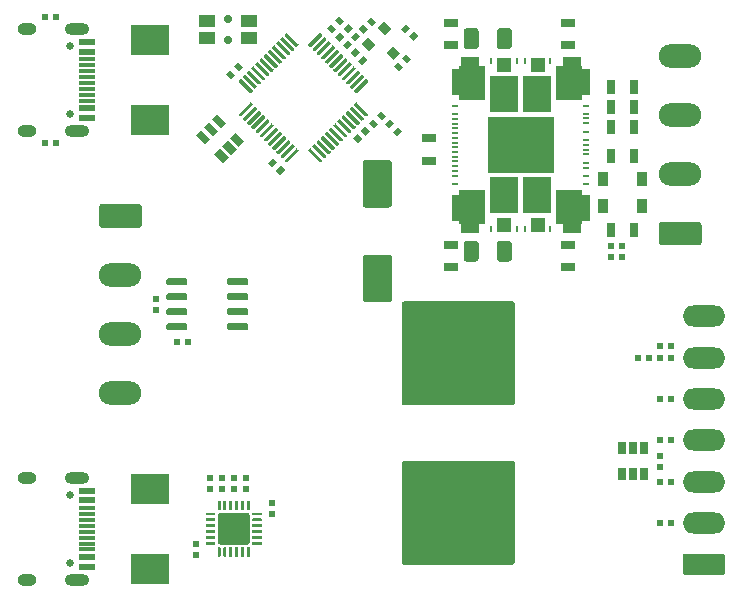
<source format=gts>
G04 #@! TF.GenerationSoftware,KiCad,Pcbnew,5.1.5+dfsg1-2build2*
G04 #@! TF.CreationDate,2021-12-28T00:54:03+01:00*
G04 #@! TF.ProjectId,OtterStep,4f747465-7253-4746-9570-2e6b69636164,rev?*
G04 #@! TF.SameCoordinates,Original*
G04 #@! TF.FileFunction,Soldermask,Top*
G04 #@! TF.FilePolarity,Negative*
%FSLAX46Y46*%
G04 Gerber Fmt 4.6, Leading zero omitted, Abs format (unit mm)*
G04 Created by KiCad (PCBNEW 5.1.5+dfsg1-2build2) date 2021-12-28 00:54:03*
%MOMM*%
%LPD*%
G04 APERTURE LIST*
%ADD10C,0.100000*%
%ADD11R,1.260000X1.300000*%
%ADD12R,2.400000X3.100000*%
%ADD13R,5.600000X4.800000*%
%ADD14R,0.200000X0.600000*%
%ADD15R,0.600000X0.200000*%
%ADD16R,1.300000X0.700000*%
%ADD17O,3.600000X2.000000*%
%ADD18R,0.650000X1.060000*%
%ADD19C,0.700000*%
%ADD20R,1.400000X1.050000*%
%ADD21R,0.500000X0.600000*%
%ADD22R,0.600000X0.500000*%
%ADD23O,3.600000X1.800000*%
%ADD24R,1.450000X0.600000*%
%ADD25O,2.100000X1.000000*%
%ADD26O,1.600000X1.000000*%
%ADD27C,0.650000*%
%ADD28R,1.450000X0.300000*%
%ADD29R,3.300000X2.500000*%
%ADD30R,0.900000X1.200000*%
%ADD31R,0.700000X1.300000*%
G04 APERTURE END LIST*
D10*
G36*
X89210000Y-57300000D02*
G01*
X88540000Y-57300000D01*
X88540000Y-55050000D01*
X89210000Y-55050000D01*
X89210000Y-54780000D01*
X89330000Y-54780000D01*
X89330000Y-54050000D01*
X90860000Y-54050000D01*
X90860000Y-54780000D01*
X91400000Y-54780000D01*
X91400000Y-57680000D01*
X89210000Y-57680000D01*
X89210000Y-57300000D01*
G37*
G36*
X99590000Y-65700000D02*
G01*
X100260000Y-65700000D01*
X100260000Y-67950000D01*
X99590000Y-67950000D01*
X99590000Y-68220000D01*
X99470000Y-68220000D01*
X99470000Y-68950000D01*
X97940000Y-68950000D01*
X97940000Y-68220000D01*
X97400000Y-68220000D01*
X97400000Y-65320000D01*
X99590000Y-65320000D01*
X99590000Y-65700000D01*
G37*
G36*
X97400000Y-54780000D02*
G01*
X97940000Y-54780000D01*
X97940000Y-54050000D01*
X99470000Y-54050000D01*
X99470000Y-54780000D01*
X99590000Y-54780000D01*
X99590000Y-55050000D01*
X100260000Y-55050000D01*
X100260000Y-57300000D01*
X99590000Y-57300000D01*
X99590000Y-57680000D01*
X97400000Y-57680000D01*
X97400000Y-54780000D01*
G37*
G36*
X91400000Y-68220000D02*
G01*
X90860000Y-68220000D01*
X90860000Y-68950000D01*
X89330000Y-68950000D01*
X89330000Y-68220000D01*
X89210000Y-68220000D01*
X89210000Y-67950000D01*
X88540000Y-67950000D01*
X88540000Y-65700000D01*
X89210000Y-65700000D01*
X89210000Y-65320000D01*
X91400000Y-65320000D01*
X91400000Y-68220000D01*
G37*
D11*
X95820000Y-68290000D03*
X92980000Y-68290000D03*
X92980000Y-54710000D03*
X95820000Y-54710000D03*
D12*
X95780000Y-65770000D03*
X93020000Y-65770000D03*
X93020000Y-57230000D03*
X95780000Y-57230000D03*
D13*
X94440000Y-61500000D03*
D14*
X94080000Y-68640000D03*
X96910000Y-68640000D03*
X91890000Y-68640000D03*
X94720000Y-68640000D03*
X96910000Y-54360000D03*
X91890000Y-54360000D03*
X94720000Y-54360000D03*
X94080000Y-54360000D03*
D15*
X99950000Y-58230000D03*
X99950000Y-58850000D03*
X99950000Y-59250000D03*
X99950000Y-59650000D03*
X99950000Y-60370000D03*
X99950000Y-64770000D03*
X99950000Y-64150000D03*
X99950000Y-63430000D03*
X99950000Y-63030000D03*
X99950000Y-62300000D03*
X99950000Y-61100000D03*
X99950000Y-61900000D03*
X99950000Y-61500000D03*
X88850000Y-58230000D03*
X88850000Y-64770000D03*
X88850000Y-64150000D03*
X88850000Y-63700000D03*
X88850000Y-63300000D03*
X88850000Y-62900000D03*
X88850000Y-62500000D03*
X88850000Y-58850000D03*
X88850000Y-59300000D03*
X88850000Y-59700000D03*
X88850000Y-62100000D03*
X88850000Y-61700000D03*
X88850000Y-61300000D03*
X88850000Y-60900000D03*
X88850000Y-60500000D03*
X88850000Y-60100000D03*
D16*
X88500000Y-71850000D03*
X88500000Y-69950000D03*
X88500000Y-51150000D03*
X88500000Y-53050000D03*
D10*
G36*
X82993934Y-53683884D02*
G01*
X83559620Y-53118198D01*
X84196016Y-53754594D01*
X83630330Y-54320280D01*
X82993934Y-53683884D01*
G37*
G36*
X80907969Y-52941422D02*
G01*
X81473655Y-52375736D01*
X82110051Y-53012132D01*
X81544365Y-53577818D01*
X80907969Y-52941422D01*
G37*
G36*
X82251472Y-51597919D02*
G01*
X82817158Y-51032233D01*
X83453554Y-51668629D01*
X82887868Y-52234315D01*
X82251472Y-51597919D01*
G37*
D17*
X60500000Y-82500000D03*
X60500000Y-77500000D03*
X60500000Y-72500000D03*
D10*
G36*
X62074504Y-66501204D02*
G01*
X62098773Y-66504804D01*
X62122571Y-66510765D01*
X62145671Y-66519030D01*
X62167849Y-66529520D01*
X62188893Y-66542133D01*
X62208598Y-66556747D01*
X62226777Y-66573223D01*
X62243253Y-66591402D01*
X62257867Y-66611107D01*
X62270480Y-66632151D01*
X62280970Y-66654329D01*
X62289235Y-66677429D01*
X62295196Y-66701227D01*
X62298796Y-66725496D01*
X62300000Y-66750000D01*
X62300000Y-68250000D01*
X62298796Y-68274504D01*
X62295196Y-68298773D01*
X62289235Y-68322571D01*
X62280970Y-68345671D01*
X62270480Y-68367849D01*
X62257867Y-68388893D01*
X62243253Y-68408598D01*
X62226777Y-68426777D01*
X62208598Y-68443253D01*
X62188893Y-68457867D01*
X62167849Y-68470480D01*
X62145671Y-68480970D01*
X62122571Y-68489235D01*
X62098773Y-68495196D01*
X62074504Y-68498796D01*
X62050000Y-68500000D01*
X58950000Y-68500000D01*
X58925496Y-68498796D01*
X58901227Y-68495196D01*
X58877429Y-68489235D01*
X58854329Y-68480970D01*
X58832151Y-68470480D01*
X58811107Y-68457867D01*
X58791402Y-68443253D01*
X58773223Y-68426777D01*
X58756747Y-68408598D01*
X58742133Y-68388893D01*
X58729520Y-68367849D01*
X58719030Y-68345671D01*
X58710765Y-68322571D01*
X58704804Y-68298773D01*
X58701204Y-68274504D01*
X58700000Y-68250000D01*
X58700000Y-66750000D01*
X58701204Y-66725496D01*
X58704804Y-66701227D01*
X58710765Y-66677429D01*
X58719030Y-66654329D01*
X58729520Y-66632151D01*
X58742133Y-66611107D01*
X58756747Y-66591402D01*
X58773223Y-66573223D01*
X58791402Y-66556747D01*
X58811107Y-66542133D01*
X58832151Y-66529520D01*
X58854329Y-66519030D01*
X58877429Y-66510765D01*
X58901227Y-66504804D01*
X58925496Y-66501204D01*
X58950000Y-66500000D01*
X62050000Y-66500000D01*
X62074504Y-66501204D01*
G37*
D18*
X103900000Y-87200000D03*
X102950000Y-87200000D03*
X104850000Y-87200000D03*
X104850000Y-89400000D03*
X103900000Y-89400000D03*
X102950000Y-89400000D03*
D10*
G36*
X66014703Y-76605722D02*
G01*
X66029264Y-76607882D01*
X66043543Y-76611459D01*
X66057403Y-76616418D01*
X66070710Y-76622712D01*
X66083336Y-76630280D01*
X66095159Y-76639048D01*
X66106066Y-76648934D01*
X66115952Y-76659841D01*
X66124720Y-76671664D01*
X66132288Y-76684290D01*
X66138582Y-76697597D01*
X66143541Y-76711457D01*
X66147118Y-76725736D01*
X66149278Y-76740297D01*
X66150000Y-76755000D01*
X66150000Y-77055000D01*
X66149278Y-77069703D01*
X66147118Y-77084264D01*
X66143541Y-77098543D01*
X66138582Y-77112403D01*
X66132288Y-77125710D01*
X66124720Y-77138336D01*
X66115952Y-77150159D01*
X66106066Y-77161066D01*
X66095159Y-77170952D01*
X66083336Y-77179720D01*
X66070710Y-77187288D01*
X66057403Y-77193582D01*
X66043543Y-77198541D01*
X66029264Y-77202118D01*
X66014703Y-77204278D01*
X66000000Y-77205000D01*
X64550000Y-77205000D01*
X64535297Y-77204278D01*
X64520736Y-77202118D01*
X64506457Y-77198541D01*
X64492597Y-77193582D01*
X64479290Y-77187288D01*
X64466664Y-77179720D01*
X64454841Y-77170952D01*
X64443934Y-77161066D01*
X64434048Y-77150159D01*
X64425280Y-77138336D01*
X64417712Y-77125710D01*
X64411418Y-77112403D01*
X64406459Y-77098543D01*
X64402882Y-77084264D01*
X64400722Y-77069703D01*
X64400000Y-77055000D01*
X64400000Y-76755000D01*
X64400722Y-76740297D01*
X64402882Y-76725736D01*
X64406459Y-76711457D01*
X64411418Y-76697597D01*
X64417712Y-76684290D01*
X64425280Y-76671664D01*
X64434048Y-76659841D01*
X64443934Y-76648934D01*
X64454841Y-76639048D01*
X64466664Y-76630280D01*
X64479290Y-76622712D01*
X64492597Y-76616418D01*
X64506457Y-76611459D01*
X64520736Y-76607882D01*
X64535297Y-76605722D01*
X64550000Y-76605000D01*
X66000000Y-76605000D01*
X66014703Y-76605722D01*
G37*
G36*
X66014703Y-75335722D02*
G01*
X66029264Y-75337882D01*
X66043543Y-75341459D01*
X66057403Y-75346418D01*
X66070710Y-75352712D01*
X66083336Y-75360280D01*
X66095159Y-75369048D01*
X66106066Y-75378934D01*
X66115952Y-75389841D01*
X66124720Y-75401664D01*
X66132288Y-75414290D01*
X66138582Y-75427597D01*
X66143541Y-75441457D01*
X66147118Y-75455736D01*
X66149278Y-75470297D01*
X66150000Y-75485000D01*
X66150000Y-75785000D01*
X66149278Y-75799703D01*
X66147118Y-75814264D01*
X66143541Y-75828543D01*
X66138582Y-75842403D01*
X66132288Y-75855710D01*
X66124720Y-75868336D01*
X66115952Y-75880159D01*
X66106066Y-75891066D01*
X66095159Y-75900952D01*
X66083336Y-75909720D01*
X66070710Y-75917288D01*
X66057403Y-75923582D01*
X66043543Y-75928541D01*
X66029264Y-75932118D01*
X66014703Y-75934278D01*
X66000000Y-75935000D01*
X64550000Y-75935000D01*
X64535297Y-75934278D01*
X64520736Y-75932118D01*
X64506457Y-75928541D01*
X64492597Y-75923582D01*
X64479290Y-75917288D01*
X64466664Y-75909720D01*
X64454841Y-75900952D01*
X64443934Y-75891066D01*
X64434048Y-75880159D01*
X64425280Y-75868336D01*
X64417712Y-75855710D01*
X64411418Y-75842403D01*
X64406459Y-75828543D01*
X64402882Y-75814264D01*
X64400722Y-75799703D01*
X64400000Y-75785000D01*
X64400000Y-75485000D01*
X64400722Y-75470297D01*
X64402882Y-75455736D01*
X64406459Y-75441457D01*
X64411418Y-75427597D01*
X64417712Y-75414290D01*
X64425280Y-75401664D01*
X64434048Y-75389841D01*
X64443934Y-75378934D01*
X64454841Y-75369048D01*
X64466664Y-75360280D01*
X64479290Y-75352712D01*
X64492597Y-75346418D01*
X64506457Y-75341459D01*
X64520736Y-75337882D01*
X64535297Y-75335722D01*
X64550000Y-75335000D01*
X66000000Y-75335000D01*
X66014703Y-75335722D01*
G37*
G36*
X66014703Y-74065722D02*
G01*
X66029264Y-74067882D01*
X66043543Y-74071459D01*
X66057403Y-74076418D01*
X66070710Y-74082712D01*
X66083336Y-74090280D01*
X66095159Y-74099048D01*
X66106066Y-74108934D01*
X66115952Y-74119841D01*
X66124720Y-74131664D01*
X66132288Y-74144290D01*
X66138582Y-74157597D01*
X66143541Y-74171457D01*
X66147118Y-74185736D01*
X66149278Y-74200297D01*
X66150000Y-74215000D01*
X66150000Y-74515000D01*
X66149278Y-74529703D01*
X66147118Y-74544264D01*
X66143541Y-74558543D01*
X66138582Y-74572403D01*
X66132288Y-74585710D01*
X66124720Y-74598336D01*
X66115952Y-74610159D01*
X66106066Y-74621066D01*
X66095159Y-74630952D01*
X66083336Y-74639720D01*
X66070710Y-74647288D01*
X66057403Y-74653582D01*
X66043543Y-74658541D01*
X66029264Y-74662118D01*
X66014703Y-74664278D01*
X66000000Y-74665000D01*
X64550000Y-74665000D01*
X64535297Y-74664278D01*
X64520736Y-74662118D01*
X64506457Y-74658541D01*
X64492597Y-74653582D01*
X64479290Y-74647288D01*
X64466664Y-74639720D01*
X64454841Y-74630952D01*
X64443934Y-74621066D01*
X64434048Y-74610159D01*
X64425280Y-74598336D01*
X64417712Y-74585710D01*
X64411418Y-74572403D01*
X64406459Y-74558543D01*
X64402882Y-74544264D01*
X64400722Y-74529703D01*
X64400000Y-74515000D01*
X64400000Y-74215000D01*
X64400722Y-74200297D01*
X64402882Y-74185736D01*
X64406459Y-74171457D01*
X64411418Y-74157597D01*
X64417712Y-74144290D01*
X64425280Y-74131664D01*
X64434048Y-74119841D01*
X64443934Y-74108934D01*
X64454841Y-74099048D01*
X64466664Y-74090280D01*
X64479290Y-74082712D01*
X64492597Y-74076418D01*
X64506457Y-74071459D01*
X64520736Y-74067882D01*
X64535297Y-74065722D01*
X64550000Y-74065000D01*
X66000000Y-74065000D01*
X66014703Y-74065722D01*
G37*
G36*
X66014703Y-72795722D02*
G01*
X66029264Y-72797882D01*
X66043543Y-72801459D01*
X66057403Y-72806418D01*
X66070710Y-72812712D01*
X66083336Y-72820280D01*
X66095159Y-72829048D01*
X66106066Y-72838934D01*
X66115952Y-72849841D01*
X66124720Y-72861664D01*
X66132288Y-72874290D01*
X66138582Y-72887597D01*
X66143541Y-72901457D01*
X66147118Y-72915736D01*
X66149278Y-72930297D01*
X66150000Y-72945000D01*
X66150000Y-73245000D01*
X66149278Y-73259703D01*
X66147118Y-73274264D01*
X66143541Y-73288543D01*
X66138582Y-73302403D01*
X66132288Y-73315710D01*
X66124720Y-73328336D01*
X66115952Y-73340159D01*
X66106066Y-73351066D01*
X66095159Y-73360952D01*
X66083336Y-73369720D01*
X66070710Y-73377288D01*
X66057403Y-73383582D01*
X66043543Y-73388541D01*
X66029264Y-73392118D01*
X66014703Y-73394278D01*
X66000000Y-73395000D01*
X64550000Y-73395000D01*
X64535297Y-73394278D01*
X64520736Y-73392118D01*
X64506457Y-73388541D01*
X64492597Y-73383582D01*
X64479290Y-73377288D01*
X64466664Y-73369720D01*
X64454841Y-73360952D01*
X64443934Y-73351066D01*
X64434048Y-73340159D01*
X64425280Y-73328336D01*
X64417712Y-73315710D01*
X64411418Y-73302403D01*
X64406459Y-73288543D01*
X64402882Y-73274264D01*
X64400722Y-73259703D01*
X64400000Y-73245000D01*
X64400000Y-72945000D01*
X64400722Y-72930297D01*
X64402882Y-72915736D01*
X64406459Y-72901457D01*
X64411418Y-72887597D01*
X64417712Y-72874290D01*
X64425280Y-72861664D01*
X64434048Y-72849841D01*
X64443934Y-72838934D01*
X64454841Y-72829048D01*
X64466664Y-72820280D01*
X64479290Y-72812712D01*
X64492597Y-72806418D01*
X64506457Y-72801459D01*
X64520736Y-72797882D01*
X64535297Y-72795722D01*
X64550000Y-72795000D01*
X66000000Y-72795000D01*
X66014703Y-72795722D01*
G37*
G36*
X71164703Y-72795722D02*
G01*
X71179264Y-72797882D01*
X71193543Y-72801459D01*
X71207403Y-72806418D01*
X71220710Y-72812712D01*
X71233336Y-72820280D01*
X71245159Y-72829048D01*
X71256066Y-72838934D01*
X71265952Y-72849841D01*
X71274720Y-72861664D01*
X71282288Y-72874290D01*
X71288582Y-72887597D01*
X71293541Y-72901457D01*
X71297118Y-72915736D01*
X71299278Y-72930297D01*
X71300000Y-72945000D01*
X71300000Y-73245000D01*
X71299278Y-73259703D01*
X71297118Y-73274264D01*
X71293541Y-73288543D01*
X71288582Y-73302403D01*
X71282288Y-73315710D01*
X71274720Y-73328336D01*
X71265952Y-73340159D01*
X71256066Y-73351066D01*
X71245159Y-73360952D01*
X71233336Y-73369720D01*
X71220710Y-73377288D01*
X71207403Y-73383582D01*
X71193543Y-73388541D01*
X71179264Y-73392118D01*
X71164703Y-73394278D01*
X71150000Y-73395000D01*
X69700000Y-73395000D01*
X69685297Y-73394278D01*
X69670736Y-73392118D01*
X69656457Y-73388541D01*
X69642597Y-73383582D01*
X69629290Y-73377288D01*
X69616664Y-73369720D01*
X69604841Y-73360952D01*
X69593934Y-73351066D01*
X69584048Y-73340159D01*
X69575280Y-73328336D01*
X69567712Y-73315710D01*
X69561418Y-73302403D01*
X69556459Y-73288543D01*
X69552882Y-73274264D01*
X69550722Y-73259703D01*
X69550000Y-73245000D01*
X69550000Y-72945000D01*
X69550722Y-72930297D01*
X69552882Y-72915736D01*
X69556459Y-72901457D01*
X69561418Y-72887597D01*
X69567712Y-72874290D01*
X69575280Y-72861664D01*
X69584048Y-72849841D01*
X69593934Y-72838934D01*
X69604841Y-72829048D01*
X69616664Y-72820280D01*
X69629290Y-72812712D01*
X69642597Y-72806418D01*
X69656457Y-72801459D01*
X69670736Y-72797882D01*
X69685297Y-72795722D01*
X69700000Y-72795000D01*
X71150000Y-72795000D01*
X71164703Y-72795722D01*
G37*
G36*
X71164703Y-74065722D02*
G01*
X71179264Y-74067882D01*
X71193543Y-74071459D01*
X71207403Y-74076418D01*
X71220710Y-74082712D01*
X71233336Y-74090280D01*
X71245159Y-74099048D01*
X71256066Y-74108934D01*
X71265952Y-74119841D01*
X71274720Y-74131664D01*
X71282288Y-74144290D01*
X71288582Y-74157597D01*
X71293541Y-74171457D01*
X71297118Y-74185736D01*
X71299278Y-74200297D01*
X71300000Y-74215000D01*
X71300000Y-74515000D01*
X71299278Y-74529703D01*
X71297118Y-74544264D01*
X71293541Y-74558543D01*
X71288582Y-74572403D01*
X71282288Y-74585710D01*
X71274720Y-74598336D01*
X71265952Y-74610159D01*
X71256066Y-74621066D01*
X71245159Y-74630952D01*
X71233336Y-74639720D01*
X71220710Y-74647288D01*
X71207403Y-74653582D01*
X71193543Y-74658541D01*
X71179264Y-74662118D01*
X71164703Y-74664278D01*
X71150000Y-74665000D01*
X69700000Y-74665000D01*
X69685297Y-74664278D01*
X69670736Y-74662118D01*
X69656457Y-74658541D01*
X69642597Y-74653582D01*
X69629290Y-74647288D01*
X69616664Y-74639720D01*
X69604841Y-74630952D01*
X69593934Y-74621066D01*
X69584048Y-74610159D01*
X69575280Y-74598336D01*
X69567712Y-74585710D01*
X69561418Y-74572403D01*
X69556459Y-74558543D01*
X69552882Y-74544264D01*
X69550722Y-74529703D01*
X69550000Y-74515000D01*
X69550000Y-74215000D01*
X69550722Y-74200297D01*
X69552882Y-74185736D01*
X69556459Y-74171457D01*
X69561418Y-74157597D01*
X69567712Y-74144290D01*
X69575280Y-74131664D01*
X69584048Y-74119841D01*
X69593934Y-74108934D01*
X69604841Y-74099048D01*
X69616664Y-74090280D01*
X69629290Y-74082712D01*
X69642597Y-74076418D01*
X69656457Y-74071459D01*
X69670736Y-74067882D01*
X69685297Y-74065722D01*
X69700000Y-74065000D01*
X71150000Y-74065000D01*
X71164703Y-74065722D01*
G37*
G36*
X71164703Y-75335722D02*
G01*
X71179264Y-75337882D01*
X71193543Y-75341459D01*
X71207403Y-75346418D01*
X71220710Y-75352712D01*
X71233336Y-75360280D01*
X71245159Y-75369048D01*
X71256066Y-75378934D01*
X71265952Y-75389841D01*
X71274720Y-75401664D01*
X71282288Y-75414290D01*
X71288582Y-75427597D01*
X71293541Y-75441457D01*
X71297118Y-75455736D01*
X71299278Y-75470297D01*
X71300000Y-75485000D01*
X71300000Y-75785000D01*
X71299278Y-75799703D01*
X71297118Y-75814264D01*
X71293541Y-75828543D01*
X71288582Y-75842403D01*
X71282288Y-75855710D01*
X71274720Y-75868336D01*
X71265952Y-75880159D01*
X71256066Y-75891066D01*
X71245159Y-75900952D01*
X71233336Y-75909720D01*
X71220710Y-75917288D01*
X71207403Y-75923582D01*
X71193543Y-75928541D01*
X71179264Y-75932118D01*
X71164703Y-75934278D01*
X71150000Y-75935000D01*
X69700000Y-75935000D01*
X69685297Y-75934278D01*
X69670736Y-75932118D01*
X69656457Y-75928541D01*
X69642597Y-75923582D01*
X69629290Y-75917288D01*
X69616664Y-75909720D01*
X69604841Y-75900952D01*
X69593934Y-75891066D01*
X69584048Y-75880159D01*
X69575280Y-75868336D01*
X69567712Y-75855710D01*
X69561418Y-75842403D01*
X69556459Y-75828543D01*
X69552882Y-75814264D01*
X69550722Y-75799703D01*
X69550000Y-75785000D01*
X69550000Y-75485000D01*
X69550722Y-75470297D01*
X69552882Y-75455736D01*
X69556459Y-75441457D01*
X69561418Y-75427597D01*
X69567712Y-75414290D01*
X69575280Y-75401664D01*
X69584048Y-75389841D01*
X69593934Y-75378934D01*
X69604841Y-75369048D01*
X69616664Y-75360280D01*
X69629290Y-75352712D01*
X69642597Y-75346418D01*
X69656457Y-75341459D01*
X69670736Y-75337882D01*
X69685297Y-75335722D01*
X69700000Y-75335000D01*
X71150000Y-75335000D01*
X71164703Y-75335722D01*
G37*
G36*
X71164703Y-76605722D02*
G01*
X71179264Y-76607882D01*
X71193543Y-76611459D01*
X71207403Y-76616418D01*
X71220710Y-76622712D01*
X71233336Y-76630280D01*
X71245159Y-76639048D01*
X71256066Y-76648934D01*
X71265952Y-76659841D01*
X71274720Y-76671664D01*
X71282288Y-76684290D01*
X71288582Y-76697597D01*
X71293541Y-76711457D01*
X71297118Y-76725736D01*
X71299278Y-76740297D01*
X71300000Y-76755000D01*
X71300000Y-77055000D01*
X71299278Y-77069703D01*
X71297118Y-77084264D01*
X71293541Y-77098543D01*
X71288582Y-77112403D01*
X71282288Y-77125710D01*
X71274720Y-77138336D01*
X71265952Y-77150159D01*
X71256066Y-77161066D01*
X71245159Y-77170952D01*
X71233336Y-77179720D01*
X71220710Y-77187288D01*
X71207403Y-77193582D01*
X71193543Y-77198541D01*
X71179264Y-77202118D01*
X71164703Y-77204278D01*
X71150000Y-77205000D01*
X69700000Y-77205000D01*
X69685297Y-77204278D01*
X69670736Y-77202118D01*
X69656457Y-77198541D01*
X69642597Y-77193582D01*
X69629290Y-77187288D01*
X69616664Y-77179720D01*
X69604841Y-77170952D01*
X69593934Y-77161066D01*
X69584048Y-77150159D01*
X69575280Y-77138336D01*
X69567712Y-77125710D01*
X69561418Y-77112403D01*
X69556459Y-77098543D01*
X69552882Y-77084264D01*
X69550722Y-77069703D01*
X69550000Y-77055000D01*
X69550000Y-76755000D01*
X69550722Y-76740297D01*
X69552882Y-76725736D01*
X69556459Y-76711457D01*
X69561418Y-76697597D01*
X69567712Y-76684290D01*
X69575280Y-76671664D01*
X69584048Y-76659841D01*
X69593934Y-76648934D01*
X69604841Y-76639048D01*
X69616664Y-76630280D01*
X69629290Y-76622712D01*
X69642597Y-76616418D01*
X69656457Y-76611459D01*
X69670736Y-76607882D01*
X69685297Y-76605722D01*
X69700000Y-76605000D01*
X71150000Y-76605000D01*
X71164703Y-76605722D01*
G37*
G36*
X80479802Y-57902658D02*
G01*
X80487083Y-57903738D01*
X80494222Y-57905526D01*
X80501152Y-57908006D01*
X80507806Y-57911153D01*
X80514119Y-57914937D01*
X80520030Y-57919321D01*
X80525484Y-57924264D01*
X81462400Y-58861180D01*
X81467343Y-58866634D01*
X81471727Y-58872545D01*
X81475511Y-58878858D01*
X81478658Y-58885512D01*
X81481138Y-58892442D01*
X81482926Y-58899581D01*
X81484006Y-58906862D01*
X81484367Y-58914213D01*
X81484006Y-58921564D01*
X81482926Y-58928845D01*
X81481138Y-58935984D01*
X81478658Y-58942914D01*
X81475511Y-58949568D01*
X81471727Y-58955881D01*
X81467343Y-58961792D01*
X81462400Y-58967246D01*
X81356334Y-59073312D01*
X81350880Y-59078255D01*
X81344969Y-59082639D01*
X81338656Y-59086423D01*
X81332002Y-59089570D01*
X81325072Y-59092050D01*
X81317933Y-59093838D01*
X81310652Y-59094918D01*
X81303301Y-59095279D01*
X81295950Y-59094918D01*
X81288669Y-59093838D01*
X81281530Y-59092050D01*
X81274600Y-59089570D01*
X81267946Y-59086423D01*
X81261633Y-59082639D01*
X81255722Y-59078255D01*
X81250268Y-59073312D01*
X80313352Y-58136396D01*
X80308409Y-58130942D01*
X80304025Y-58125031D01*
X80300241Y-58118718D01*
X80297094Y-58112064D01*
X80294614Y-58105134D01*
X80292826Y-58097995D01*
X80291746Y-58090714D01*
X80291385Y-58083363D01*
X80291746Y-58076012D01*
X80292826Y-58068731D01*
X80294614Y-58061592D01*
X80297094Y-58054662D01*
X80300241Y-58048008D01*
X80304025Y-58041695D01*
X80308409Y-58035784D01*
X80313352Y-58030330D01*
X80419418Y-57924264D01*
X80424872Y-57919321D01*
X80430783Y-57914937D01*
X80437096Y-57911153D01*
X80443750Y-57908006D01*
X80450680Y-57905526D01*
X80457819Y-57903738D01*
X80465100Y-57902658D01*
X80472451Y-57902297D01*
X80479802Y-57902658D01*
G37*
G36*
X80126248Y-58256212D02*
G01*
X80133529Y-58257292D01*
X80140668Y-58259080D01*
X80147598Y-58261560D01*
X80154252Y-58264707D01*
X80160565Y-58268491D01*
X80166476Y-58272875D01*
X80171930Y-58277818D01*
X81108846Y-59214734D01*
X81113789Y-59220188D01*
X81118173Y-59226099D01*
X81121957Y-59232412D01*
X81125104Y-59239066D01*
X81127584Y-59245996D01*
X81129372Y-59253135D01*
X81130452Y-59260416D01*
X81130813Y-59267767D01*
X81130452Y-59275118D01*
X81129372Y-59282399D01*
X81127584Y-59289538D01*
X81125104Y-59296468D01*
X81121957Y-59303122D01*
X81118173Y-59309435D01*
X81113789Y-59315346D01*
X81108846Y-59320800D01*
X81002780Y-59426866D01*
X80997326Y-59431809D01*
X80991415Y-59436193D01*
X80985102Y-59439977D01*
X80978448Y-59443124D01*
X80971518Y-59445604D01*
X80964379Y-59447392D01*
X80957098Y-59448472D01*
X80949747Y-59448833D01*
X80942396Y-59448472D01*
X80935115Y-59447392D01*
X80927976Y-59445604D01*
X80921046Y-59443124D01*
X80914392Y-59439977D01*
X80908079Y-59436193D01*
X80902168Y-59431809D01*
X80896714Y-59426866D01*
X79959798Y-58489950D01*
X79954855Y-58484496D01*
X79950471Y-58478585D01*
X79946687Y-58472272D01*
X79943540Y-58465618D01*
X79941060Y-58458688D01*
X79939272Y-58451549D01*
X79938192Y-58444268D01*
X79937831Y-58436917D01*
X79938192Y-58429566D01*
X79939272Y-58422285D01*
X79941060Y-58415146D01*
X79943540Y-58408216D01*
X79946687Y-58401562D01*
X79950471Y-58395249D01*
X79954855Y-58389338D01*
X79959798Y-58383884D01*
X80065864Y-58277818D01*
X80071318Y-58272875D01*
X80077229Y-58268491D01*
X80083542Y-58264707D01*
X80090196Y-58261560D01*
X80097126Y-58259080D01*
X80104265Y-58257292D01*
X80111546Y-58256212D01*
X80118897Y-58255851D01*
X80126248Y-58256212D01*
G37*
G36*
X79772695Y-58609765D02*
G01*
X79779976Y-58610845D01*
X79787115Y-58612633D01*
X79794045Y-58615113D01*
X79800699Y-58618260D01*
X79807012Y-58622044D01*
X79812923Y-58626428D01*
X79818377Y-58631371D01*
X80755293Y-59568287D01*
X80760236Y-59573741D01*
X80764620Y-59579652D01*
X80768404Y-59585965D01*
X80771551Y-59592619D01*
X80774031Y-59599549D01*
X80775819Y-59606688D01*
X80776899Y-59613969D01*
X80777260Y-59621320D01*
X80776899Y-59628671D01*
X80775819Y-59635952D01*
X80774031Y-59643091D01*
X80771551Y-59650021D01*
X80768404Y-59656675D01*
X80764620Y-59662988D01*
X80760236Y-59668899D01*
X80755293Y-59674353D01*
X80649227Y-59780419D01*
X80643773Y-59785362D01*
X80637862Y-59789746D01*
X80631549Y-59793530D01*
X80624895Y-59796677D01*
X80617965Y-59799157D01*
X80610826Y-59800945D01*
X80603545Y-59802025D01*
X80596194Y-59802386D01*
X80588843Y-59802025D01*
X80581562Y-59800945D01*
X80574423Y-59799157D01*
X80567493Y-59796677D01*
X80560839Y-59793530D01*
X80554526Y-59789746D01*
X80548615Y-59785362D01*
X80543161Y-59780419D01*
X79606245Y-58843503D01*
X79601302Y-58838049D01*
X79596918Y-58832138D01*
X79593134Y-58825825D01*
X79589987Y-58819171D01*
X79587507Y-58812241D01*
X79585719Y-58805102D01*
X79584639Y-58797821D01*
X79584278Y-58790470D01*
X79584639Y-58783119D01*
X79585719Y-58775838D01*
X79587507Y-58768699D01*
X79589987Y-58761769D01*
X79593134Y-58755115D01*
X79596918Y-58748802D01*
X79601302Y-58742891D01*
X79606245Y-58737437D01*
X79712311Y-58631371D01*
X79717765Y-58626428D01*
X79723676Y-58622044D01*
X79729989Y-58618260D01*
X79736643Y-58615113D01*
X79743573Y-58612633D01*
X79750712Y-58610845D01*
X79757993Y-58609765D01*
X79765344Y-58609404D01*
X79772695Y-58609765D01*
G37*
G36*
X79419141Y-58963319D02*
G01*
X79426422Y-58964399D01*
X79433561Y-58966187D01*
X79440491Y-58968667D01*
X79447145Y-58971814D01*
X79453458Y-58975598D01*
X79459369Y-58979982D01*
X79464823Y-58984925D01*
X80401739Y-59921841D01*
X80406682Y-59927295D01*
X80411066Y-59933206D01*
X80414850Y-59939519D01*
X80417997Y-59946173D01*
X80420477Y-59953103D01*
X80422265Y-59960242D01*
X80423345Y-59967523D01*
X80423706Y-59974874D01*
X80423345Y-59982225D01*
X80422265Y-59989506D01*
X80420477Y-59996645D01*
X80417997Y-60003575D01*
X80414850Y-60010229D01*
X80411066Y-60016542D01*
X80406682Y-60022453D01*
X80401739Y-60027907D01*
X80295673Y-60133973D01*
X80290219Y-60138916D01*
X80284308Y-60143300D01*
X80277995Y-60147084D01*
X80271341Y-60150231D01*
X80264411Y-60152711D01*
X80257272Y-60154499D01*
X80249991Y-60155579D01*
X80242640Y-60155940D01*
X80235289Y-60155579D01*
X80228008Y-60154499D01*
X80220869Y-60152711D01*
X80213939Y-60150231D01*
X80207285Y-60147084D01*
X80200972Y-60143300D01*
X80195061Y-60138916D01*
X80189607Y-60133973D01*
X79252691Y-59197057D01*
X79247748Y-59191603D01*
X79243364Y-59185692D01*
X79239580Y-59179379D01*
X79236433Y-59172725D01*
X79233953Y-59165795D01*
X79232165Y-59158656D01*
X79231085Y-59151375D01*
X79230724Y-59144024D01*
X79231085Y-59136673D01*
X79232165Y-59129392D01*
X79233953Y-59122253D01*
X79236433Y-59115323D01*
X79239580Y-59108669D01*
X79243364Y-59102356D01*
X79247748Y-59096445D01*
X79252691Y-59090991D01*
X79358757Y-58984925D01*
X79364211Y-58979982D01*
X79370122Y-58975598D01*
X79376435Y-58971814D01*
X79383089Y-58968667D01*
X79390019Y-58966187D01*
X79397158Y-58964399D01*
X79404439Y-58963319D01*
X79411790Y-58962958D01*
X79419141Y-58963319D01*
G37*
G36*
X79065588Y-59316872D02*
G01*
X79072869Y-59317952D01*
X79080008Y-59319740D01*
X79086938Y-59322220D01*
X79093592Y-59325367D01*
X79099905Y-59329151D01*
X79105816Y-59333535D01*
X79111270Y-59338478D01*
X80048186Y-60275394D01*
X80053129Y-60280848D01*
X80057513Y-60286759D01*
X80061297Y-60293072D01*
X80064444Y-60299726D01*
X80066924Y-60306656D01*
X80068712Y-60313795D01*
X80069792Y-60321076D01*
X80070153Y-60328427D01*
X80069792Y-60335778D01*
X80068712Y-60343059D01*
X80066924Y-60350198D01*
X80064444Y-60357128D01*
X80061297Y-60363782D01*
X80057513Y-60370095D01*
X80053129Y-60376006D01*
X80048186Y-60381460D01*
X79942120Y-60487526D01*
X79936666Y-60492469D01*
X79930755Y-60496853D01*
X79924442Y-60500637D01*
X79917788Y-60503784D01*
X79910858Y-60506264D01*
X79903719Y-60508052D01*
X79896438Y-60509132D01*
X79889087Y-60509493D01*
X79881736Y-60509132D01*
X79874455Y-60508052D01*
X79867316Y-60506264D01*
X79860386Y-60503784D01*
X79853732Y-60500637D01*
X79847419Y-60496853D01*
X79841508Y-60492469D01*
X79836054Y-60487526D01*
X78899138Y-59550610D01*
X78894195Y-59545156D01*
X78889811Y-59539245D01*
X78886027Y-59532932D01*
X78882880Y-59526278D01*
X78880400Y-59519348D01*
X78878612Y-59512209D01*
X78877532Y-59504928D01*
X78877171Y-59497577D01*
X78877532Y-59490226D01*
X78878612Y-59482945D01*
X78880400Y-59475806D01*
X78882880Y-59468876D01*
X78886027Y-59462222D01*
X78889811Y-59455909D01*
X78894195Y-59449998D01*
X78899138Y-59444544D01*
X79005204Y-59338478D01*
X79010658Y-59333535D01*
X79016569Y-59329151D01*
X79022882Y-59325367D01*
X79029536Y-59322220D01*
X79036466Y-59319740D01*
X79043605Y-59317952D01*
X79050886Y-59316872D01*
X79058237Y-59316511D01*
X79065588Y-59316872D01*
G37*
G36*
X78712035Y-59670425D02*
G01*
X78719316Y-59671505D01*
X78726455Y-59673293D01*
X78733385Y-59675773D01*
X78740039Y-59678920D01*
X78746352Y-59682704D01*
X78752263Y-59687088D01*
X78757717Y-59692031D01*
X79694633Y-60628947D01*
X79699576Y-60634401D01*
X79703960Y-60640312D01*
X79707744Y-60646625D01*
X79710891Y-60653279D01*
X79713371Y-60660209D01*
X79715159Y-60667348D01*
X79716239Y-60674629D01*
X79716600Y-60681980D01*
X79716239Y-60689331D01*
X79715159Y-60696612D01*
X79713371Y-60703751D01*
X79710891Y-60710681D01*
X79707744Y-60717335D01*
X79703960Y-60723648D01*
X79699576Y-60729559D01*
X79694633Y-60735013D01*
X79588567Y-60841079D01*
X79583113Y-60846022D01*
X79577202Y-60850406D01*
X79570889Y-60854190D01*
X79564235Y-60857337D01*
X79557305Y-60859817D01*
X79550166Y-60861605D01*
X79542885Y-60862685D01*
X79535534Y-60863046D01*
X79528183Y-60862685D01*
X79520902Y-60861605D01*
X79513763Y-60859817D01*
X79506833Y-60857337D01*
X79500179Y-60854190D01*
X79493866Y-60850406D01*
X79487955Y-60846022D01*
X79482501Y-60841079D01*
X78545585Y-59904163D01*
X78540642Y-59898709D01*
X78536258Y-59892798D01*
X78532474Y-59886485D01*
X78529327Y-59879831D01*
X78526847Y-59872901D01*
X78525059Y-59865762D01*
X78523979Y-59858481D01*
X78523618Y-59851130D01*
X78523979Y-59843779D01*
X78525059Y-59836498D01*
X78526847Y-59829359D01*
X78529327Y-59822429D01*
X78532474Y-59815775D01*
X78536258Y-59809462D01*
X78540642Y-59803551D01*
X78545585Y-59798097D01*
X78651651Y-59692031D01*
X78657105Y-59687088D01*
X78663016Y-59682704D01*
X78669329Y-59678920D01*
X78675983Y-59675773D01*
X78682913Y-59673293D01*
X78690052Y-59671505D01*
X78697333Y-59670425D01*
X78704684Y-59670064D01*
X78712035Y-59670425D01*
G37*
G36*
X78358481Y-60023979D02*
G01*
X78365762Y-60025059D01*
X78372901Y-60026847D01*
X78379831Y-60029327D01*
X78386485Y-60032474D01*
X78392798Y-60036258D01*
X78398709Y-60040642D01*
X78404163Y-60045585D01*
X79341079Y-60982501D01*
X79346022Y-60987955D01*
X79350406Y-60993866D01*
X79354190Y-61000179D01*
X79357337Y-61006833D01*
X79359817Y-61013763D01*
X79361605Y-61020902D01*
X79362685Y-61028183D01*
X79363046Y-61035534D01*
X79362685Y-61042885D01*
X79361605Y-61050166D01*
X79359817Y-61057305D01*
X79357337Y-61064235D01*
X79354190Y-61070889D01*
X79350406Y-61077202D01*
X79346022Y-61083113D01*
X79341079Y-61088567D01*
X79235013Y-61194633D01*
X79229559Y-61199576D01*
X79223648Y-61203960D01*
X79217335Y-61207744D01*
X79210681Y-61210891D01*
X79203751Y-61213371D01*
X79196612Y-61215159D01*
X79189331Y-61216239D01*
X79181980Y-61216600D01*
X79174629Y-61216239D01*
X79167348Y-61215159D01*
X79160209Y-61213371D01*
X79153279Y-61210891D01*
X79146625Y-61207744D01*
X79140312Y-61203960D01*
X79134401Y-61199576D01*
X79128947Y-61194633D01*
X78192031Y-60257717D01*
X78187088Y-60252263D01*
X78182704Y-60246352D01*
X78178920Y-60240039D01*
X78175773Y-60233385D01*
X78173293Y-60226455D01*
X78171505Y-60219316D01*
X78170425Y-60212035D01*
X78170064Y-60204684D01*
X78170425Y-60197333D01*
X78171505Y-60190052D01*
X78173293Y-60182913D01*
X78175773Y-60175983D01*
X78178920Y-60169329D01*
X78182704Y-60163016D01*
X78187088Y-60157105D01*
X78192031Y-60151651D01*
X78298097Y-60045585D01*
X78303551Y-60040642D01*
X78309462Y-60036258D01*
X78315775Y-60032474D01*
X78322429Y-60029327D01*
X78329359Y-60026847D01*
X78336498Y-60025059D01*
X78343779Y-60023979D01*
X78351130Y-60023618D01*
X78358481Y-60023979D01*
G37*
G36*
X78004928Y-60377532D02*
G01*
X78012209Y-60378612D01*
X78019348Y-60380400D01*
X78026278Y-60382880D01*
X78032932Y-60386027D01*
X78039245Y-60389811D01*
X78045156Y-60394195D01*
X78050610Y-60399138D01*
X78987526Y-61336054D01*
X78992469Y-61341508D01*
X78996853Y-61347419D01*
X79000637Y-61353732D01*
X79003784Y-61360386D01*
X79006264Y-61367316D01*
X79008052Y-61374455D01*
X79009132Y-61381736D01*
X79009493Y-61389087D01*
X79009132Y-61396438D01*
X79008052Y-61403719D01*
X79006264Y-61410858D01*
X79003784Y-61417788D01*
X79000637Y-61424442D01*
X78996853Y-61430755D01*
X78992469Y-61436666D01*
X78987526Y-61442120D01*
X78881460Y-61548186D01*
X78876006Y-61553129D01*
X78870095Y-61557513D01*
X78863782Y-61561297D01*
X78857128Y-61564444D01*
X78850198Y-61566924D01*
X78843059Y-61568712D01*
X78835778Y-61569792D01*
X78828427Y-61570153D01*
X78821076Y-61569792D01*
X78813795Y-61568712D01*
X78806656Y-61566924D01*
X78799726Y-61564444D01*
X78793072Y-61561297D01*
X78786759Y-61557513D01*
X78780848Y-61553129D01*
X78775394Y-61548186D01*
X77838478Y-60611270D01*
X77833535Y-60605816D01*
X77829151Y-60599905D01*
X77825367Y-60593592D01*
X77822220Y-60586938D01*
X77819740Y-60580008D01*
X77817952Y-60572869D01*
X77816872Y-60565588D01*
X77816511Y-60558237D01*
X77816872Y-60550886D01*
X77817952Y-60543605D01*
X77819740Y-60536466D01*
X77822220Y-60529536D01*
X77825367Y-60522882D01*
X77829151Y-60516569D01*
X77833535Y-60510658D01*
X77838478Y-60505204D01*
X77944544Y-60399138D01*
X77949998Y-60394195D01*
X77955909Y-60389811D01*
X77962222Y-60386027D01*
X77968876Y-60382880D01*
X77975806Y-60380400D01*
X77982945Y-60378612D01*
X77990226Y-60377532D01*
X77997577Y-60377171D01*
X78004928Y-60377532D01*
G37*
G36*
X77651375Y-60731085D02*
G01*
X77658656Y-60732165D01*
X77665795Y-60733953D01*
X77672725Y-60736433D01*
X77679379Y-60739580D01*
X77685692Y-60743364D01*
X77691603Y-60747748D01*
X77697057Y-60752691D01*
X78633973Y-61689607D01*
X78638916Y-61695061D01*
X78643300Y-61700972D01*
X78647084Y-61707285D01*
X78650231Y-61713939D01*
X78652711Y-61720869D01*
X78654499Y-61728008D01*
X78655579Y-61735289D01*
X78655940Y-61742640D01*
X78655579Y-61749991D01*
X78654499Y-61757272D01*
X78652711Y-61764411D01*
X78650231Y-61771341D01*
X78647084Y-61777995D01*
X78643300Y-61784308D01*
X78638916Y-61790219D01*
X78633973Y-61795673D01*
X78527907Y-61901739D01*
X78522453Y-61906682D01*
X78516542Y-61911066D01*
X78510229Y-61914850D01*
X78503575Y-61917997D01*
X78496645Y-61920477D01*
X78489506Y-61922265D01*
X78482225Y-61923345D01*
X78474874Y-61923706D01*
X78467523Y-61923345D01*
X78460242Y-61922265D01*
X78453103Y-61920477D01*
X78446173Y-61917997D01*
X78439519Y-61914850D01*
X78433206Y-61911066D01*
X78427295Y-61906682D01*
X78421841Y-61901739D01*
X77484925Y-60964823D01*
X77479982Y-60959369D01*
X77475598Y-60953458D01*
X77471814Y-60947145D01*
X77468667Y-60940491D01*
X77466187Y-60933561D01*
X77464399Y-60926422D01*
X77463319Y-60919141D01*
X77462958Y-60911790D01*
X77463319Y-60904439D01*
X77464399Y-60897158D01*
X77466187Y-60890019D01*
X77468667Y-60883089D01*
X77471814Y-60876435D01*
X77475598Y-60870122D01*
X77479982Y-60864211D01*
X77484925Y-60858757D01*
X77590991Y-60752691D01*
X77596445Y-60747748D01*
X77602356Y-60743364D01*
X77608669Y-60739580D01*
X77615323Y-60736433D01*
X77622253Y-60733953D01*
X77629392Y-60732165D01*
X77636673Y-60731085D01*
X77644024Y-60730724D01*
X77651375Y-60731085D01*
G37*
G36*
X77297821Y-61084639D02*
G01*
X77305102Y-61085719D01*
X77312241Y-61087507D01*
X77319171Y-61089987D01*
X77325825Y-61093134D01*
X77332138Y-61096918D01*
X77338049Y-61101302D01*
X77343503Y-61106245D01*
X78280419Y-62043161D01*
X78285362Y-62048615D01*
X78289746Y-62054526D01*
X78293530Y-62060839D01*
X78296677Y-62067493D01*
X78299157Y-62074423D01*
X78300945Y-62081562D01*
X78302025Y-62088843D01*
X78302386Y-62096194D01*
X78302025Y-62103545D01*
X78300945Y-62110826D01*
X78299157Y-62117965D01*
X78296677Y-62124895D01*
X78293530Y-62131549D01*
X78289746Y-62137862D01*
X78285362Y-62143773D01*
X78280419Y-62149227D01*
X78174353Y-62255293D01*
X78168899Y-62260236D01*
X78162988Y-62264620D01*
X78156675Y-62268404D01*
X78150021Y-62271551D01*
X78143091Y-62274031D01*
X78135952Y-62275819D01*
X78128671Y-62276899D01*
X78121320Y-62277260D01*
X78113969Y-62276899D01*
X78106688Y-62275819D01*
X78099549Y-62274031D01*
X78092619Y-62271551D01*
X78085965Y-62268404D01*
X78079652Y-62264620D01*
X78073741Y-62260236D01*
X78068287Y-62255293D01*
X77131371Y-61318377D01*
X77126428Y-61312923D01*
X77122044Y-61307012D01*
X77118260Y-61300699D01*
X77115113Y-61294045D01*
X77112633Y-61287115D01*
X77110845Y-61279976D01*
X77109765Y-61272695D01*
X77109404Y-61265344D01*
X77109765Y-61257993D01*
X77110845Y-61250712D01*
X77112633Y-61243573D01*
X77115113Y-61236643D01*
X77118260Y-61229989D01*
X77122044Y-61223676D01*
X77126428Y-61217765D01*
X77131371Y-61212311D01*
X77237437Y-61106245D01*
X77242891Y-61101302D01*
X77248802Y-61096918D01*
X77255115Y-61093134D01*
X77261769Y-61089987D01*
X77268699Y-61087507D01*
X77275838Y-61085719D01*
X77283119Y-61084639D01*
X77290470Y-61084278D01*
X77297821Y-61084639D01*
G37*
G36*
X76944268Y-61438192D02*
G01*
X76951549Y-61439272D01*
X76958688Y-61441060D01*
X76965618Y-61443540D01*
X76972272Y-61446687D01*
X76978585Y-61450471D01*
X76984496Y-61454855D01*
X76989950Y-61459798D01*
X77926866Y-62396714D01*
X77931809Y-62402168D01*
X77936193Y-62408079D01*
X77939977Y-62414392D01*
X77943124Y-62421046D01*
X77945604Y-62427976D01*
X77947392Y-62435115D01*
X77948472Y-62442396D01*
X77948833Y-62449747D01*
X77948472Y-62457098D01*
X77947392Y-62464379D01*
X77945604Y-62471518D01*
X77943124Y-62478448D01*
X77939977Y-62485102D01*
X77936193Y-62491415D01*
X77931809Y-62497326D01*
X77926866Y-62502780D01*
X77820800Y-62608846D01*
X77815346Y-62613789D01*
X77809435Y-62618173D01*
X77803122Y-62621957D01*
X77796468Y-62625104D01*
X77789538Y-62627584D01*
X77782399Y-62629372D01*
X77775118Y-62630452D01*
X77767767Y-62630813D01*
X77760416Y-62630452D01*
X77753135Y-62629372D01*
X77745996Y-62627584D01*
X77739066Y-62625104D01*
X77732412Y-62621957D01*
X77726099Y-62618173D01*
X77720188Y-62613789D01*
X77714734Y-62608846D01*
X76777818Y-61671930D01*
X76772875Y-61666476D01*
X76768491Y-61660565D01*
X76764707Y-61654252D01*
X76761560Y-61647598D01*
X76759080Y-61640668D01*
X76757292Y-61633529D01*
X76756212Y-61626248D01*
X76755851Y-61618897D01*
X76756212Y-61611546D01*
X76757292Y-61604265D01*
X76759080Y-61597126D01*
X76761560Y-61590196D01*
X76764707Y-61583542D01*
X76768491Y-61577229D01*
X76772875Y-61571318D01*
X76777818Y-61565864D01*
X76883884Y-61459798D01*
X76889338Y-61454855D01*
X76895249Y-61450471D01*
X76901562Y-61446687D01*
X76908216Y-61443540D01*
X76915146Y-61441060D01*
X76922285Y-61439272D01*
X76929566Y-61438192D01*
X76936917Y-61437831D01*
X76944268Y-61438192D01*
G37*
G36*
X76590714Y-61791746D02*
G01*
X76597995Y-61792826D01*
X76605134Y-61794614D01*
X76612064Y-61797094D01*
X76618718Y-61800241D01*
X76625031Y-61804025D01*
X76630942Y-61808409D01*
X76636396Y-61813352D01*
X77573312Y-62750268D01*
X77578255Y-62755722D01*
X77582639Y-62761633D01*
X77586423Y-62767946D01*
X77589570Y-62774600D01*
X77592050Y-62781530D01*
X77593838Y-62788669D01*
X77594918Y-62795950D01*
X77595279Y-62803301D01*
X77594918Y-62810652D01*
X77593838Y-62817933D01*
X77592050Y-62825072D01*
X77589570Y-62832002D01*
X77586423Y-62838656D01*
X77582639Y-62844969D01*
X77578255Y-62850880D01*
X77573312Y-62856334D01*
X77467246Y-62962400D01*
X77461792Y-62967343D01*
X77455881Y-62971727D01*
X77449568Y-62975511D01*
X77442914Y-62978658D01*
X77435984Y-62981138D01*
X77428845Y-62982926D01*
X77421564Y-62984006D01*
X77414213Y-62984367D01*
X77406862Y-62984006D01*
X77399581Y-62982926D01*
X77392442Y-62981138D01*
X77385512Y-62978658D01*
X77378858Y-62975511D01*
X77372545Y-62971727D01*
X77366634Y-62967343D01*
X77361180Y-62962400D01*
X76424264Y-62025484D01*
X76419321Y-62020030D01*
X76414937Y-62014119D01*
X76411153Y-62007806D01*
X76408006Y-62001152D01*
X76405526Y-61994222D01*
X76403738Y-61987083D01*
X76402658Y-61979802D01*
X76402297Y-61972451D01*
X76402658Y-61965100D01*
X76403738Y-61957819D01*
X76405526Y-61950680D01*
X76408006Y-61943750D01*
X76411153Y-61937096D01*
X76414937Y-61930783D01*
X76419321Y-61924872D01*
X76424264Y-61919418D01*
X76530330Y-61813352D01*
X76535784Y-61808409D01*
X76541695Y-61804025D01*
X76548008Y-61800241D01*
X76554662Y-61797094D01*
X76561592Y-61794614D01*
X76568731Y-61792826D01*
X76576012Y-61791746D01*
X76583363Y-61791385D01*
X76590714Y-61791746D01*
G37*
G36*
X75423988Y-61791746D02*
G01*
X75431269Y-61792826D01*
X75438408Y-61794614D01*
X75445338Y-61797094D01*
X75451992Y-61800241D01*
X75458305Y-61804025D01*
X75464216Y-61808409D01*
X75469670Y-61813352D01*
X75575736Y-61919418D01*
X75580679Y-61924872D01*
X75585063Y-61930783D01*
X75588847Y-61937096D01*
X75591994Y-61943750D01*
X75594474Y-61950680D01*
X75596262Y-61957819D01*
X75597342Y-61965100D01*
X75597703Y-61972451D01*
X75597342Y-61979802D01*
X75596262Y-61987083D01*
X75594474Y-61994222D01*
X75591994Y-62001152D01*
X75588847Y-62007806D01*
X75585063Y-62014119D01*
X75580679Y-62020030D01*
X75575736Y-62025484D01*
X74638820Y-62962400D01*
X74633366Y-62967343D01*
X74627455Y-62971727D01*
X74621142Y-62975511D01*
X74614488Y-62978658D01*
X74607558Y-62981138D01*
X74600419Y-62982926D01*
X74593138Y-62984006D01*
X74585787Y-62984367D01*
X74578436Y-62984006D01*
X74571155Y-62982926D01*
X74564016Y-62981138D01*
X74557086Y-62978658D01*
X74550432Y-62975511D01*
X74544119Y-62971727D01*
X74538208Y-62967343D01*
X74532754Y-62962400D01*
X74426688Y-62856334D01*
X74421745Y-62850880D01*
X74417361Y-62844969D01*
X74413577Y-62838656D01*
X74410430Y-62832002D01*
X74407950Y-62825072D01*
X74406162Y-62817933D01*
X74405082Y-62810652D01*
X74404721Y-62803301D01*
X74405082Y-62795950D01*
X74406162Y-62788669D01*
X74407950Y-62781530D01*
X74410430Y-62774600D01*
X74413577Y-62767946D01*
X74417361Y-62761633D01*
X74421745Y-62755722D01*
X74426688Y-62750268D01*
X75363604Y-61813352D01*
X75369058Y-61808409D01*
X75374969Y-61804025D01*
X75381282Y-61800241D01*
X75387936Y-61797094D01*
X75394866Y-61794614D01*
X75402005Y-61792826D01*
X75409286Y-61791746D01*
X75416637Y-61791385D01*
X75423988Y-61791746D01*
G37*
G36*
X75070434Y-61438192D02*
G01*
X75077715Y-61439272D01*
X75084854Y-61441060D01*
X75091784Y-61443540D01*
X75098438Y-61446687D01*
X75104751Y-61450471D01*
X75110662Y-61454855D01*
X75116116Y-61459798D01*
X75222182Y-61565864D01*
X75227125Y-61571318D01*
X75231509Y-61577229D01*
X75235293Y-61583542D01*
X75238440Y-61590196D01*
X75240920Y-61597126D01*
X75242708Y-61604265D01*
X75243788Y-61611546D01*
X75244149Y-61618897D01*
X75243788Y-61626248D01*
X75242708Y-61633529D01*
X75240920Y-61640668D01*
X75238440Y-61647598D01*
X75235293Y-61654252D01*
X75231509Y-61660565D01*
X75227125Y-61666476D01*
X75222182Y-61671930D01*
X74285266Y-62608846D01*
X74279812Y-62613789D01*
X74273901Y-62618173D01*
X74267588Y-62621957D01*
X74260934Y-62625104D01*
X74254004Y-62627584D01*
X74246865Y-62629372D01*
X74239584Y-62630452D01*
X74232233Y-62630813D01*
X74224882Y-62630452D01*
X74217601Y-62629372D01*
X74210462Y-62627584D01*
X74203532Y-62625104D01*
X74196878Y-62621957D01*
X74190565Y-62618173D01*
X74184654Y-62613789D01*
X74179200Y-62608846D01*
X74073134Y-62502780D01*
X74068191Y-62497326D01*
X74063807Y-62491415D01*
X74060023Y-62485102D01*
X74056876Y-62478448D01*
X74054396Y-62471518D01*
X74052608Y-62464379D01*
X74051528Y-62457098D01*
X74051167Y-62449747D01*
X74051528Y-62442396D01*
X74052608Y-62435115D01*
X74054396Y-62427976D01*
X74056876Y-62421046D01*
X74060023Y-62414392D01*
X74063807Y-62408079D01*
X74068191Y-62402168D01*
X74073134Y-62396714D01*
X75010050Y-61459798D01*
X75015504Y-61454855D01*
X75021415Y-61450471D01*
X75027728Y-61446687D01*
X75034382Y-61443540D01*
X75041312Y-61441060D01*
X75048451Y-61439272D01*
X75055732Y-61438192D01*
X75063083Y-61437831D01*
X75070434Y-61438192D01*
G37*
G36*
X74716881Y-61084639D02*
G01*
X74724162Y-61085719D01*
X74731301Y-61087507D01*
X74738231Y-61089987D01*
X74744885Y-61093134D01*
X74751198Y-61096918D01*
X74757109Y-61101302D01*
X74762563Y-61106245D01*
X74868629Y-61212311D01*
X74873572Y-61217765D01*
X74877956Y-61223676D01*
X74881740Y-61229989D01*
X74884887Y-61236643D01*
X74887367Y-61243573D01*
X74889155Y-61250712D01*
X74890235Y-61257993D01*
X74890596Y-61265344D01*
X74890235Y-61272695D01*
X74889155Y-61279976D01*
X74887367Y-61287115D01*
X74884887Y-61294045D01*
X74881740Y-61300699D01*
X74877956Y-61307012D01*
X74873572Y-61312923D01*
X74868629Y-61318377D01*
X73931713Y-62255293D01*
X73926259Y-62260236D01*
X73920348Y-62264620D01*
X73914035Y-62268404D01*
X73907381Y-62271551D01*
X73900451Y-62274031D01*
X73893312Y-62275819D01*
X73886031Y-62276899D01*
X73878680Y-62277260D01*
X73871329Y-62276899D01*
X73864048Y-62275819D01*
X73856909Y-62274031D01*
X73849979Y-62271551D01*
X73843325Y-62268404D01*
X73837012Y-62264620D01*
X73831101Y-62260236D01*
X73825647Y-62255293D01*
X73719581Y-62149227D01*
X73714638Y-62143773D01*
X73710254Y-62137862D01*
X73706470Y-62131549D01*
X73703323Y-62124895D01*
X73700843Y-62117965D01*
X73699055Y-62110826D01*
X73697975Y-62103545D01*
X73697614Y-62096194D01*
X73697975Y-62088843D01*
X73699055Y-62081562D01*
X73700843Y-62074423D01*
X73703323Y-62067493D01*
X73706470Y-62060839D01*
X73710254Y-62054526D01*
X73714638Y-62048615D01*
X73719581Y-62043161D01*
X74656497Y-61106245D01*
X74661951Y-61101302D01*
X74667862Y-61096918D01*
X74674175Y-61093134D01*
X74680829Y-61089987D01*
X74687759Y-61087507D01*
X74694898Y-61085719D01*
X74702179Y-61084639D01*
X74709530Y-61084278D01*
X74716881Y-61084639D01*
G37*
G36*
X74363327Y-60731085D02*
G01*
X74370608Y-60732165D01*
X74377747Y-60733953D01*
X74384677Y-60736433D01*
X74391331Y-60739580D01*
X74397644Y-60743364D01*
X74403555Y-60747748D01*
X74409009Y-60752691D01*
X74515075Y-60858757D01*
X74520018Y-60864211D01*
X74524402Y-60870122D01*
X74528186Y-60876435D01*
X74531333Y-60883089D01*
X74533813Y-60890019D01*
X74535601Y-60897158D01*
X74536681Y-60904439D01*
X74537042Y-60911790D01*
X74536681Y-60919141D01*
X74535601Y-60926422D01*
X74533813Y-60933561D01*
X74531333Y-60940491D01*
X74528186Y-60947145D01*
X74524402Y-60953458D01*
X74520018Y-60959369D01*
X74515075Y-60964823D01*
X73578159Y-61901739D01*
X73572705Y-61906682D01*
X73566794Y-61911066D01*
X73560481Y-61914850D01*
X73553827Y-61917997D01*
X73546897Y-61920477D01*
X73539758Y-61922265D01*
X73532477Y-61923345D01*
X73525126Y-61923706D01*
X73517775Y-61923345D01*
X73510494Y-61922265D01*
X73503355Y-61920477D01*
X73496425Y-61917997D01*
X73489771Y-61914850D01*
X73483458Y-61911066D01*
X73477547Y-61906682D01*
X73472093Y-61901739D01*
X73366027Y-61795673D01*
X73361084Y-61790219D01*
X73356700Y-61784308D01*
X73352916Y-61777995D01*
X73349769Y-61771341D01*
X73347289Y-61764411D01*
X73345501Y-61757272D01*
X73344421Y-61749991D01*
X73344060Y-61742640D01*
X73344421Y-61735289D01*
X73345501Y-61728008D01*
X73347289Y-61720869D01*
X73349769Y-61713939D01*
X73352916Y-61707285D01*
X73356700Y-61700972D01*
X73361084Y-61695061D01*
X73366027Y-61689607D01*
X74302943Y-60752691D01*
X74308397Y-60747748D01*
X74314308Y-60743364D01*
X74320621Y-60739580D01*
X74327275Y-60736433D01*
X74334205Y-60733953D01*
X74341344Y-60732165D01*
X74348625Y-60731085D01*
X74355976Y-60730724D01*
X74363327Y-60731085D01*
G37*
G36*
X74009774Y-60377532D02*
G01*
X74017055Y-60378612D01*
X74024194Y-60380400D01*
X74031124Y-60382880D01*
X74037778Y-60386027D01*
X74044091Y-60389811D01*
X74050002Y-60394195D01*
X74055456Y-60399138D01*
X74161522Y-60505204D01*
X74166465Y-60510658D01*
X74170849Y-60516569D01*
X74174633Y-60522882D01*
X74177780Y-60529536D01*
X74180260Y-60536466D01*
X74182048Y-60543605D01*
X74183128Y-60550886D01*
X74183489Y-60558237D01*
X74183128Y-60565588D01*
X74182048Y-60572869D01*
X74180260Y-60580008D01*
X74177780Y-60586938D01*
X74174633Y-60593592D01*
X74170849Y-60599905D01*
X74166465Y-60605816D01*
X74161522Y-60611270D01*
X73224606Y-61548186D01*
X73219152Y-61553129D01*
X73213241Y-61557513D01*
X73206928Y-61561297D01*
X73200274Y-61564444D01*
X73193344Y-61566924D01*
X73186205Y-61568712D01*
X73178924Y-61569792D01*
X73171573Y-61570153D01*
X73164222Y-61569792D01*
X73156941Y-61568712D01*
X73149802Y-61566924D01*
X73142872Y-61564444D01*
X73136218Y-61561297D01*
X73129905Y-61557513D01*
X73123994Y-61553129D01*
X73118540Y-61548186D01*
X73012474Y-61442120D01*
X73007531Y-61436666D01*
X73003147Y-61430755D01*
X72999363Y-61424442D01*
X72996216Y-61417788D01*
X72993736Y-61410858D01*
X72991948Y-61403719D01*
X72990868Y-61396438D01*
X72990507Y-61389087D01*
X72990868Y-61381736D01*
X72991948Y-61374455D01*
X72993736Y-61367316D01*
X72996216Y-61360386D01*
X72999363Y-61353732D01*
X73003147Y-61347419D01*
X73007531Y-61341508D01*
X73012474Y-61336054D01*
X73949390Y-60399138D01*
X73954844Y-60394195D01*
X73960755Y-60389811D01*
X73967068Y-60386027D01*
X73973722Y-60382880D01*
X73980652Y-60380400D01*
X73987791Y-60378612D01*
X73995072Y-60377532D01*
X74002423Y-60377171D01*
X74009774Y-60377532D01*
G37*
G36*
X73656221Y-60023979D02*
G01*
X73663502Y-60025059D01*
X73670641Y-60026847D01*
X73677571Y-60029327D01*
X73684225Y-60032474D01*
X73690538Y-60036258D01*
X73696449Y-60040642D01*
X73701903Y-60045585D01*
X73807969Y-60151651D01*
X73812912Y-60157105D01*
X73817296Y-60163016D01*
X73821080Y-60169329D01*
X73824227Y-60175983D01*
X73826707Y-60182913D01*
X73828495Y-60190052D01*
X73829575Y-60197333D01*
X73829936Y-60204684D01*
X73829575Y-60212035D01*
X73828495Y-60219316D01*
X73826707Y-60226455D01*
X73824227Y-60233385D01*
X73821080Y-60240039D01*
X73817296Y-60246352D01*
X73812912Y-60252263D01*
X73807969Y-60257717D01*
X72871053Y-61194633D01*
X72865599Y-61199576D01*
X72859688Y-61203960D01*
X72853375Y-61207744D01*
X72846721Y-61210891D01*
X72839791Y-61213371D01*
X72832652Y-61215159D01*
X72825371Y-61216239D01*
X72818020Y-61216600D01*
X72810669Y-61216239D01*
X72803388Y-61215159D01*
X72796249Y-61213371D01*
X72789319Y-61210891D01*
X72782665Y-61207744D01*
X72776352Y-61203960D01*
X72770441Y-61199576D01*
X72764987Y-61194633D01*
X72658921Y-61088567D01*
X72653978Y-61083113D01*
X72649594Y-61077202D01*
X72645810Y-61070889D01*
X72642663Y-61064235D01*
X72640183Y-61057305D01*
X72638395Y-61050166D01*
X72637315Y-61042885D01*
X72636954Y-61035534D01*
X72637315Y-61028183D01*
X72638395Y-61020902D01*
X72640183Y-61013763D01*
X72642663Y-61006833D01*
X72645810Y-61000179D01*
X72649594Y-60993866D01*
X72653978Y-60987955D01*
X72658921Y-60982501D01*
X73595837Y-60045585D01*
X73601291Y-60040642D01*
X73607202Y-60036258D01*
X73613515Y-60032474D01*
X73620169Y-60029327D01*
X73627099Y-60026847D01*
X73634238Y-60025059D01*
X73641519Y-60023979D01*
X73648870Y-60023618D01*
X73656221Y-60023979D01*
G37*
G36*
X73302667Y-59670425D02*
G01*
X73309948Y-59671505D01*
X73317087Y-59673293D01*
X73324017Y-59675773D01*
X73330671Y-59678920D01*
X73336984Y-59682704D01*
X73342895Y-59687088D01*
X73348349Y-59692031D01*
X73454415Y-59798097D01*
X73459358Y-59803551D01*
X73463742Y-59809462D01*
X73467526Y-59815775D01*
X73470673Y-59822429D01*
X73473153Y-59829359D01*
X73474941Y-59836498D01*
X73476021Y-59843779D01*
X73476382Y-59851130D01*
X73476021Y-59858481D01*
X73474941Y-59865762D01*
X73473153Y-59872901D01*
X73470673Y-59879831D01*
X73467526Y-59886485D01*
X73463742Y-59892798D01*
X73459358Y-59898709D01*
X73454415Y-59904163D01*
X72517499Y-60841079D01*
X72512045Y-60846022D01*
X72506134Y-60850406D01*
X72499821Y-60854190D01*
X72493167Y-60857337D01*
X72486237Y-60859817D01*
X72479098Y-60861605D01*
X72471817Y-60862685D01*
X72464466Y-60863046D01*
X72457115Y-60862685D01*
X72449834Y-60861605D01*
X72442695Y-60859817D01*
X72435765Y-60857337D01*
X72429111Y-60854190D01*
X72422798Y-60850406D01*
X72416887Y-60846022D01*
X72411433Y-60841079D01*
X72305367Y-60735013D01*
X72300424Y-60729559D01*
X72296040Y-60723648D01*
X72292256Y-60717335D01*
X72289109Y-60710681D01*
X72286629Y-60703751D01*
X72284841Y-60696612D01*
X72283761Y-60689331D01*
X72283400Y-60681980D01*
X72283761Y-60674629D01*
X72284841Y-60667348D01*
X72286629Y-60660209D01*
X72289109Y-60653279D01*
X72292256Y-60646625D01*
X72296040Y-60640312D01*
X72300424Y-60634401D01*
X72305367Y-60628947D01*
X73242283Y-59692031D01*
X73247737Y-59687088D01*
X73253648Y-59682704D01*
X73259961Y-59678920D01*
X73266615Y-59675773D01*
X73273545Y-59673293D01*
X73280684Y-59671505D01*
X73287965Y-59670425D01*
X73295316Y-59670064D01*
X73302667Y-59670425D01*
G37*
G36*
X72949114Y-59316872D02*
G01*
X72956395Y-59317952D01*
X72963534Y-59319740D01*
X72970464Y-59322220D01*
X72977118Y-59325367D01*
X72983431Y-59329151D01*
X72989342Y-59333535D01*
X72994796Y-59338478D01*
X73100862Y-59444544D01*
X73105805Y-59449998D01*
X73110189Y-59455909D01*
X73113973Y-59462222D01*
X73117120Y-59468876D01*
X73119600Y-59475806D01*
X73121388Y-59482945D01*
X73122468Y-59490226D01*
X73122829Y-59497577D01*
X73122468Y-59504928D01*
X73121388Y-59512209D01*
X73119600Y-59519348D01*
X73117120Y-59526278D01*
X73113973Y-59532932D01*
X73110189Y-59539245D01*
X73105805Y-59545156D01*
X73100862Y-59550610D01*
X72163946Y-60487526D01*
X72158492Y-60492469D01*
X72152581Y-60496853D01*
X72146268Y-60500637D01*
X72139614Y-60503784D01*
X72132684Y-60506264D01*
X72125545Y-60508052D01*
X72118264Y-60509132D01*
X72110913Y-60509493D01*
X72103562Y-60509132D01*
X72096281Y-60508052D01*
X72089142Y-60506264D01*
X72082212Y-60503784D01*
X72075558Y-60500637D01*
X72069245Y-60496853D01*
X72063334Y-60492469D01*
X72057880Y-60487526D01*
X71951814Y-60381460D01*
X71946871Y-60376006D01*
X71942487Y-60370095D01*
X71938703Y-60363782D01*
X71935556Y-60357128D01*
X71933076Y-60350198D01*
X71931288Y-60343059D01*
X71930208Y-60335778D01*
X71929847Y-60328427D01*
X71930208Y-60321076D01*
X71931288Y-60313795D01*
X71933076Y-60306656D01*
X71935556Y-60299726D01*
X71938703Y-60293072D01*
X71942487Y-60286759D01*
X71946871Y-60280848D01*
X71951814Y-60275394D01*
X72888730Y-59338478D01*
X72894184Y-59333535D01*
X72900095Y-59329151D01*
X72906408Y-59325367D01*
X72913062Y-59322220D01*
X72919992Y-59319740D01*
X72927131Y-59317952D01*
X72934412Y-59316872D01*
X72941763Y-59316511D01*
X72949114Y-59316872D01*
G37*
G36*
X72595561Y-58963319D02*
G01*
X72602842Y-58964399D01*
X72609981Y-58966187D01*
X72616911Y-58968667D01*
X72623565Y-58971814D01*
X72629878Y-58975598D01*
X72635789Y-58979982D01*
X72641243Y-58984925D01*
X72747309Y-59090991D01*
X72752252Y-59096445D01*
X72756636Y-59102356D01*
X72760420Y-59108669D01*
X72763567Y-59115323D01*
X72766047Y-59122253D01*
X72767835Y-59129392D01*
X72768915Y-59136673D01*
X72769276Y-59144024D01*
X72768915Y-59151375D01*
X72767835Y-59158656D01*
X72766047Y-59165795D01*
X72763567Y-59172725D01*
X72760420Y-59179379D01*
X72756636Y-59185692D01*
X72752252Y-59191603D01*
X72747309Y-59197057D01*
X71810393Y-60133973D01*
X71804939Y-60138916D01*
X71799028Y-60143300D01*
X71792715Y-60147084D01*
X71786061Y-60150231D01*
X71779131Y-60152711D01*
X71771992Y-60154499D01*
X71764711Y-60155579D01*
X71757360Y-60155940D01*
X71750009Y-60155579D01*
X71742728Y-60154499D01*
X71735589Y-60152711D01*
X71728659Y-60150231D01*
X71722005Y-60147084D01*
X71715692Y-60143300D01*
X71709781Y-60138916D01*
X71704327Y-60133973D01*
X71598261Y-60027907D01*
X71593318Y-60022453D01*
X71588934Y-60016542D01*
X71585150Y-60010229D01*
X71582003Y-60003575D01*
X71579523Y-59996645D01*
X71577735Y-59989506D01*
X71576655Y-59982225D01*
X71576294Y-59974874D01*
X71576655Y-59967523D01*
X71577735Y-59960242D01*
X71579523Y-59953103D01*
X71582003Y-59946173D01*
X71585150Y-59939519D01*
X71588934Y-59933206D01*
X71593318Y-59927295D01*
X71598261Y-59921841D01*
X72535177Y-58984925D01*
X72540631Y-58979982D01*
X72546542Y-58975598D01*
X72552855Y-58971814D01*
X72559509Y-58968667D01*
X72566439Y-58966187D01*
X72573578Y-58964399D01*
X72580859Y-58963319D01*
X72588210Y-58962958D01*
X72595561Y-58963319D01*
G37*
G36*
X72242007Y-58609765D02*
G01*
X72249288Y-58610845D01*
X72256427Y-58612633D01*
X72263357Y-58615113D01*
X72270011Y-58618260D01*
X72276324Y-58622044D01*
X72282235Y-58626428D01*
X72287689Y-58631371D01*
X72393755Y-58737437D01*
X72398698Y-58742891D01*
X72403082Y-58748802D01*
X72406866Y-58755115D01*
X72410013Y-58761769D01*
X72412493Y-58768699D01*
X72414281Y-58775838D01*
X72415361Y-58783119D01*
X72415722Y-58790470D01*
X72415361Y-58797821D01*
X72414281Y-58805102D01*
X72412493Y-58812241D01*
X72410013Y-58819171D01*
X72406866Y-58825825D01*
X72403082Y-58832138D01*
X72398698Y-58838049D01*
X72393755Y-58843503D01*
X71456839Y-59780419D01*
X71451385Y-59785362D01*
X71445474Y-59789746D01*
X71439161Y-59793530D01*
X71432507Y-59796677D01*
X71425577Y-59799157D01*
X71418438Y-59800945D01*
X71411157Y-59802025D01*
X71403806Y-59802386D01*
X71396455Y-59802025D01*
X71389174Y-59800945D01*
X71382035Y-59799157D01*
X71375105Y-59796677D01*
X71368451Y-59793530D01*
X71362138Y-59789746D01*
X71356227Y-59785362D01*
X71350773Y-59780419D01*
X71244707Y-59674353D01*
X71239764Y-59668899D01*
X71235380Y-59662988D01*
X71231596Y-59656675D01*
X71228449Y-59650021D01*
X71225969Y-59643091D01*
X71224181Y-59635952D01*
X71223101Y-59628671D01*
X71222740Y-59621320D01*
X71223101Y-59613969D01*
X71224181Y-59606688D01*
X71225969Y-59599549D01*
X71228449Y-59592619D01*
X71231596Y-59585965D01*
X71235380Y-59579652D01*
X71239764Y-59573741D01*
X71244707Y-59568287D01*
X72181623Y-58631371D01*
X72187077Y-58626428D01*
X72192988Y-58622044D01*
X72199301Y-58618260D01*
X72205955Y-58615113D01*
X72212885Y-58612633D01*
X72220024Y-58610845D01*
X72227305Y-58609765D01*
X72234656Y-58609404D01*
X72242007Y-58609765D01*
G37*
G36*
X71888454Y-58256212D02*
G01*
X71895735Y-58257292D01*
X71902874Y-58259080D01*
X71909804Y-58261560D01*
X71916458Y-58264707D01*
X71922771Y-58268491D01*
X71928682Y-58272875D01*
X71934136Y-58277818D01*
X72040202Y-58383884D01*
X72045145Y-58389338D01*
X72049529Y-58395249D01*
X72053313Y-58401562D01*
X72056460Y-58408216D01*
X72058940Y-58415146D01*
X72060728Y-58422285D01*
X72061808Y-58429566D01*
X72062169Y-58436917D01*
X72061808Y-58444268D01*
X72060728Y-58451549D01*
X72058940Y-58458688D01*
X72056460Y-58465618D01*
X72053313Y-58472272D01*
X72049529Y-58478585D01*
X72045145Y-58484496D01*
X72040202Y-58489950D01*
X71103286Y-59426866D01*
X71097832Y-59431809D01*
X71091921Y-59436193D01*
X71085608Y-59439977D01*
X71078954Y-59443124D01*
X71072024Y-59445604D01*
X71064885Y-59447392D01*
X71057604Y-59448472D01*
X71050253Y-59448833D01*
X71042902Y-59448472D01*
X71035621Y-59447392D01*
X71028482Y-59445604D01*
X71021552Y-59443124D01*
X71014898Y-59439977D01*
X71008585Y-59436193D01*
X71002674Y-59431809D01*
X70997220Y-59426866D01*
X70891154Y-59320800D01*
X70886211Y-59315346D01*
X70881827Y-59309435D01*
X70878043Y-59303122D01*
X70874896Y-59296468D01*
X70872416Y-59289538D01*
X70870628Y-59282399D01*
X70869548Y-59275118D01*
X70869187Y-59267767D01*
X70869548Y-59260416D01*
X70870628Y-59253135D01*
X70872416Y-59245996D01*
X70874896Y-59239066D01*
X70878043Y-59232412D01*
X70881827Y-59226099D01*
X70886211Y-59220188D01*
X70891154Y-59214734D01*
X71828070Y-58277818D01*
X71833524Y-58272875D01*
X71839435Y-58268491D01*
X71845748Y-58264707D01*
X71852402Y-58261560D01*
X71859332Y-58259080D01*
X71866471Y-58257292D01*
X71873752Y-58256212D01*
X71881103Y-58255851D01*
X71888454Y-58256212D01*
G37*
G36*
X71534900Y-57902658D02*
G01*
X71542181Y-57903738D01*
X71549320Y-57905526D01*
X71556250Y-57908006D01*
X71562904Y-57911153D01*
X71569217Y-57914937D01*
X71575128Y-57919321D01*
X71580582Y-57924264D01*
X71686648Y-58030330D01*
X71691591Y-58035784D01*
X71695975Y-58041695D01*
X71699759Y-58048008D01*
X71702906Y-58054662D01*
X71705386Y-58061592D01*
X71707174Y-58068731D01*
X71708254Y-58076012D01*
X71708615Y-58083363D01*
X71708254Y-58090714D01*
X71707174Y-58097995D01*
X71705386Y-58105134D01*
X71702906Y-58112064D01*
X71699759Y-58118718D01*
X71695975Y-58125031D01*
X71691591Y-58130942D01*
X71686648Y-58136396D01*
X70749732Y-59073312D01*
X70744278Y-59078255D01*
X70738367Y-59082639D01*
X70732054Y-59086423D01*
X70725400Y-59089570D01*
X70718470Y-59092050D01*
X70711331Y-59093838D01*
X70704050Y-59094918D01*
X70696699Y-59095279D01*
X70689348Y-59094918D01*
X70682067Y-59093838D01*
X70674928Y-59092050D01*
X70667998Y-59089570D01*
X70661344Y-59086423D01*
X70655031Y-59082639D01*
X70649120Y-59078255D01*
X70643666Y-59073312D01*
X70537600Y-58967246D01*
X70532657Y-58961792D01*
X70528273Y-58955881D01*
X70524489Y-58949568D01*
X70521342Y-58942914D01*
X70518862Y-58935984D01*
X70517074Y-58928845D01*
X70515994Y-58921564D01*
X70515633Y-58914213D01*
X70515994Y-58906862D01*
X70517074Y-58899581D01*
X70518862Y-58892442D01*
X70521342Y-58885512D01*
X70524489Y-58878858D01*
X70528273Y-58872545D01*
X70532657Y-58866634D01*
X70537600Y-58861180D01*
X71474516Y-57924264D01*
X71479970Y-57919321D01*
X71485881Y-57914937D01*
X71492194Y-57911153D01*
X71498848Y-57908006D01*
X71505778Y-57905526D01*
X71512917Y-57903738D01*
X71520198Y-57902658D01*
X71527549Y-57902297D01*
X71534900Y-57902658D01*
G37*
G36*
X70704050Y-55905082D02*
G01*
X70711331Y-55906162D01*
X70718470Y-55907950D01*
X70725400Y-55910430D01*
X70732054Y-55913577D01*
X70738367Y-55917361D01*
X70744278Y-55921745D01*
X70749732Y-55926688D01*
X71686648Y-56863604D01*
X71691591Y-56869058D01*
X71695975Y-56874969D01*
X71699759Y-56881282D01*
X71702906Y-56887936D01*
X71705386Y-56894866D01*
X71707174Y-56902005D01*
X71708254Y-56909286D01*
X71708615Y-56916637D01*
X71708254Y-56923988D01*
X71707174Y-56931269D01*
X71705386Y-56938408D01*
X71702906Y-56945338D01*
X71699759Y-56951992D01*
X71695975Y-56958305D01*
X71691591Y-56964216D01*
X71686648Y-56969670D01*
X71580582Y-57075736D01*
X71575128Y-57080679D01*
X71569217Y-57085063D01*
X71562904Y-57088847D01*
X71556250Y-57091994D01*
X71549320Y-57094474D01*
X71542181Y-57096262D01*
X71534900Y-57097342D01*
X71527549Y-57097703D01*
X71520198Y-57097342D01*
X71512917Y-57096262D01*
X71505778Y-57094474D01*
X71498848Y-57091994D01*
X71492194Y-57088847D01*
X71485881Y-57085063D01*
X71479970Y-57080679D01*
X71474516Y-57075736D01*
X70537600Y-56138820D01*
X70532657Y-56133366D01*
X70528273Y-56127455D01*
X70524489Y-56121142D01*
X70521342Y-56114488D01*
X70518862Y-56107558D01*
X70517074Y-56100419D01*
X70515994Y-56093138D01*
X70515633Y-56085787D01*
X70515994Y-56078436D01*
X70517074Y-56071155D01*
X70518862Y-56064016D01*
X70521342Y-56057086D01*
X70524489Y-56050432D01*
X70528273Y-56044119D01*
X70532657Y-56038208D01*
X70537600Y-56032754D01*
X70643666Y-55926688D01*
X70649120Y-55921745D01*
X70655031Y-55917361D01*
X70661344Y-55913577D01*
X70667998Y-55910430D01*
X70674928Y-55907950D01*
X70682067Y-55906162D01*
X70689348Y-55905082D01*
X70696699Y-55904721D01*
X70704050Y-55905082D01*
G37*
G36*
X71057604Y-55551528D02*
G01*
X71064885Y-55552608D01*
X71072024Y-55554396D01*
X71078954Y-55556876D01*
X71085608Y-55560023D01*
X71091921Y-55563807D01*
X71097832Y-55568191D01*
X71103286Y-55573134D01*
X72040202Y-56510050D01*
X72045145Y-56515504D01*
X72049529Y-56521415D01*
X72053313Y-56527728D01*
X72056460Y-56534382D01*
X72058940Y-56541312D01*
X72060728Y-56548451D01*
X72061808Y-56555732D01*
X72062169Y-56563083D01*
X72061808Y-56570434D01*
X72060728Y-56577715D01*
X72058940Y-56584854D01*
X72056460Y-56591784D01*
X72053313Y-56598438D01*
X72049529Y-56604751D01*
X72045145Y-56610662D01*
X72040202Y-56616116D01*
X71934136Y-56722182D01*
X71928682Y-56727125D01*
X71922771Y-56731509D01*
X71916458Y-56735293D01*
X71909804Y-56738440D01*
X71902874Y-56740920D01*
X71895735Y-56742708D01*
X71888454Y-56743788D01*
X71881103Y-56744149D01*
X71873752Y-56743788D01*
X71866471Y-56742708D01*
X71859332Y-56740920D01*
X71852402Y-56738440D01*
X71845748Y-56735293D01*
X71839435Y-56731509D01*
X71833524Y-56727125D01*
X71828070Y-56722182D01*
X70891154Y-55785266D01*
X70886211Y-55779812D01*
X70881827Y-55773901D01*
X70878043Y-55767588D01*
X70874896Y-55760934D01*
X70872416Y-55754004D01*
X70870628Y-55746865D01*
X70869548Y-55739584D01*
X70869187Y-55732233D01*
X70869548Y-55724882D01*
X70870628Y-55717601D01*
X70872416Y-55710462D01*
X70874896Y-55703532D01*
X70878043Y-55696878D01*
X70881827Y-55690565D01*
X70886211Y-55684654D01*
X70891154Y-55679200D01*
X70997220Y-55573134D01*
X71002674Y-55568191D01*
X71008585Y-55563807D01*
X71014898Y-55560023D01*
X71021552Y-55556876D01*
X71028482Y-55554396D01*
X71035621Y-55552608D01*
X71042902Y-55551528D01*
X71050253Y-55551167D01*
X71057604Y-55551528D01*
G37*
G36*
X71411157Y-55197975D02*
G01*
X71418438Y-55199055D01*
X71425577Y-55200843D01*
X71432507Y-55203323D01*
X71439161Y-55206470D01*
X71445474Y-55210254D01*
X71451385Y-55214638D01*
X71456839Y-55219581D01*
X72393755Y-56156497D01*
X72398698Y-56161951D01*
X72403082Y-56167862D01*
X72406866Y-56174175D01*
X72410013Y-56180829D01*
X72412493Y-56187759D01*
X72414281Y-56194898D01*
X72415361Y-56202179D01*
X72415722Y-56209530D01*
X72415361Y-56216881D01*
X72414281Y-56224162D01*
X72412493Y-56231301D01*
X72410013Y-56238231D01*
X72406866Y-56244885D01*
X72403082Y-56251198D01*
X72398698Y-56257109D01*
X72393755Y-56262563D01*
X72287689Y-56368629D01*
X72282235Y-56373572D01*
X72276324Y-56377956D01*
X72270011Y-56381740D01*
X72263357Y-56384887D01*
X72256427Y-56387367D01*
X72249288Y-56389155D01*
X72242007Y-56390235D01*
X72234656Y-56390596D01*
X72227305Y-56390235D01*
X72220024Y-56389155D01*
X72212885Y-56387367D01*
X72205955Y-56384887D01*
X72199301Y-56381740D01*
X72192988Y-56377956D01*
X72187077Y-56373572D01*
X72181623Y-56368629D01*
X71244707Y-55431713D01*
X71239764Y-55426259D01*
X71235380Y-55420348D01*
X71231596Y-55414035D01*
X71228449Y-55407381D01*
X71225969Y-55400451D01*
X71224181Y-55393312D01*
X71223101Y-55386031D01*
X71222740Y-55378680D01*
X71223101Y-55371329D01*
X71224181Y-55364048D01*
X71225969Y-55356909D01*
X71228449Y-55349979D01*
X71231596Y-55343325D01*
X71235380Y-55337012D01*
X71239764Y-55331101D01*
X71244707Y-55325647D01*
X71350773Y-55219581D01*
X71356227Y-55214638D01*
X71362138Y-55210254D01*
X71368451Y-55206470D01*
X71375105Y-55203323D01*
X71382035Y-55200843D01*
X71389174Y-55199055D01*
X71396455Y-55197975D01*
X71403806Y-55197614D01*
X71411157Y-55197975D01*
G37*
G36*
X71764711Y-54844421D02*
G01*
X71771992Y-54845501D01*
X71779131Y-54847289D01*
X71786061Y-54849769D01*
X71792715Y-54852916D01*
X71799028Y-54856700D01*
X71804939Y-54861084D01*
X71810393Y-54866027D01*
X72747309Y-55802943D01*
X72752252Y-55808397D01*
X72756636Y-55814308D01*
X72760420Y-55820621D01*
X72763567Y-55827275D01*
X72766047Y-55834205D01*
X72767835Y-55841344D01*
X72768915Y-55848625D01*
X72769276Y-55855976D01*
X72768915Y-55863327D01*
X72767835Y-55870608D01*
X72766047Y-55877747D01*
X72763567Y-55884677D01*
X72760420Y-55891331D01*
X72756636Y-55897644D01*
X72752252Y-55903555D01*
X72747309Y-55909009D01*
X72641243Y-56015075D01*
X72635789Y-56020018D01*
X72629878Y-56024402D01*
X72623565Y-56028186D01*
X72616911Y-56031333D01*
X72609981Y-56033813D01*
X72602842Y-56035601D01*
X72595561Y-56036681D01*
X72588210Y-56037042D01*
X72580859Y-56036681D01*
X72573578Y-56035601D01*
X72566439Y-56033813D01*
X72559509Y-56031333D01*
X72552855Y-56028186D01*
X72546542Y-56024402D01*
X72540631Y-56020018D01*
X72535177Y-56015075D01*
X71598261Y-55078159D01*
X71593318Y-55072705D01*
X71588934Y-55066794D01*
X71585150Y-55060481D01*
X71582003Y-55053827D01*
X71579523Y-55046897D01*
X71577735Y-55039758D01*
X71576655Y-55032477D01*
X71576294Y-55025126D01*
X71576655Y-55017775D01*
X71577735Y-55010494D01*
X71579523Y-55003355D01*
X71582003Y-54996425D01*
X71585150Y-54989771D01*
X71588934Y-54983458D01*
X71593318Y-54977547D01*
X71598261Y-54972093D01*
X71704327Y-54866027D01*
X71709781Y-54861084D01*
X71715692Y-54856700D01*
X71722005Y-54852916D01*
X71728659Y-54849769D01*
X71735589Y-54847289D01*
X71742728Y-54845501D01*
X71750009Y-54844421D01*
X71757360Y-54844060D01*
X71764711Y-54844421D01*
G37*
G36*
X72118264Y-54490868D02*
G01*
X72125545Y-54491948D01*
X72132684Y-54493736D01*
X72139614Y-54496216D01*
X72146268Y-54499363D01*
X72152581Y-54503147D01*
X72158492Y-54507531D01*
X72163946Y-54512474D01*
X73100862Y-55449390D01*
X73105805Y-55454844D01*
X73110189Y-55460755D01*
X73113973Y-55467068D01*
X73117120Y-55473722D01*
X73119600Y-55480652D01*
X73121388Y-55487791D01*
X73122468Y-55495072D01*
X73122829Y-55502423D01*
X73122468Y-55509774D01*
X73121388Y-55517055D01*
X73119600Y-55524194D01*
X73117120Y-55531124D01*
X73113973Y-55537778D01*
X73110189Y-55544091D01*
X73105805Y-55550002D01*
X73100862Y-55555456D01*
X72994796Y-55661522D01*
X72989342Y-55666465D01*
X72983431Y-55670849D01*
X72977118Y-55674633D01*
X72970464Y-55677780D01*
X72963534Y-55680260D01*
X72956395Y-55682048D01*
X72949114Y-55683128D01*
X72941763Y-55683489D01*
X72934412Y-55683128D01*
X72927131Y-55682048D01*
X72919992Y-55680260D01*
X72913062Y-55677780D01*
X72906408Y-55674633D01*
X72900095Y-55670849D01*
X72894184Y-55666465D01*
X72888730Y-55661522D01*
X71951814Y-54724606D01*
X71946871Y-54719152D01*
X71942487Y-54713241D01*
X71938703Y-54706928D01*
X71935556Y-54700274D01*
X71933076Y-54693344D01*
X71931288Y-54686205D01*
X71930208Y-54678924D01*
X71929847Y-54671573D01*
X71930208Y-54664222D01*
X71931288Y-54656941D01*
X71933076Y-54649802D01*
X71935556Y-54642872D01*
X71938703Y-54636218D01*
X71942487Y-54629905D01*
X71946871Y-54623994D01*
X71951814Y-54618540D01*
X72057880Y-54512474D01*
X72063334Y-54507531D01*
X72069245Y-54503147D01*
X72075558Y-54499363D01*
X72082212Y-54496216D01*
X72089142Y-54493736D01*
X72096281Y-54491948D01*
X72103562Y-54490868D01*
X72110913Y-54490507D01*
X72118264Y-54490868D01*
G37*
G36*
X72471817Y-54137315D02*
G01*
X72479098Y-54138395D01*
X72486237Y-54140183D01*
X72493167Y-54142663D01*
X72499821Y-54145810D01*
X72506134Y-54149594D01*
X72512045Y-54153978D01*
X72517499Y-54158921D01*
X73454415Y-55095837D01*
X73459358Y-55101291D01*
X73463742Y-55107202D01*
X73467526Y-55113515D01*
X73470673Y-55120169D01*
X73473153Y-55127099D01*
X73474941Y-55134238D01*
X73476021Y-55141519D01*
X73476382Y-55148870D01*
X73476021Y-55156221D01*
X73474941Y-55163502D01*
X73473153Y-55170641D01*
X73470673Y-55177571D01*
X73467526Y-55184225D01*
X73463742Y-55190538D01*
X73459358Y-55196449D01*
X73454415Y-55201903D01*
X73348349Y-55307969D01*
X73342895Y-55312912D01*
X73336984Y-55317296D01*
X73330671Y-55321080D01*
X73324017Y-55324227D01*
X73317087Y-55326707D01*
X73309948Y-55328495D01*
X73302667Y-55329575D01*
X73295316Y-55329936D01*
X73287965Y-55329575D01*
X73280684Y-55328495D01*
X73273545Y-55326707D01*
X73266615Y-55324227D01*
X73259961Y-55321080D01*
X73253648Y-55317296D01*
X73247737Y-55312912D01*
X73242283Y-55307969D01*
X72305367Y-54371053D01*
X72300424Y-54365599D01*
X72296040Y-54359688D01*
X72292256Y-54353375D01*
X72289109Y-54346721D01*
X72286629Y-54339791D01*
X72284841Y-54332652D01*
X72283761Y-54325371D01*
X72283400Y-54318020D01*
X72283761Y-54310669D01*
X72284841Y-54303388D01*
X72286629Y-54296249D01*
X72289109Y-54289319D01*
X72292256Y-54282665D01*
X72296040Y-54276352D01*
X72300424Y-54270441D01*
X72305367Y-54264987D01*
X72411433Y-54158921D01*
X72416887Y-54153978D01*
X72422798Y-54149594D01*
X72429111Y-54145810D01*
X72435765Y-54142663D01*
X72442695Y-54140183D01*
X72449834Y-54138395D01*
X72457115Y-54137315D01*
X72464466Y-54136954D01*
X72471817Y-54137315D01*
G37*
G36*
X72825371Y-53783761D02*
G01*
X72832652Y-53784841D01*
X72839791Y-53786629D01*
X72846721Y-53789109D01*
X72853375Y-53792256D01*
X72859688Y-53796040D01*
X72865599Y-53800424D01*
X72871053Y-53805367D01*
X73807969Y-54742283D01*
X73812912Y-54747737D01*
X73817296Y-54753648D01*
X73821080Y-54759961D01*
X73824227Y-54766615D01*
X73826707Y-54773545D01*
X73828495Y-54780684D01*
X73829575Y-54787965D01*
X73829936Y-54795316D01*
X73829575Y-54802667D01*
X73828495Y-54809948D01*
X73826707Y-54817087D01*
X73824227Y-54824017D01*
X73821080Y-54830671D01*
X73817296Y-54836984D01*
X73812912Y-54842895D01*
X73807969Y-54848349D01*
X73701903Y-54954415D01*
X73696449Y-54959358D01*
X73690538Y-54963742D01*
X73684225Y-54967526D01*
X73677571Y-54970673D01*
X73670641Y-54973153D01*
X73663502Y-54974941D01*
X73656221Y-54976021D01*
X73648870Y-54976382D01*
X73641519Y-54976021D01*
X73634238Y-54974941D01*
X73627099Y-54973153D01*
X73620169Y-54970673D01*
X73613515Y-54967526D01*
X73607202Y-54963742D01*
X73601291Y-54959358D01*
X73595837Y-54954415D01*
X72658921Y-54017499D01*
X72653978Y-54012045D01*
X72649594Y-54006134D01*
X72645810Y-53999821D01*
X72642663Y-53993167D01*
X72640183Y-53986237D01*
X72638395Y-53979098D01*
X72637315Y-53971817D01*
X72636954Y-53964466D01*
X72637315Y-53957115D01*
X72638395Y-53949834D01*
X72640183Y-53942695D01*
X72642663Y-53935765D01*
X72645810Y-53929111D01*
X72649594Y-53922798D01*
X72653978Y-53916887D01*
X72658921Y-53911433D01*
X72764987Y-53805367D01*
X72770441Y-53800424D01*
X72776352Y-53796040D01*
X72782665Y-53792256D01*
X72789319Y-53789109D01*
X72796249Y-53786629D01*
X72803388Y-53784841D01*
X72810669Y-53783761D01*
X72818020Y-53783400D01*
X72825371Y-53783761D01*
G37*
G36*
X73178924Y-53430208D02*
G01*
X73186205Y-53431288D01*
X73193344Y-53433076D01*
X73200274Y-53435556D01*
X73206928Y-53438703D01*
X73213241Y-53442487D01*
X73219152Y-53446871D01*
X73224606Y-53451814D01*
X74161522Y-54388730D01*
X74166465Y-54394184D01*
X74170849Y-54400095D01*
X74174633Y-54406408D01*
X74177780Y-54413062D01*
X74180260Y-54419992D01*
X74182048Y-54427131D01*
X74183128Y-54434412D01*
X74183489Y-54441763D01*
X74183128Y-54449114D01*
X74182048Y-54456395D01*
X74180260Y-54463534D01*
X74177780Y-54470464D01*
X74174633Y-54477118D01*
X74170849Y-54483431D01*
X74166465Y-54489342D01*
X74161522Y-54494796D01*
X74055456Y-54600862D01*
X74050002Y-54605805D01*
X74044091Y-54610189D01*
X74037778Y-54613973D01*
X74031124Y-54617120D01*
X74024194Y-54619600D01*
X74017055Y-54621388D01*
X74009774Y-54622468D01*
X74002423Y-54622829D01*
X73995072Y-54622468D01*
X73987791Y-54621388D01*
X73980652Y-54619600D01*
X73973722Y-54617120D01*
X73967068Y-54613973D01*
X73960755Y-54610189D01*
X73954844Y-54605805D01*
X73949390Y-54600862D01*
X73012474Y-53663946D01*
X73007531Y-53658492D01*
X73003147Y-53652581D01*
X72999363Y-53646268D01*
X72996216Y-53639614D01*
X72993736Y-53632684D01*
X72991948Y-53625545D01*
X72990868Y-53618264D01*
X72990507Y-53610913D01*
X72990868Y-53603562D01*
X72991948Y-53596281D01*
X72993736Y-53589142D01*
X72996216Y-53582212D01*
X72999363Y-53575558D01*
X73003147Y-53569245D01*
X73007531Y-53563334D01*
X73012474Y-53557880D01*
X73118540Y-53451814D01*
X73123994Y-53446871D01*
X73129905Y-53442487D01*
X73136218Y-53438703D01*
X73142872Y-53435556D01*
X73149802Y-53433076D01*
X73156941Y-53431288D01*
X73164222Y-53430208D01*
X73171573Y-53429847D01*
X73178924Y-53430208D01*
G37*
G36*
X73532477Y-53076655D02*
G01*
X73539758Y-53077735D01*
X73546897Y-53079523D01*
X73553827Y-53082003D01*
X73560481Y-53085150D01*
X73566794Y-53088934D01*
X73572705Y-53093318D01*
X73578159Y-53098261D01*
X74515075Y-54035177D01*
X74520018Y-54040631D01*
X74524402Y-54046542D01*
X74528186Y-54052855D01*
X74531333Y-54059509D01*
X74533813Y-54066439D01*
X74535601Y-54073578D01*
X74536681Y-54080859D01*
X74537042Y-54088210D01*
X74536681Y-54095561D01*
X74535601Y-54102842D01*
X74533813Y-54109981D01*
X74531333Y-54116911D01*
X74528186Y-54123565D01*
X74524402Y-54129878D01*
X74520018Y-54135789D01*
X74515075Y-54141243D01*
X74409009Y-54247309D01*
X74403555Y-54252252D01*
X74397644Y-54256636D01*
X74391331Y-54260420D01*
X74384677Y-54263567D01*
X74377747Y-54266047D01*
X74370608Y-54267835D01*
X74363327Y-54268915D01*
X74355976Y-54269276D01*
X74348625Y-54268915D01*
X74341344Y-54267835D01*
X74334205Y-54266047D01*
X74327275Y-54263567D01*
X74320621Y-54260420D01*
X74314308Y-54256636D01*
X74308397Y-54252252D01*
X74302943Y-54247309D01*
X73366027Y-53310393D01*
X73361084Y-53304939D01*
X73356700Y-53299028D01*
X73352916Y-53292715D01*
X73349769Y-53286061D01*
X73347289Y-53279131D01*
X73345501Y-53271992D01*
X73344421Y-53264711D01*
X73344060Y-53257360D01*
X73344421Y-53250009D01*
X73345501Y-53242728D01*
X73347289Y-53235589D01*
X73349769Y-53228659D01*
X73352916Y-53222005D01*
X73356700Y-53215692D01*
X73361084Y-53209781D01*
X73366027Y-53204327D01*
X73472093Y-53098261D01*
X73477547Y-53093318D01*
X73483458Y-53088934D01*
X73489771Y-53085150D01*
X73496425Y-53082003D01*
X73503355Y-53079523D01*
X73510494Y-53077735D01*
X73517775Y-53076655D01*
X73525126Y-53076294D01*
X73532477Y-53076655D01*
G37*
G36*
X73886031Y-52723101D02*
G01*
X73893312Y-52724181D01*
X73900451Y-52725969D01*
X73907381Y-52728449D01*
X73914035Y-52731596D01*
X73920348Y-52735380D01*
X73926259Y-52739764D01*
X73931713Y-52744707D01*
X74868629Y-53681623D01*
X74873572Y-53687077D01*
X74877956Y-53692988D01*
X74881740Y-53699301D01*
X74884887Y-53705955D01*
X74887367Y-53712885D01*
X74889155Y-53720024D01*
X74890235Y-53727305D01*
X74890596Y-53734656D01*
X74890235Y-53742007D01*
X74889155Y-53749288D01*
X74887367Y-53756427D01*
X74884887Y-53763357D01*
X74881740Y-53770011D01*
X74877956Y-53776324D01*
X74873572Y-53782235D01*
X74868629Y-53787689D01*
X74762563Y-53893755D01*
X74757109Y-53898698D01*
X74751198Y-53903082D01*
X74744885Y-53906866D01*
X74738231Y-53910013D01*
X74731301Y-53912493D01*
X74724162Y-53914281D01*
X74716881Y-53915361D01*
X74709530Y-53915722D01*
X74702179Y-53915361D01*
X74694898Y-53914281D01*
X74687759Y-53912493D01*
X74680829Y-53910013D01*
X74674175Y-53906866D01*
X74667862Y-53903082D01*
X74661951Y-53898698D01*
X74656497Y-53893755D01*
X73719581Y-52956839D01*
X73714638Y-52951385D01*
X73710254Y-52945474D01*
X73706470Y-52939161D01*
X73703323Y-52932507D01*
X73700843Y-52925577D01*
X73699055Y-52918438D01*
X73697975Y-52911157D01*
X73697614Y-52903806D01*
X73697975Y-52896455D01*
X73699055Y-52889174D01*
X73700843Y-52882035D01*
X73703323Y-52875105D01*
X73706470Y-52868451D01*
X73710254Y-52862138D01*
X73714638Y-52856227D01*
X73719581Y-52850773D01*
X73825647Y-52744707D01*
X73831101Y-52739764D01*
X73837012Y-52735380D01*
X73843325Y-52731596D01*
X73849979Y-52728449D01*
X73856909Y-52725969D01*
X73864048Y-52724181D01*
X73871329Y-52723101D01*
X73878680Y-52722740D01*
X73886031Y-52723101D01*
G37*
G36*
X74239584Y-52369548D02*
G01*
X74246865Y-52370628D01*
X74254004Y-52372416D01*
X74260934Y-52374896D01*
X74267588Y-52378043D01*
X74273901Y-52381827D01*
X74279812Y-52386211D01*
X74285266Y-52391154D01*
X75222182Y-53328070D01*
X75227125Y-53333524D01*
X75231509Y-53339435D01*
X75235293Y-53345748D01*
X75238440Y-53352402D01*
X75240920Y-53359332D01*
X75242708Y-53366471D01*
X75243788Y-53373752D01*
X75244149Y-53381103D01*
X75243788Y-53388454D01*
X75242708Y-53395735D01*
X75240920Y-53402874D01*
X75238440Y-53409804D01*
X75235293Y-53416458D01*
X75231509Y-53422771D01*
X75227125Y-53428682D01*
X75222182Y-53434136D01*
X75116116Y-53540202D01*
X75110662Y-53545145D01*
X75104751Y-53549529D01*
X75098438Y-53553313D01*
X75091784Y-53556460D01*
X75084854Y-53558940D01*
X75077715Y-53560728D01*
X75070434Y-53561808D01*
X75063083Y-53562169D01*
X75055732Y-53561808D01*
X75048451Y-53560728D01*
X75041312Y-53558940D01*
X75034382Y-53556460D01*
X75027728Y-53553313D01*
X75021415Y-53549529D01*
X75015504Y-53545145D01*
X75010050Y-53540202D01*
X74073134Y-52603286D01*
X74068191Y-52597832D01*
X74063807Y-52591921D01*
X74060023Y-52585608D01*
X74056876Y-52578954D01*
X74054396Y-52572024D01*
X74052608Y-52564885D01*
X74051528Y-52557604D01*
X74051167Y-52550253D01*
X74051528Y-52542902D01*
X74052608Y-52535621D01*
X74054396Y-52528482D01*
X74056876Y-52521552D01*
X74060023Y-52514898D01*
X74063807Y-52508585D01*
X74068191Y-52502674D01*
X74073134Y-52497220D01*
X74179200Y-52391154D01*
X74184654Y-52386211D01*
X74190565Y-52381827D01*
X74196878Y-52378043D01*
X74203532Y-52374896D01*
X74210462Y-52372416D01*
X74217601Y-52370628D01*
X74224882Y-52369548D01*
X74232233Y-52369187D01*
X74239584Y-52369548D01*
G37*
G36*
X74593138Y-52015994D02*
G01*
X74600419Y-52017074D01*
X74607558Y-52018862D01*
X74614488Y-52021342D01*
X74621142Y-52024489D01*
X74627455Y-52028273D01*
X74633366Y-52032657D01*
X74638820Y-52037600D01*
X75575736Y-52974516D01*
X75580679Y-52979970D01*
X75585063Y-52985881D01*
X75588847Y-52992194D01*
X75591994Y-52998848D01*
X75594474Y-53005778D01*
X75596262Y-53012917D01*
X75597342Y-53020198D01*
X75597703Y-53027549D01*
X75597342Y-53034900D01*
X75596262Y-53042181D01*
X75594474Y-53049320D01*
X75591994Y-53056250D01*
X75588847Y-53062904D01*
X75585063Y-53069217D01*
X75580679Y-53075128D01*
X75575736Y-53080582D01*
X75469670Y-53186648D01*
X75464216Y-53191591D01*
X75458305Y-53195975D01*
X75451992Y-53199759D01*
X75445338Y-53202906D01*
X75438408Y-53205386D01*
X75431269Y-53207174D01*
X75423988Y-53208254D01*
X75416637Y-53208615D01*
X75409286Y-53208254D01*
X75402005Y-53207174D01*
X75394866Y-53205386D01*
X75387936Y-53202906D01*
X75381282Y-53199759D01*
X75374969Y-53195975D01*
X75369058Y-53191591D01*
X75363604Y-53186648D01*
X74426688Y-52249732D01*
X74421745Y-52244278D01*
X74417361Y-52238367D01*
X74413577Y-52232054D01*
X74410430Y-52225400D01*
X74407950Y-52218470D01*
X74406162Y-52211331D01*
X74405082Y-52204050D01*
X74404721Y-52196699D01*
X74405082Y-52189348D01*
X74406162Y-52182067D01*
X74407950Y-52174928D01*
X74410430Y-52167998D01*
X74413577Y-52161344D01*
X74417361Y-52155031D01*
X74421745Y-52149120D01*
X74426688Y-52143666D01*
X74532754Y-52037600D01*
X74538208Y-52032657D01*
X74544119Y-52028273D01*
X74550432Y-52024489D01*
X74557086Y-52021342D01*
X74564016Y-52018862D01*
X74571155Y-52017074D01*
X74578436Y-52015994D01*
X74585787Y-52015633D01*
X74593138Y-52015994D01*
G37*
G36*
X77421564Y-52015994D02*
G01*
X77428845Y-52017074D01*
X77435984Y-52018862D01*
X77442914Y-52021342D01*
X77449568Y-52024489D01*
X77455881Y-52028273D01*
X77461792Y-52032657D01*
X77467246Y-52037600D01*
X77573312Y-52143666D01*
X77578255Y-52149120D01*
X77582639Y-52155031D01*
X77586423Y-52161344D01*
X77589570Y-52167998D01*
X77592050Y-52174928D01*
X77593838Y-52182067D01*
X77594918Y-52189348D01*
X77595279Y-52196699D01*
X77594918Y-52204050D01*
X77593838Y-52211331D01*
X77592050Y-52218470D01*
X77589570Y-52225400D01*
X77586423Y-52232054D01*
X77582639Y-52238367D01*
X77578255Y-52244278D01*
X77573312Y-52249732D01*
X76636396Y-53186648D01*
X76630942Y-53191591D01*
X76625031Y-53195975D01*
X76618718Y-53199759D01*
X76612064Y-53202906D01*
X76605134Y-53205386D01*
X76597995Y-53207174D01*
X76590714Y-53208254D01*
X76583363Y-53208615D01*
X76576012Y-53208254D01*
X76568731Y-53207174D01*
X76561592Y-53205386D01*
X76554662Y-53202906D01*
X76548008Y-53199759D01*
X76541695Y-53195975D01*
X76535784Y-53191591D01*
X76530330Y-53186648D01*
X76424264Y-53080582D01*
X76419321Y-53075128D01*
X76414937Y-53069217D01*
X76411153Y-53062904D01*
X76408006Y-53056250D01*
X76405526Y-53049320D01*
X76403738Y-53042181D01*
X76402658Y-53034900D01*
X76402297Y-53027549D01*
X76402658Y-53020198D01*
X76403738Y-53012917D01*
X76405526Y-53005778D01*
X76408006Y-52998848D01*
X76411153Y-52992194D01*
X76414937Y-52985881D01*
X76419321Y-52979970D01*
X76424264Y-52974516D01*
X77361180Y-52037600D01*
X77366634Y-52032657D01*
X77372545Y-52028273D01*
X77378858Y-52024489D01*
X77385512Y-52021342D01*
X77392442Y-52018862D01*
X77399581Y-52017074D01*
X77406862Y-52015994D01*
X77414213Y-52015633D01*
X77421564Y-52015994D01*
G37*
G36*
X77775118Y-52369548D02*
G01*
X77782399Y-52370628D01*
X77789538Y-52372416D01*
X77796468Y-52374896D01*
X77803122Y-52378043D01*
X77809435Y-52381827D01*
X77815346Y-52386211D01*
X77820800Y-52391154D01*
X77926866Y-52497220D01*
X77931809Y-52502674D01*
X77936193Y-52508585D01*
X77939977Y-52514898D01*
X77943124Y-52521552D01*
X77945604Y-52528482D01*
X77947392Y-52535621D01*
X77948472Y-52542902D01*
X77948833Y-52550253D01*
X77948472Y-52557604D01*
X77947392Y-52564885D01*
X77945604Y-52572024D01*
X77943124Y-52578954D01*
X77939977Y-52585608D01*
X77936193Y-52591921D01*
X77931809Y-52597832D01*
X77926866Y-52603286D01*
X76989950Y-53540202D01*
X76984496Y-53545145D01*
X76978585Y-53549529D01*
X76972272Y-53553313D01*
X76965618Y-53556460D01*
X76958688Y-53558940D01*
X76951549Y-53560728D01*
X76944268Y-53561808D01*
X76936917Y-53562169D01*
X76929566Y-53561808D01*
X76922285Y-53560728D01*
X76915146Y-53558940D01*
X76908216Y-53556460D01*
X76901562Y-53553313D01*
X76895249Y-53549529D01*
X76889338Y-53545145D01*
X76883884Y-53540202D01*
X76777818Y-53434136D01*
X76772875Y-53428682D01*
X76768491Y-53422771D01*
X76764707Y-53416458D01*
X76761560Y-53409804D01*
X76759080Y-53402874D01*
X76757292Y-53395735D01*
X76756212Y-53388454D01*
X76755851Y-53381103D01*
X76756212Y-53373752D01*
X76757292Y-53366471D01*
X76759080Y-53359332D01*
X76761560Y-53352402D01*
X76764707Y-53345748D01*
X76768491Y-53339435D01*
X76772875Y-53333524D01*
X76777818Y-53328070D01*
X77714734Y-52391154D01*
X77720188Y-52386211D01*
X77726099Y-52381827D01*
X77732412Y-52378043D01*
X77739066Y-52374896D01*
X77745996Y-52372416D01*
X77753135Y-52370628D01*
X77760416Y-52369548D01*
X77767767Y-52369187D01*
X77775118Y-52369548D01*
G37*
G36*
X78128671Y-52723101D02*
G01*
X78135952Y-52724181D01*
X78143091Y-52725969D01*
X78150021Y-52728449D01*
X78156675Y-52731596D01*
X78162988Y-52735380D01*
X78168899Y-52739764D01*
X78174353Y-52744707D01*
X78280419Y-52850773D01*
X78285362Y-52856227D01*
X78289746Y-52862138D01*
X78293530Y-52868451D01*
X78296677Y-52875105D01*
X78299157Y-52882035D01*
X78300945Y-52889174D01*
X78302025Y-52896455D01*
X78302386Y-52903806D01*
X78302025Y-52911157D01*
X78300945Y-52918438D01*
X78299157Y-52925577D01*
X78296677Y-52932507D01*
X78293530Y-52939161D01*
X78289746Y-52945474D01*
X78285362Y-52951385D01*
X78280419Y-52956839D01*
X77343503Y-53893755D01*
X77338049Y-53898698D01*
X77332138Y-53903082D01*
X77325825Y-53906866D01*
X77319171Y-53910013D01*
X77312241Y-53912493D01*
X77305102Y-53914281D01*
X77297821Y-53915361D01*
X77290470Y-53915722D01*
X77283119Y-53915361D01*
X77275838Y-53914281D01*
X77268699Y-53912493D01*
X77261769Y-53910013D01*
X77255115Y-53906866D01*
X77248802Y-53903082D01*
X77242891Y-53898698D01*
X77237437Y-53893755D01*
X77131371Y-53787689D01*
X77126428Y-53782235D01*
X77122044Y-53776324D01*
X77118260Y-53770011D01*
X77115113Y-53763357D01*
X77112633Y-53756427D01*
X77110845Y-53749288D01*
X77109765Y-53742007D01*
X77109404Y-53734656D01*
X77109765Y-53727305D01*
X77110845Y-53720024D01*
X77112633Y-53712885D01*
X77115113Y-53705955D01*
X77118260Y-53699301D01*
X77122044Y-53692988D01*
X77126428Y-53687077D01*
X77131371Y-53681623D01*
X78068287Y-52744707D01*
X78073741Y-52739764D01*
X78079652Y-52735380D01*
X78085965Y-52731596D01*
X78092619Y-52728449D01*
X78099549Y-52725969D01*
X78106688Y-52724181D01*
X78113969Y-52723101D01*
X78121320Y-52722740D01*
X78128671Y-52723101D01*
G37*
G36*
X78482225Y-53076655D02*
G01*
X78489506Y-53077735D01*
X78496645Y-53079523D01*
X78503575Y-53082003D01*
X78510229Y-53085150D01*
X78516542Y-53088934D01*
X78522453Y-53093318D01*
X78527907Y-53098261D01*
X78633973Y-53204327D01*
X78638916Y-53209781D01*
X78643300Y-53215692D01*
X78647084Y-53222005D01*
X78650231Y-53228659D01*
X78652711Y-53235589D01*
X78654499Y-53242728D01*
X78655579Y-53250009D01*
X78655940Y-53257360D01*
X78655579Y-53264711D01*
X78654499Y-53271992D01*
X78652711Y-53279131D01*
X78650231Y-53286061D01*
X78647084Y-53292715D01*
X78643300Y-53299028D01*
X78638916Y-53304939D01*
X78633973Y-53310393D01*
X77697057Y-54247309D01*
X77691603Y-54252252D01*
X77685692Y-54256636D01*
X77679379Y-54260420D01*
X77672725Y-54263567D01*
X77665795Y-54266047D01*
X77658656Y-54267835D01*
X77651375Y-54268915D01*
X77644024Y-54269276D01*
X77636673Y-54268915D01*
X77629392Y-54267835D01*
X77622253Y-54266047D01*
X77615323Y-54263567D01*
X77608669Y-54260420D01*
X77602356Y-54256636D01*
X77596445Y-54252252D01*
X77590991Y-54247309D01*
X77484925Y-54141243D01*
X77479982Y-54135789D01*
X77475598Y-54129878D01*
X77471814Y-54123565D01*
X77468667Y-54116911D01*
X77466187Y-54109981D01*
X77464399Y-54102842D01*
X77463319Y-54095561D01*
X77462958Y-54088210D01*
X77463319Y-54080859D01*
X77464399Y-54073578D01*
X77466187Y-54066439D01*
X77468667Y-54059509D01*
X77471814Y-54052855D01*
X77475598Y-54046542D01*
X77479982Y-54040631D01*
X77484925Y-54035177D01*
X78421841Y-53098261D01*
X78427295Y-53093318D01*
X78433206Y-53088934D01*
X78439519Y-53085150D01*
X78446173Y-53082003D01*
X78453103Y-53079523D01*
X78460242Y-53077735D01*
X78467523Y-53076655D01*
X78474874Y-53076294D01*
X78482225Y-53076655D01*
G37*
G36*
X78835778Y-53430208D02*
G01*
X78843059Y-53431288D01*
X78850198Y-53433076D01*
X78857128Y-53435556D01*
X78863782Y-53438703D01*
X78870095Y-53442487D01*
X78876006Y-53446871D01*
X78881460Y-53451814D01*
X78987526Y-53557880D01*
X78992469Y-53563334D01*
X78996853Y-53569245D01*
X79000637Y-53575558D01*
X79003784Y-53582212D01*
X79006264Y-53589142D01*
X79008052Y-53596281D01*
X79009132Y-53603562D01*
X79009493Y-53610913D01*
X79009132Y-53618264D01*
X79008052Y-53625545D01*
X79006264Y-53632684D01*
X79003784Y-53639614D01*
X79000637Y-53646268D01*
X78996853Y-53652581D01*
X78992469Y-53658492D01*
X78987526Y-53663946D01*
X78050610Y-54600862D01*
X78045156Y-54605805D01*
X78039245Y-54610189D01*
X78032932Y-54613973D01*
X78026278Y-54617120D01*
X78019348Y-54619600D01*
X78012209Y-54621388D01*
X78004928Y-54622468D01*
X77997577Y-54622829D01*
X77990226Y-54622468D01*
X77982945Y-54621388D01*
X77975806Y-54619600D01*
X77968876Y-54617120D01*
X77962222Y-54613973D01*
X77955909Y-54610189D01*
X77949998Y-54605805D01*
X77944544Y-54600862D01*
X77838478Y-54494796D01*
X77833535Y-54489342D01*
X77829151Y-54483431D01*
X77825367Y-54477118D01*
X77822220Y-54470464D01*
X77819740Y-54463534D01*
X77817952Y-54456395D01*
X77816872Y-54449114D01*
X77816511Y-54441763D01*
X77816872Y-54434412D01*
X77817952Y-54427131D01*
X77819740Y-54419992D01*
X77822220Y-54413062D01*
X77825367Y-54406408D01*
X77829151Y-54400095D01*
X77833535Y-54394184D01*
X77838478Y-54388730D01*
X78775394Y-53451814D01*
X78780848Y-53446871D01*
X78786759Y-53442487D01*
X78793072Y-53438703D01*
X78799726Y-53435556D01*
X78806656Y-53433076D01*
X78813795Y-53431288D01*
X78821076Y-53430208D01*
X78828427Y-53429847D01*
X78835778Y-53430208D01*
G37*
G36*
X79189331Y-53783761D02*
G01*
X79196612Y-53784841D01*
X79203751Y-53786629D01*
X79210681Y-53789109D01*
X79217335Y-53792256D01*
X79223648Y-53796040D01*
X79229559Y-53800424D01*
X79235013Y-53805367D01*
X79341079Y-53911433D01*
X79346022Y-53916887D01*
X79350406Y-53922798D01*
X79354190Y-53929111D01*
X79357337Y-53935765D01*
X79359817Y-53942695D01*
X79361605Y-53949834D01*
X79362685Y-53957115D01*
X79363046Y-53964466D01*
X79362685Y-53971817D01*
X79361605Y-53979098D01*
X79359817Y-53986237D01*
X79357337Y-53993167D01*
X79354190Y-53999821D01*
X79350406Y-54006134D01*
X79346022Y-54012045D01*
X79341079Y-54017499D01*
X78404163Y-54954415D01*
X78398709Y-54959358D01*
X78392798Y-54963742D01*
X78386485Y-54967526D01*
X78379831Y-54970673D01*
X78372901Y-54973153D01*
X78365762Y-54974941D01*
X78358481Y-54976021D01*
X78351130Y-54976382D01*
X78343779Y-54976021D01*
X78336498Y-54974941D01*
X78329359Y-54973153D01*
X78322429Y-54970673D01*
X78315775Y-54967526D01*
X78309462Y-54963742D01*
X78303551Y-54959358D01*
X78298097Y-54954415D01*
X78192031Y-54848349D01*
X78187088Y-54842895D01*
X78182704Y-54836984D01*
X78178920Y-54830671D01*
X78175773Y-54824017D01*
X78173293Y-54817087D01*
X78171505Y-54809948D01*
X78170425Y-54802667D01*
X78170064Y-54795316D01*
X78170425Y-54787965D01*
X78171505Y-54780684D01*
X78173293Y-54773545D01*
X78175773Y-54766615D01*
X78178920Y-54759961D01*
X78182704Y-54753648D01*
X78187088Y-54747737D01*
X78192031Y-54742283D01*
X79128947Y-53805367D01*
X79134401Y-53800424D01*
X79140312Y-53796040D01*
X79146625Y-53792256D01*
X79153279Y-53789109D01*
X79160209Y-53786629D01*
X79167348Y-53784841D01*
X79174629Y-53783761D01*
X79181980Y-53783400D01*
X79189331Y-53783761D01*
G37*
G36*
X79542885Y-54137315D02*
G01*
X79550166Y-54138395D01*
X79557305Y-54140183D01*
X79564235Y-54142663D01*
X79570889Y-54145810D01*
X79577202Y-54149594D01*
X79583113Y-54153978D01*
X79588567Y-54158921D01*
X79694633Y-54264987D01*
X79699576Y-54270441D01*
X79703960Y-54276352D01*
X79707744Y-54282665D01*
X79710891Y-54289319D01*
X79713371Y-54296249D01*
X79715159Y-54303388D01*
X79716239Y-54310669D01*
X79716600Y-54318020D01*
X79716239Y-54325371D01*
X79715159Y-54332652D01*
X79713371Y-54339791D01*
X79710891Y-54346721D01*
X79707744Y-54353375D01*
X79703960Y-54359688D01*
X79699576Y-54365599D01*
X79694633Y-54371053D01*
X78757717Y-55307969D01*
X78752263Y-55312912D01*
X78746352Y-55317296D01*
X78740039Y-55321080D01*
X78733385Y-55324227D01*
X78726455Y-55326707D01*
X78719316Y-55328495D01*
X78712035Y-55329575D01*
X78704684Y-55329936D01*
X78697333Y-55329575D01*
X78690052Y-55328495D01*
X78682913Y-55326707D01*
X78675983Y-55324227D01*
X78669329Y-55321080D01*
X78663016Y-55317296D01*
X78657105Y-55312912D01*
X78651651Y-55307969D01*
X78545585Y-55201903D01*
X78540642Y-55196449D01*
X78536258Y-55190538D01*
X78532474Y-55184225D01*
X78529327Y-55177571D01*
X78526847Y-55170641D01*
X78525059Y-55163502D01*
X78523979Y-55156221D01*
X78523618Y-55148870D01*
X78523979Y-55141519D01*
X78525059Y-55134238D01*
X78526847Y-55127099D01*
X78529327Y-55120169D01*
X78532474Y-55113515D01*
X78536258Y-55107202D01*
X78540642Y-55101291D01*
X78545585Y-55095837D01*
X79482501Y-54158921D01*
X79487955Y-54153978D01*
X79493866Y-54149594D01*
X79500179Y-54145810D01*
X79506833Y-54142663D01*
X79513763Y-54140183D01*
X79520902Y-54138395D01*
X79528183Y-54137315D01*
X79535534Y-54136954D01*
X79542885Y-54137315D01*
G37*
G36*
X79896438Y-54490868D02*
G01*
X79903719Y-54491948D01*
X79910858Y-54493736D01*
X79917788Y-54496216D01*
X79924442Y-54499363D01*
X79930755Y-54503147D01*
X79936666Y-54507531D01*
X79942120Y-54512474D01*
X80048186Y-54618540D01*
X80053129Y-54623994D01*
X80057513Y-54629905D01*
X80061297Y-54636218D01*
X80064444Y-54642872D01*
X80066924Y-54649802D01*
X80068712Y-54656941D01*
X80069792Y-54664222D01*
X80070153Y-54671573D01*
X80069792Y-54678924D01*
X80068712Y-54686205D01*
X80066924Y-54693344D01*
X80064444Y-54700274D01*
X80061297Y-54706928D01*
X80057513Y-54713241D01*
X80053129Y-54719152D01*
X80048186Y-54724606D01*
X79111270Y-55661522D01*
X79105816Y-55666465D01*
X79099905Y-55670849D01*
X79093592Y-55674633D01*
X79086938Y-55677780D01*
X79080008Y-55680260D01*
X79072869Y-55682048D01*
X79065588Y-55683128D01*
X79058237Y-55683489D01*
X79050886Y-55683128D01*
X79043605Y-55682048D01*
X79036466Y-55680260D01*
X79029536Y-55677780D01*
X79022882Y-55674633D01*
X79016569Y-55670849D01*
X79010658Y-55666465D01*
X79005204Y-55661522D01*
X78899138Y-55555456D01*
X78894195Y-55550002D01*
X78889811Y-55544091D01*
X78886027Y-55537778D01*
X78882880Y-55531124D01*
X78880400Y-55524194D01*
X78878612Y-55517055D01*
X78877532Y-55509774D01*
X78877171Y-55502423D01*
X78877532Y-55495072D01*
X78878612Y-55487791D01*
X78880400Y-55480652D01*
X78882880Y-55473722D01*
X78886027Y-55467068D01*
X78889811Y-55460755D01*
X78894195Y-55454844D01*
X78899138Y-55449390D01*
X79836054Y-54512474D01*
X79841508Y-54507531D01*
X79847419Y-54503147D01*
X79853732Y-54499363D01*
X79860386Y-54496216D01*
X79867316Y-54493736D01*
X79874455Y-54491948D01*
X79881736Y-54490868D01*
X79889087Y-54490507D01*
X79896438Y-54490868D01*
G37*
G36*
X80249991Y-54844421D02*
G01*
X80257272Y-54845501D01*
X80264411Y-54847289D01*
X80271341Y-54849769D01*
X80277995Y-54852916D01*
X80284308Y-54856700D01*
X80290219Y-54861084D01*
X80295673Y-54866027D01*
X80401739Y-54972093D01*
X80406682Y-54977547D01*
X80411066Y-54983458D01*
X80414850Y-54989771D01*
X80417997Y-54996425D01*
X80420477Y-55003355D01*
X80422265Y-55010494D01*
X80423345Y-55017775D01*
X80423706Y-55025126D01*
X80423345Y-55032477D01*
X80422265Y-55039758D01*
X80420477Y-55046897D01*
X80417997Y-55053827D01*
X80414850Y-55060481D01*
X80411066Y-55066794D01*
X80406682Y-55072705D01*
X80401739Y-55078159D01*
X79464823Y-56015075D01*
X79459369Y-56020018D01*
X79453458Y-56024402D01*
X79447145Y-56028186D01*
X79440491Y-56031333D01*
X79433561Y-56033813D01*
X79426422Y-56035601D01*
X79419141Y-56036681D01*
X79411790Y-56037042D01*
X79404439Y-56036681D01*
X79397158Y-56035601D01*
X79390019Y-56033813D01*
X79383089Y-56031333D01*
X79376435Y-56028186D01*
X79370122Y-56024402D01*
X79364211Y-56020018D01*
X79358757Y-56015075D01*
X79252691Y-55909009D01*
X79247748Y-55903555D01*
X79243364Y-55897644D01*
X79239580Y-55891331D01*
X79236433Y-55884677D01*
X79233953Y-55877747D01*
X79232165Y-55870608D01*
X79231085Y-55863327D01*
X79230724Y-55855976D01*
X79231085Y-55848625D01*
X79232165Y-55841344D01*
X79233953Y-55834205D01*
X79236433Y-55827275D01*
X79239580Y-55820621D01*
X79243364Y-55814308D01*
X79247748Y-55808397D01*
X79252691Y-55802943D01*
X80189607Y-54866027D01*
X80195061Y-54861084D01*
X80200972Y-54856700D01*
X80207285Y-54852916D01*
X80213939Y-54849769D01*
X80220869Y-54847289D01*
X80228008Y-54845501D01*
X80235289Y-54844421D01*
X80242640Y-54844060D01*
X80249991Y-54844421D01*
G37*
G36*
X80603545Y-55197975D02*
G01*
X80610826Y-55199055D01*
X80617965Y-55200843D01*
X80624895Y-55203323D01*
X80631549Y-55206470D01*
X80637862Y-55210254D01*
X80643773Y-55214638D01*
X80649227Y-55219581D01*
X80755293Y-55325647D01*
X80760236Y-55331101D01*
X80764620Y-55337012D01*
X80768404Y-55343325D01*
X80771551Y-55349979D01*
X80774031Y-55356909D01*
X80775819Y-55364048D01*
X80776899Y-55371329D01*
X80777260Y-55378680D01*
X80776899Y-55386031D01*
X80775819Y-55393312D01*
X80774031Y-55400451D01*
X80771551Y-55407381D01*
X80768404Y-55414035D01*
X80764620Y-55420348D01*
X80760236Y-55426259D01*
X80755293Y-55431713D01*
X79818377Y-56368629D01*
X79812923Y-56373572D01*
X79807012Y-56377956D01*
X79800699Y-56381740D01*
X79794045Y-56384887D01*
X79787115Y-56387367D01*
X79779976Y-56389155D01*
X79772695Y-56390235D01*
X79765344Y-56390596D01*
X79757993Y-56390235D01*
X79750712Y-56389155D01*
X79743573Y-56387367D01*
X79736643Y-56384887D01*
X79729989Y-56381740D01*
X79723676Y-56377956D01*
X79717765Y-56373572D01*
X79712311Y-56368629D01*
X79606245Y-56262563D01*
X79601302Y-56257109D01*
X79596918Y-56251198D01*
X79593134Y-56244885D01*
X79589987Y-56238231D01*
X79587507Y-56231301D01*
X79585719Y-56224162D01*
X79584639Y-56216881D01*
X79584278Y-56209530D01*
X79584639Y-56202179D01*
X79585719Y-56194898D01*
X79587507Y-56187759D01*
X79589987Y-56180829D01*
X79593134Y-56174175D01*
X79596918Y-56167862D01*
X79601302Y-56161951D01*
X79606245Y-56156497D01*
X80543161Y-55219581D01*
X80548615Y-55214638D01*
X80554526Y-55210254D01*
X80560839Y-55206470D01*
X80567493Y-55203323D01*
X80574423Y-55200843D01*
X80581562Y-55199055D01*
X80588843Y-55197975D01*
X80596194Y-55197614D01*
X80603545Y-55197975D01*
G37*
G36*
X80957098Y-55551528D02*
G01*
X80964379Y-55552608D01*
X80971518Y-55554396D01*
X80978448Y-55556876D01*
X80985102Y-55560023D01*
X80991415Y-55563807D01*
X80997326Y-55568191D01*
X81002780Y-55573134D01*
X81108846Y-55679200D01*
X81113789Y-55684654D01*
X81118173Y-55690565D01*
X81121957Y-55696878D01*
X81125104Y-55703532D01*
X81127584Y-55710462D01*
X81129372Y-55717601D01*
X81130452Y-55724882D01*
X81130813Y-55732233D01*
X81130452Y-55739584D01*
X81129372Y-55746865D01*
X81127584Y-55754004D01*
X81125104Y-55760934D01*
X81121957Y-55767588D01*
X81118173Y-55773901D01*
X81113789Y-55779812D01*
X81108846Y-55785266D01*
X80171930Y-56722182D01*
X80166476Y-56727125D01*
X80160565Y-56731509D01*
X80154252Y-56735293D01*
X80147598Y-56738440D01*
X80140668Y-56740920D01*
X80133529Y-56742708D01*
X80126248Y-56743788D01*
X80118897Y-56744149D01*
X80111546Y-56743788D01*
X80104265Y-56742708D01*
X80097126Y-56740920D01*
X80090196Y-56738440D01*
X80083542Y-56735293D01*
X80077229Y-56731509D01*
X80071318Y-56727125D01*
X80065864Y-56722182D01*
X79959798Y-56616116D01*
X79954855Y-56610662D01*
X79950471Y-56604751D01*
X79946687Y-56598438D01*
X79943540Y-56591784D01*
X79941060Y-56584854D01*
X79939272Y-56577715D01*
X79938192Y-56570434D01*
X79937831Y-56563083D01*
X79938192Y-56555732D01*
X79939272Y-56548451D01*
X79941060Y-56541312D01*
X79943540Y-56534382D01*
X79946687Y-56527728D01*
X79950471Y-56521415D01*
X79954855Y-56515504D01*
X79959798Y-56510050D01*
X80896714Y-55573134D01*
X80902168Y-55568191D01*
X80908079Y-55563807D01*
X80914392Y-55560023D01*
X80921046Y-55556876D01*
X80927976Y-55554396D01*
X80935115Y-55552608D01*
X80942396Y-55551528D01*
X80949747Y-55551167D01*
X80957098Y-55551528D01*
G37*
G36*
X81310652Y-55905082D02*
G01*
X81317933Y-55906162D01*
X81325072Y-55907950D01*
X81332002Y-55910430D01*
X81338656Y-55913577D01*
X81344969Y-55917361D01*
X81350880Y-55921745D01*
X81356334Y-55926688D01*
X81462400Y-56032754D01*
X81467343Y-56038208D01*
X81471727Y-56044119D01*
X81475511Y-56050432D01*
X81478658Y-56057086D01*
X81481138Y-56064016D01*
X81482926Y-56071155D01*
X81484006Y-56078436D01*
X81484367Y-56085787D01*
X81484006Y-56093138D01*
X81482926Y-56100419D01*
X81481138Y-56107558D01*
X81478658Y-56114488D01*
X81475511Y-56121142D01*
X81471727Y-56127455D01*
X81467343Y-56133366D01*
X81462400Y-56138820D01*
X80525484Y-57075736D01*
X80520030Y-57080679D01*
X80514119Y-57085063D01*
X80507806Y-57088847D01*
X80501152Y-57091994D01*
X80494222Y-57094474D01*
X80487083Y-57096262D01*
X80479802Y-57097342D01*
X80472451Y-57097703D01*
X80465100Y-57097342D01*
X80457819Y-57096262D01*
X80450680Y-57094474D01*
X80443750Y-57091994D01*
X80437096Y-57088847D01*
X80430783Y-57085063D01*
X80424872Y-57080679D01*
X80419418Y-57075736D01*
X80313352Y-56969670D01*
X80308409Y-56964216D01*
X80304025Y-56958305D01*
X80300241Y-56951992D01*
X80297094Y-56945338D01*
X80294614Y-56938408D01*
X80292826Y-56931269D01*
X80291746Y-56923988D01*
X80291385Y-56916637D01*
X80291746Y-56909286D01*
X80292826Y-56902005D01*
X80294614Y-56894866D01*
X80297094Y-56887936D01*
X80300241Y-56881282D01*
X80304025Y-56874969D01*
X80308409Y-56869058D01*
X80313352Y-56863604D01*
X81250268Y-55926688D01*
X81255722Y-55921745D01*
X81261633Y-55917361D01*
X81267946Y-55913577D01*
X81274600Y-55910430D01*
X81281530Y-55907950D01*
X81288669Y-55906162D01*
X81295950Y-55905082D01*
X81303301Y-55904721D01*
X81310652Y-55905082D01*
G37*
G36*
X68776759Y-60317140D02*
G01*
X68317140Y-60776759D01*
X67567607Y-60027226D01*
X68027226Y-59567607D01*
X68776759Y-60317140D01*
G37*
G36*
X68105007Y-60988891D02*
G01*
X67645388Y-61448510D01*
X66895855Y-60698977D01*
X67355474Y-60239358D01*
X68105007Y-60988891D01*
G37*
G36*
X69448510Y-59645388D02*
G01*
X68988891Y-60105007D01*
X68239358Y-59355474D01*
X68698977Y-58895855D01*
X69448510Y-59645388D01*
G37*
G36*
X71004145Y-61201023D02*
G01*
X70544526Y-61660642D01*
X69794993Y-60911109D01*
X70254612Y-60451490D01*
X71004145Y-61201023D01*
G37*
G36*
X70332393Y-61872774D02*
G01*
X69872774Y-62332393D01*
X69123241Y-61582860D01*
X69582860Y-61123241D01*
X70332393Y-61872774D01*
G37*
G36*
X69660642Y-62544526D02*
G01*
X69201023Y-63004145D01*
X68451490Y-62254612D01*
X68911109Y-61794993D01*
X69660642Y-62544526D01*
G37*
G36*
X68918626Y-91625301D02*
G01*
X68924693Y-91626201D01*
X68930643Y-91627691D01*
X68936418Y-91629758D01*
X68941962Y-91632380D01*
X68947223Y-91635533D01*
X68952150Y-91639187D01*
X68956694Y-91643306D01*
X68960813Y-91647850D01*
X68964467Y-91652777D01*
X68967620Y-91658038D01*
X68970242Y-91663582D01*
X68972309Y-91669357D01*
X68973799Y-91675307D01*
X68974699Y-91681374D01*
X68975000Y-91687500D01*
X68975000Y-92387500D01*
X68974699Y-92393626D01*
X68973799Y-92399693D01*
X68972309Y-92405643D01*
X68970242Y-92411418D01*
X68967620Y-92416962D01*
X68964467Y-92422223D01*
X68960813Y-92427150D01*
X68956694Y-92431694D01*
X68952150Y-92435813D01*
X68947223Y-92439467D01*
X68941962Y-92442620D01*
X68936418Y-92445242D01*
X68930643Y-92447309D01*
X68924693Y-92448799D01*
X68918626Y-92449699D01*
X68912500Y-92450000D01*
X68787500Y-92450000D01*
X68781374Y-92449699D01*
X68775307Y-92448799D01*
X68769357Y-92447309D01*
X68763582Y-92445242D01*
X68758038Y-92442620D01*
X68752777Y-92439467D01*
X68747850Y-92435813D01*
X68743306Y-92431694D01*
X68739187Y-92427150D01*
X68735533Y-92422223D01*
X68732380Y-92416962D01*
X68729758Y-92411418D01*
X68727691Y-92405643D01*
X68726201Y-92399693D01*
X68725301Y-92393626D01*
X68725000Y-92387500D01*
X68725000Y-91687500D01*
X68725301Y-91681374D01*
X68726201Y-91675307D01*
X68727691Y-91669357D01*
X68729758Y-91663582D01*
X68732380Y-91658038D01*
X68735533Y-91652777D01*
X68739187Y-91647850D01*
X68743306Y-91643306D01*
X68747850Y-91639187D01*
X68752777Y-91635533D01*
X68758038Y-91632380D01*
X68763582Y-91629758D01*
X68769357Y-91627691D01*
X68775307Y-91626201D01*
X68781374Y-91625301D01*
X68787500Y-91625000D01*
X68912500Y-91625000D01*
X68918626Y-91625301D01*
G37*
G36*
X69418626Y-91625301D02*
G01*
X69424693Y-91626201D01*
X69430643Y-91627691D01*
X69436418Y-91629758D01*
X69441962Y-91632380D01*
X69447223Y-91635533D01*
X69452150Y-91639187D01*
X69456694Y-91643306D01*
X69460813Y-91647850D01*
X69464467Y-91652777D01*
X69467620Y-91658038D01*
X69470242Y-91663582D01*
X69472309Y-91669357D01*
X69473799Y-91675307D01*
X69474699Y-91681374D01*
X69475000Y-91687500D01*
X69475000Y-92387500D01*
X69474699Y-92393626D01*
X69473799Y-92399693D01*
X69472309Y-92405643D01*
X69470242Y-92411418D01*
X69467620Y-92416962D01*
X69464467Y-92422223D01*
X69460813Y-92427150D01*
X69456694Y-92431694D01*
X69452150Y-92435813D01*
X69447223Y-92439467D01*
X69441962Y-92442620D01*
X69436418Y-92445242D01*
X69430643Y-92447309D01*
X69424693Y-92448799D01*
X69418626Y-92449699D01*
X69412500Y-92450000D01*
X69287500Y-92450000D01*
X69281374Y-92449699D01*
X69275307Y-92448799D01*
X69269357Y-92447309D01*
X69263582Y-92445242D01*
X69258038Y-92442620D01*
X69252777Y-92439467D01*
X69247850Y-92435813D01*
X69243306Y-92431694D01*
X69239187Y-92427150D01*
X69235533Y-92422223D01*
X69232380Y-92416962D01*
X69229758Y-92411418D01*
X69227691Y-92405643D01*
X69226201Y-92399693D01*
X69225301Y-92393626D01*
X69225000Y-92387500D01*
X69225000Y-91687500D01*
X69225301Y-91681374D01*
X69226201Y-91675307D01*
X69227691Y-91669357D01*
X69229758Y-91663582D01*
X69232380Y-91658038D01*
X69235533Y-91652777D01*
X69239187Y-91647850D01*
X69243306Y-91643306D01*
X69247850Y-91639187D01*
X69252777Y-91635533D01*
X69258038Y-91632380D01*
X69263582Y-91629758D01*
X69269357Y-91627691D01*
X69275307Y-91626201D01*
X69281374Y-91625301D01*
X69287500Y-91625000D01*
X69412500Y-91625000D01*
X69418626Y-91625301D01*
G37*
G36*
X69918626Y-91625301D02*
G01*
X69924693Y-91626201D01*
X69930643Y-91627691D01*
X69936418Y-91629758D01*
X69941962Y-91632380D01*
X69947223Y-91635533D01*
X69952150Y-91639187D01*
X69956694Y-91643306D01*
X69960813Y-91647850D01*
X69964467Y-91652777D01*
X69967620Y-91658038D01*
X69970242Y-91663582D01*
X69972309Y-91669357D01*
X69973799Y-91675307D01*
X69974699Y-91681374D01*
X69975000Y-91687500D01*
X69975000Y-92387500D01*
X69974699Y-92393626D01*
X69973799Y-92399693D01*
X69972309Y-92405643D01*
X69970242Y-92411418D01*
X69967620Y-92416962D01*
X69964467Y-92422223D01*
X69960813Y-92427150D01*
X69956694Y-92431694D01*
X69952150Y-92435813D01*
X69947223Y-92439467D01*
X69941962Y-92442620D01*
X69936418Y-92445242D01*
X69930643Y-92447309D01*
X69924693Y-92448799D01*
X69918626Y-92449699D01*
X69912500Y-92450000D01*
X69787500Y-92450000D01*
X69781374Y-92449699D01*
X69775307Y-92448799D01*
X69769357Y-92447309D01*
X69763582Y-92445242D01*
X69758038Y-92442620D01*
X69752777Y-92439467D01*
X69747850Y-92435813D01*
X69743306Y-92431694D01*
X69739187Y-92427150D01*
X69735533Y-92422223D01*
X69732380Y-92416962D01*
X69729758Y-92411418D01*
X69727691Y-92405643D01*
X69726201Y-92399693D01*
X69725301Y-92393626D01*
X69725000Y-92387500D01*
X69725000Y-91687500D01*
X69725301Y-91681374D01*
X69726201Y-91675307D01*
X69727691Y-91669357D01*
X69729758Y-91663582D01*
X69732380Y-91658038D01*
X69735533Y-91652777D01*
X69739187Y-91647850D01*
X69743306Y-91643306D01*
X69747850Y-91639187D01*
X69752777Y-91635533D01*
X69758038Y-91632380D01*
X69763582Y-91629758D01*
X69769357Y-91627691D01*
X69775307Y-91626201D01*
X69781374Y-91625301D01*
X69787500Y-91625000D01*
X69912500Y-91625000D01*
X69918626Y-91625301D01*
G37*
G36*
X70418626Y-91625301D02*
G01*
X70424693Y-91626201D01*
X70430643Y-91627691D01*
X70436418Y-91629758D01*
X70441962Y-91632380D01*
X70447223Y-91635533D01*
X70452150Y-91639187D01*
X70456694Y-91643306D01*
X70460813Y-91647850D01*
X70464467Y-91652777D01*
X70467620Y-91658038D01*
X70470242Y-91663582D01*
X70472309Y-91669357D01*
X70473799Y-91675307D01*
X70474699Y-91681374D01*
X70475000Y-91687500D01*
X70475000Y-92387500D01*
X70474699Y-92393626D01*
X70473799Y-92399693D01*
X70472309Y-92405643D01*
X70470242Y-92411418D01*
X70467620Y-92416962D01*
X70464467Y-92422223D01*
X70460813Y-92427150D01*
X70456694Y-92431694D01*
X70452150Y-92435813D01*
X70447223Y-92439467D01*
X70441962Y-92442620D01*
X70436418Y-92445242D01*
X70430643Y-92447309D01*
X70424693Y-92448799D01*
X70418626Y-92449699D01*
X70412500Y-92450000D01*
X70287500Y-92450000D01*
X70281374Y-92449699D01*
X70275307Y-92448799D01*
X70269357Y-92447309D01*
X70263582Y-92445242D01*
X70258038Y-92442620D01*
X70252777Y-92439467D01*
X70247850Y-92435813D01*
X70243306Y-92431694D01*
X70239187Y-92427150D01*
X70235533Y-92422223D01*
X70232380Y-92416962D01*
X70229758Y-92411418D01*
X70227691Y-92405643D01*
X70226201Y-92399693D01*
X70225301Y-92393626D01*
X70225000Y-92387500D01*
X70225000Y-91687500D01*
X70225301Y-91681374D01*
X70226201Y-91675307D01*
X70227691Y-91669357D01*
X70229758Y-91663582D01*
X70232380Y-91658038D01*
X70235533Y-91652777D01*
X70239187Y-91647850D01*
X70243306Y-91643306D01*
X70247850Y-91639187D01*
X70252777Y-91635533D01*
X70258038Y-91632380D01*
X70263582Y-91629758D01*
X70269357Y-91627691D01*
X70275307Y-91626201D01*
X70281374Y-91625301D01*
X70287500Y-91625000D01*
X70412500Y-91625000D01*
X70418626Y-91625301D01*
G37*
G36*
X70918626Y-91625301D02*
G01*
X70924693Y-91626201D01*
X70930643Y-91627691D01*
X70936418Y-91629758D01*
X70941962Y-91632380D01*
X70947223Y-91635533D01*
X70952150Y-91639187D01*
X70956694Y-91643306D01*
X70960813Y-91647850D01*
X70964467Y-91652777D01*
X70967620Y-91658038D01*
X70970242Y-91663582D01*
X70972309Y-91669357D01*
X70973799Y-91675307D01*
X70974699Y-91681374D01*
X70975000Y-91687500D01*
X70975000Y-92387500D01*
X70974699Y-92393626D01*
X70973799Y-92399693D01*
X70972309Y-92405643D01*
X70970242Y-92411418D01*
X70967620Y-92416962D01*
X70964467Y-92422223D01*
X70960813Y-92427150D01*
X70956694Y-92431694D01*
X70952150Y-92435813D01*
X70947223Y-92439467D01*
X70941962Y-92442620D01*
X70936418Y-92445242D01*
X70930643Y-92447309D01*
X70924693Y-92448799D01*
X70918626Y-92449699D01*
X70912500Y-92450000D01*
X70787500Y-92450000D01*
X70781374Y-92449699D01*
X70775307Y-92448799D01*
X70769357Y-92447309D01*
X70763582Y-92445242D01*
X70758038Y-92442620D01*
X70752777Y-92439467D01*
X70747850Y-92435813D01*
X70743306Y-92431694D01*
X70739187Y-92427150D01*
X70735533Y-92422223D01*
X70732380Y-92416962D01*
X70729758Y-92411418D01*
X70727691Y-92405643D01*
X70726201Y-92399693D01*
X70725301Y-92393626D01*
X70725000Y-92387500D01*
X70725000Y-91687500D01*
X70725301Y-91681374D01*
X70726201Y-91675307D01*
X70727691Y-91669357D01*
X70729758Y-91663582D01*
X70732380Y-91658038D01*
X70735533Y-91652777D01*
X70739187Y-91647850D01*
X70743306Y-91643306D01*
X70747850Y-91639187D01*
X70752777Y-91635533D01*
X70758038Y-91632380D01*
X70763582Y-91629758D01*
X70769357Y-91627691D01*
X70775307Y-91626201D01*
X70781374Y-91625301D01*
X70787500Y-91625000D01*
X70912500Y-91625000D01*
X70918626Y-91625301D01*
G37*
G36*
X71418626Y-91625301D02*
G01*
X71424693Y-91626201D01*
X71430643Y-91627691D01*
X71436418Y-91629758D01*
X71441962Y-91632380D01*
X71447223Y-91635533D01*
X71452150Y-91639187D01*
X71456694Y-91643306D01*
X71460813Y-91647850D01*
X71464467Y-91652777D01*
X71467620Y-91658038D01*
X71470242Y-91663582D01*
X71472309Y-91669357D01*
X71473799Y-91675307D01*
X71474699Y-91681374D01*
X71475000Y-91687500D01*
X71475000Y-92387500D01*
X71474699Y-92393626D01*
X71473799Y-92399693D01*
X71472309Y-92405643D01*
X71470242Y-92411418D01*
X71467620Y-92416962D01*
X71464467Y-92422223D01*
X71460813Y-92427150D01*
X71456694Y-92431694D01*
X71452150Y-92435813D01*
X71447223Y-92439467D01*
X71441962Y-92442620D01*
X71436418Y-92445242D01*
X71430643Y-92447309D01*
X71424693Y-92448799D01*
X71418626Y-92449699D01*
X71412500Y-92450000D01*
X71287500Y-92450000D01*
X71281374Y-92449699D01*
X71275307Y-92448799D01*
X71269357Y-92447309D01*
X71263582Y-92445242D01*
X71258038Y-92442620D01*
X71252777Y-92439467D01*
X71247850Y-92435813D01*
X71243306Y-92431694D01*
X71239187Y-92427150D01*
X71235533Y-92422223D01*
X71232380Y-92416962D01*
X71229758Y-92411418D01*
X71227691Y-92405643D01*
X71226201Y-92399693D01*
X71225301Y-92393626D01*
X71225000Y-92387500D01*
X71225000Y-91687500D01*
X71225301Y-91681374D01*
X71226201Y-91675307D01*
X71227691Y-91669357D01*
X71229758Y-91663582D01*
X71232380Y-91658038D01*
X71235533Y-91652777D01*
X71239187Y-91647850D01*
X71243306Y-91643306D01*
X71247850Y-91639187D01*
X71252777Y-91635533D01*
X71258038Y-91632380D01*
X71263582Y-91629758D01*
X71269357Y-91627691D01*
X71275307Y-91626201D01*
X71281374Y-91625301D01*
X71287500Y-91625000D01*
X71412500Y-91625000D01*
X71418626Y-91625301D01*
G37*
G36*
X72418626Y-92625301D02*
G01*
X72424693Y-92626201D01*
X72430643Y-92627691D01*
X72436418Y-92629758D01*
X72441962Y-92632380D01*
X72447223Y-92635533D01*
X72452150Y-92639187D01*
X72456694Y-92643306D01*
X72460813Y-92647850D01*
X72464467Y-92652777D01*
X72467620Y-92658038D01*
X72470242Y-92663582D01*
X72472309Y-92669357D01*
X72473799Y-92675307D01*
X72474699Y-92681374D01*
X72475000Y-92687500D01*
X72475000Y-92812500D01*
X72474699Y-92818626D01*
X72473799Y-92824693D01*
X72472309Y-92830643D01*
X72470242Y-92836418D01*
X72467620Y-92841962D01*
X72464467Y-92847223D01*
X72460813Y-92852150D01*
X72456694Y-92856694D01*
X72452150Y-92860813D01*
X72447223Y-92864467D01*
X72441962Y-92867620D01*
X72436418Y-92870242D01*
X72430643Y-92872309D01*
X72424693Y-92873799D01*
X72418626Y-92874699D01*
X72412500Y-92875000D01*
X71712500Y-92875000D01*
X71706374Y-92874699D01*
X71700307Y-92873799D01*
X71694357Y-92872309D01*
X71688582Y-92870242D01*
X71683038Y-92867620D01*
X71677777Y-92864467D01*
X71672850Y-92860813D01*
X71668306Y-92856694D01*
X71664187Y-92852150D01*
X71660533Y-92847223D01*
X71657380Y-92841962D01*
X71654758Y-92836418D01*
X71652691Y-92830643D01*
X71651201Y-92824693D01*
X71650301Y-92818626D01*
X71650000Y-92812500D01*
X71650000Y-92687500D01*
X71650301Y-92681374D01*
X71651201Y-92675307D01*
X71652691Y-92669357D01*
X71654758Y-92663582D01*
X71657380Y-92658038D01*
X71660533Y-92652777D01*
X71664187Y-92647850D01*
X71668306Y-92643306D01*
X71672850Y-92639187D01*
X71677777Y-92635533D01*
X71683038Y-92632380D01*
X71688582Y-92629758D01*
X71694357Y-92627691D01*
X71700307Y-92626201D01*
X71706374Y-92625301D01*
X71712500Y-92625000D01*
X72412500Y-92625000D01*
X72418626Y-92625301D01*
G37*
G36*
X72418626Y-93125301D02*
G01*
X72424693Y-93126201D01*
X72430643Y-93127691D01*
X72436418Y-93129758D01*
X72441962Y-93132380D01*
X72447223Y-93135533D01*
X72452150Y-93139187D01*
X72456694Y-93143306D01*
X72460813Y-93147850D01*
X72464467Y-93152777D01*
X72467620Y-93158038D01*
X72470242Y-93163582D01*
X72472309Y-93169357D01*
X72473799Y-93175307D01*
X72474699Y-93181374D01*
X72475000Y-93187500D01*
X72475000Y-93312500D01*
X72474699Y-93318626D01*
X72473799Y-93324693D01*
X72472309Y-93330643D01*
X72470242Y-93336418D01*
X72467620Y-93341962D01*
X72464467Y-93347223D01*
X72460813Y-93352150D01*
X72456694Y-93356694D01*
X72452150Y-93360813D01*
X72447223Y-93364467D01*
X72441962Y-93367620D01*
X72436418Y-93370242D01*
X72430643Y-93372309D01*
X72424693Y-93373799D01*
X72418626Y-93374699D01*
X72412500Y-93375000D01*
X71712500Y-93375000D01*
X71706374Y-93374699D01*
X71700307Y-93373799D01*
X71694357Y-93372309D01*
X71688582Y-93370242D01*
X71683038Y-93367620D01*
X71677777Y-93364467D01*
X71672850Y-93360813D01*
X71668306Y-93356694D01*
X71664187Y-93352150D01*
X71660533Y-93347223D01*
X71657380Y-93341962D01*
X71654758Y-93336418D01*
X71652691Y-93330643D01*
X71651201Y-93324693D01*
X71650301Y-93318626D01*
X71650000Y-93312500D01*
X71650000Y-93187500D01*
X71650301Y-93181374D01*
X71651201Y-93175307D01*
X71652691Y-93169357D01*
X71654758Y-93163582D01*
X71657380Y-93158038D01*
X71660533Y-93152777D01*
X71664187Y-93147850D01*
X71668306Y-93143306D01*
X71672850Y-93139187D01*
X71677777Y-93135533D01*
X71683038Y-93132380D01*
X71688582Y-93129758D01*
X71694357Y-93127691D01*
X71700307Y-93126201D01*
X71706374Y-93125301D01*
X71712500Y-93125000D01*
X72412500Y-93125000D01*
X72418626Y-93125301D01*
G37*
G36*
X72418626Y-93625301D02*
G01*
X72424693Y-93626201D01*
X72430643Y-93627691D01*
X72436418Y-93629758D01*
X72441962Y-93632380D01*
X72447223Y-93635533D01*
X72452150Y-93639187D01*
X72456694Y-93643306D01*
X72460813Y-93647850D01*
X72464467Y-93652777D01*
X72467620Y-93658038D01*
X72470242Y-93663582D01*
X72472309Y-93669357D01*
X72473799Y-93675307D01*
X72474699Y-93681374D01*
X72475000Y-93687500D01*
X72475000Y-93812500D01*
X72474699Y-93818626D01*
X72473799Y-93824693D01*
X72472309Y-93830643D01*
X72470242Y-93836418D01*
X72467620Y-93841962D01*
X72464467Y-93847223D01*
X72460813Y-93852150D01*
X72456694Y-93856694D01*
X72452150Y-93860813D01*
X72447223Y-93864467D01*
X72441962Y-93867620D01*
X72436418Y-93870242D01*
X72430643Y-93872309D01*
X72424693Y-93873799D01*
X72418626Y-93874699D01*
X72412500Y-93875000D01*
X71712500Y-93875000D01*
X71706374Y-93874699D01*
X71700307Y-93873799D01*
X71694357Y-93872309D01*
X71688582Y-93870242D01*
X71683038Y-93867620D01*
X71677777Y-93864467D01*
X71672850Y-93860813D01*
X71668306Y-93856694D01*
X71664187Y-93852150D01*
X71660533Y-93847223D01*
X71657380Y-93841962D01*
X71654758Y-93836418D01*
X71652691Y-93830643D01*
X71651201Y-93824693D01*
X71650301Y-93818626D01*
X71650000Y-93812500D01*
X71650000Y-93687500D01*
X71650301Y-93681374D01*
X71651201Y-93675307D01*
X71652691Y-93669357D01*
X71654758Y-93663582D01*
X71657380Y-93658038D01*
X71660533Y-93652777D01*
X71664187Y-93647850D01*
X71668306Y-93643306D01*
X71672850Y-93639187D01*
X71677777Y-93635533D01*
X71683038Y-93632380D01*
X71688582Y-93629758D01*
X71694357Y-93627691D01*
X71700307Y-93626201D01*
X71706374Y-93625301D01*
X71712500Y-93625000D01*
X72412500Y-93625000D01*
X72418626Y-93625301D01*
G37*
G36*
X72418626Y-94125301D02*
G01*
X72424693Y-94126201D01*
X72430643Y-94127691D01*
X72436418Y-94129758D01*
X72441962Y-94132380D01*
X72447223Y-94135533D01*
X72452150Y-94139187D01*
X72456694Y-94143306D01*
X72460813Y-94147850D01*
X72464467Y-94152777D01*
X72467620Y-94158038D01*
X72470242Y-94163582D01*
X72472309Y-94169357D01*
X72473799Y-94175307D01*
X72474699Y-94181374D01*
X72475000Y-94187500D01*
X72475000Y-94312500D01*
X72474699Y-94318626D01*
X72473799Y-94324693D01*
X72472309Y-94330643D01*
X72470242Y-94336418D01*
X72467620Y-94341962D01*
X72464467Y-94347223D01*
X72460813Y-94352150D01*
X72456694Y-94356694D01*
X72452150Y-94360813D01*
X72447223Y-94364467D01*
X72441962Y-94367620D01*
X72436418Y-94370242D01*
X72430643Y-94372309D01*
X72424693Y-94373799D01*
X72418626Y-94374699D01*
X72412500Y-94375000D01*
X71712500Y-94375000D01*
X71706374Y-94374699D01*
X71700307Y-94373799D01*
X71694357Y-94372309D01*
X71688582Y-94370242D01*
X71683038Y-94367620D01*
X71677777Y-94364467D01*
X71672850Y-94360813D01*
X71668306Y-94356694D01*
X71664187Y-94352150D01*
X71660533Y-94347223D01*
X71657380Y-94341962D01*
X71654758Y-94336418D01*
X71652691Y-94330643D01*
X71651201Y-94324693D01*
X71650301Y-94318626D01*
X71650000Y-94312500D01*
X71650000Y-94187500D01*
X71650301Y-94181374D01*
X71651201Y-94175307D01*
X71652691Y-94169357D01*
X71654758Y-94163582D01*
X71657380Y-94158038D01*
X71660533Y-94152777D01*
X71664187Y-94147850D01*
X71668306Y-94143306D01*
X71672850Y-94139187D01*
X71677777Y-94135533D01*
X71683038Y-94132380D01*
X71688582Y-94129758D01*
X71694357Y-94127691D01*
X71700307Y-94126201D01*
X71706374Y-94125301D01*
X71712500Y-94125000D01*
X72412500Y-94125000D01*
X72418626Y-94125301D01*
G37*
G36*
X72418626Y-94625301D02*
G01*
X72424693Y-94626201D01*
X72430643Y-94627691D01*
X72436418Y-94629758D01*
X72441962Y-94632380D01*
X72447223Y-94635533D01*
X72452150Y-94639187D01*
X72456694Y-94643306D01*
X72460813Y-94647850D01*
X72464467Y-94652777D01*
X72467620Y-94658038D01*
X72470242Y-94663582D01*
X72472309Y-94669357D01*
X72473799Y-94675307D01*
X72474699Y-94681374D01*
X72475000Y-94687500D01*
X72475000Y-94812500D01*
X72474699Y-94818626D01*
X72473799Y-94824693D01*
X72472309Y-94830643D01*
X72470242Y-94836418D01*
X72467620Y-94841962D01*
X72464467Y-94847223D01*
X72460813Y-94852150D01*
X72456694Y-94856694D01*
X72452150Y-94860813D01*
X72447223Y-94864467D01*
X72441962Y-94867620D01*
X72436418Y-94870242D01*
X72430643Y-94872309D01*
X72424693Y-94873799D01*
X72418626Y-94874699D01*
X72412500Y-94875000D01*
X71712500Y-94875000D01*
X71706374Y-94874699D01*
X71700307Y-94873799D01*
X71694357Y-94872309D01*
X71688582Y-94870242D01*
X71683038Y-94867620D01*
X71677777Y-94864467D01*
X71672850Y-94860813D01*
X71668306Y-94856694D01*
X71664187Y-94852150D01*
X71660533Y-94847223D01*
X71657380Y-94841962D01*
X71654758Y-94836418D01*
X71652691Y-94830643D01*
X71651201Y-94824693D01*
X71650301Y-94818626D01*
X71650000Y-94812500D01*
X71650000Y-94687500D01*
X71650301Y-94681374D01*
X71651201Y-94675307D01*
X71652691Y-94669357D01*
X71654758Y-94663582D01*
X71657380Y-94658038D01*
X71660533Y-94652777D01*
X71664187Y-94647850D01*
X71668306Y-94643306D01*
X71672850Y-94639187D01*
X71677777Y-94635533D01*
X71683038Y-94632380D01*
X71688582Y-94629758D01*
X71694357Y-94627691D01*
X71700307Y-94626201D01*
X71706374Y-94625301D01*
X71712500Y-94625000D01*
X72412500Y-94625000D01*
X72418626Y-94625301D01*
G37*
G36*
X72418626Y-95125301D02*
G01*
X72424693Y-95126201D01*
X72430643Y-95127691D01*
X72436418Y-95129758D01*
X72441962Y-95132380D01*
X72447223Y-95135533D01*
X72452150Y-95139187D01*
X72456694Y-95143306D01*
X72460813Y-95147850D01*
X72464467Y-95152777D01*
X72467620Y-95158038D01*
X72470242Y-95163582D01*
X72472309Y-95169357D01*
X72473799Y-95175307D01*
X72474699Y-95181374D01*
X72475000Y-95187500D01*
X72475000Y-95312500D01*
X72474699Y-95318626D01*
X72473799Y-95324693D01*
X72472309Y-95330643D01*
X72470242Y-95336418D01*
X72467620Y-95341962D01*
X72464467Y-95347223D01*
X72460813Y-95352150D01*
X72456694Y-95356694D01*
X72452150Y-95360813D01*
X72447223Y-95364467D01*
X72441962Y-95367620D01*
X72436418Y-95370242D01*
X72430643Y-95372309D01*
X72424693Y-95373799D01*
X72418626Y-95374699D01*
X72412500Y-95375000D01*
X71712500Y-95375000D01*
X71706374Y-95374699D01*
X71700307Y-95373799D01*
X71694357Y-95372309D01*
X71688582Y-95370242D01*
X71683038Y-95367620D01*
X71677777Y-95364467D01*
X71672850Y-95360813D01*
X71668306Y-95356694D01*
X71664187Y-95352150D01*
X71660533Y-95347223D01*
X71657380Y-95341962D01*
X71654758Y-95336418D01*
X71652691Y-95330643D01*
X71651201Y-95324693D01*
X71650301Y-95318626D01*
X71650000Y-95312500D01*
X71650000Y-95187500D01*
X71650301Y-95181374D01*
X71651201Y-95175307D01*
X71652691Y-95169357D01*
X71654758Y-95163582D01*
X71657380Y-95158038D01*
X71660533Y-95152777D01*
X71664187Y-95147850D01*
X71668306Y-95143306D01*
X71672850Y-95139187D01*
X71677777Y-95135533D01*
X71683038Y-95132380D01*
X71688582Y-95129758D01*
X71694357Y-95127691D01*
X71700307Y-95126201D01*
X71706374Y-95125301D01*
X71712500Y-95125000D01*
X72412500Y-95125000D01*
X72418626Y-95125301D01*
G37*
G36*
X71418626Y-95550301D02*
G01*
X71424693Y-95551201D01*
X71430643Y-95552691D01*
X71436418Y-95554758D01*
X71441962Y-95557380D01*
X71447223Y-95560533D01*
X71452150Y-95564187D01*
X71456694Y-95568306D01*
X71460813Y-95572850D01*
X71464467Y-95577777D01*
X71467620Y-95583038D01*
X71470242Y-95588582D01*
X71472309Y-95594357D01*
X71473799Y-95600307D01*
X71474699Y-95606374D01*
X71475000Y-95612500D01*
X71475000Y-96312500D01*
X71474699Y-96318626D01*
X71473799Y-96324693D01*
X71472309Y-96330643D01*
X71470242Y-96336418D01*
X71467620Y-96341962D01*
X71464467Y-96347223D01*
X71460813Y-96352150D01*
X71456694Y-96356694D01*
X71452150Y-96360813D01*
X71447223Y-96364467D01*
X71441962Y-96367620D01*
X71436418Y-96370242D01*
X71430643Y-96372309D01*
X71424693Y-96373799D01*
X71418626Y-96374699D01*
X71412500Y-96375000D01*
X71287500Y-96375000D01*
X71281374Y-96374699D01*
X71275307Y-96373799D01*
X71269357Y-96372309D01*
X71263582Y-96370242D01*
X71258038Y-96367620D01*
X71252777Y-96364467D01*
X71247850Y-96360813D01*
X71243306Y-96356694D01*
X71239187Y-96352150D01*
X71235533Y-96347223D01*
X71232380Y-96341962D01*
X71229758Y-96336418D01*
X71227691Y-96330643D01*
X71226201Y-96324693D01*
X71225301Y-96318626D01*
X71225000Y-96312500D01*
X71225000Y-95612500D01*
X71225301Y-95606374D01*
X71226201Y-95600307D01*
X71227691Y-95594357D01*
X71229758Y-95588582D01*
X71232380Y-95583038D01*
X71235533Y-95577777D01*
X71239187Y-95572850D01*
X71243306Y-95568306D01*
X71247850Y-95564187D01*
X71252777Y-95560533D01*
X71258038Y-95557380D01*
X71263582Y-95554758D01*
X71269357Y-95552691D01*
X71275307Y-95551201D01*
X71281374Y-95550301D01*
X71287500Y-95550000D01*
X71412500Y-95550000D01*
X71418626Y-95550301D01*
G37*
G36*
X70918626Y-95550301D02*
G01*
X70924693Y-95551201D01*
X70930643Y-95552691D01*
X70936418Y-95554758D01*
X70941962Y-95557380D01*
X70947223Y-95560533D01*
X70952150Y-95564187D01*
X70956694Y-95568306D01*
X70960813Y-95572850D01*
X70964467Y-95577777D01*
X70967620Y-95583038D01*
X70970242Y-95588582D01*
X70972309Y-95594357D01*
X70973799Y-95600307D01*
X70974699Y-95606374D01*
X70975000Y-95612500D01*
X70975000Y-96312500D01*
X70974699Y-96318626D01*
X70973799Y-96324693D01*
X70972309Y-96330643D01*
X70970242Y-96336418D01*
X70967620Y-96341962D01*
X70964467Y-96347223D01*
X70960813Y-96352150D01*
X70956694Y-96356694D01*
X70952150Y-96360813D01*
X70947223Y-96364467D01*
X70941962Y-96367620D01*
X70936418Y-96370242D01*
X70930643Y-96372309D01*
X70924693Y-96373799D01*
X70918626Y-96374699D01*
X70912500Y-96375000D01*
X70787500Y-96375000D01*
X70781374Y-96374699D01*
X70775307Y-96373799D01*
X70769357Y-96372309D01*
X70763582Y-96370242D01*
X70758038Y-96367620D01*
X70752777Y-96364467D01*
X70747850Y-96360813D01*
X70743306Y-96356694D01*
X70739187Y-96352150D01*
X70735533Y-96347223D01*
X70732380Y-96341962D01*
X70729758Y-96336418D01*
X70727691Y-96330643D01*
X70726201Y-96324693D01*
X70725301Y-96318626D01*
X70725000Y-96312500D01*
X70725000Y-95612500D01*
X70725301Y-95606374D01*
X70726201Y-95600307D01*
X70727691Y-95594357D01*
X70729758Y-95588582D01*
X70732380Y-95583038D01*
X70735533Y-95577777D01*
X70739187Y-95572850D01*
X70743306Y-95568306D01*
X70747850Y-95564187D01*
X70752777Y-95560533D01*
X70758038Y-95557380D01*
X70763582Y-95554758D01*
X70769357Y-95552691D01*
X70775307Y-95551201D01*
X70781374Y-95550301D01*
X70787500Y-95550000D01*
X70912500Y-95550000D01*
X70918626Y-95550301D01*
G37*
G36*
X70418626Y-95550301D02*
G01*
X70424693Y-95551201D01*
X70430643Y-95552691D01*
X70436418Y-95554758D01*
X70441962Y-95557380D01*
X70447223Y-95560533D01*
X70452150Y-95564187D01*
X70456694Y-95568306D01*
X70460813Y-95572850D01*
X70464467Y-95577777D01*
X70467620Y-95583038D01*
X70470242Y-95588582D01*
X70472309Y-95594357D01*
X70473799Y-95600307D01*
X70474699Y-95606374D01*
X70475000Y-95612500D01*
X70475000Y-96312500D01*
X70474699Y-96318626D01*
X70473799Y-96324693D01*
X70472309Y-96330643D01*
X70470242Y-96336418D01*
X70467620Y-96341962D01*
X70464467Y-96347223D01*
X70460813Y-96352150D01*
X70456694Y-96356694D01*
X70452150Y-96360813D01*
X70447223Y-96364467D01*
X70441962Y-96367620D01*
X70436418Y-96370242D01*
X70430643Y-96372309D01*
X70424693Y-96373799D01*
X70418626Y-96374699D01*
X70412500Y-96375000D01*
X70287500Y-96375000D01*
X70281374Y-96374699D01*
X70275307Y-96373799D01*
X70269357Y-96372309D01*
X70263582Y-96370242D01*
X70258038Y-96367620D01*
X70252777Y-96364467D01*
X70247850Y-96360813D01*
X70243306Y-96356694D01*
X70239187Y-96352150D01*
X70235533Y-96347223D01*
X70232380Y-96341962D01*
X70229758Y-96336418D01*
X70227691Y-96330643D01*
X70226201Y-96324693D01*
X70225301Y-96318626D01*
X70225000Y-96312500D01*
X70225000Y-95612500D01*
X70225301Y-95606374D01*
X70226201Y-95600307D01*
X70227691Y-95594357D01*
X70229758Y-95588582D01*
X70232380Y-95583038D01*
X70235533Y-95577777D01*
X70239187Y-95572850D01*
X70243306Y-95568306D01*
X70247850Y-95564187D01*
X70252777Y-95560533D01*
X70258038Y-95557380D01*
X70263582Y-95554758D01*
X70269357Y-95552691D01*
X70275307Y-95551201D01*
X70281374Y-95550301D01*
X70287500Y-95550000D01*
X70412500Y-95550000D01*
X70418626Y-95550301D01*
G37*
G36*
X69918626Y-95550301D02*
G01*
X69924693Y-95551201D01*
X69930643Y-95552691D01*
X69936418Y-95554758D01*
X69941962Y-95557380D01*
X69947223Y-95560533D01*
X69952150Y-95564187D01*
X69956694Y-95568306D01*
X69960813Y-95572850D01*
X69964467Y-95577777D01*
X69967620Y-95583038D01*
X69970242Y-95588582D01*
X69972309Y-95594357D01*
X69973799Y-95600307D01*
X69974699Y-95606374D01*
X69975000Y-95612500D01*
X69975000Y-96312500D01*
X69974699Y-96318626D01*
X69973799Y-96324693D01*
X69972309Y-96330643D01*
X69970242Y-96336418D01*
X69967620Y-96341962D01*
X69964467Y-96347223D01*
X69960813Y-96352150D01*
X69956694Y-96356694D01*
X69952150Y-96360813D01*
X69947223Y-96364467D01*
X69941962Y-96367620D01*
X69936418Y-96370242D01*
X69930643Y-96372309D01*
X69924693Y-96373799D01*
X69918626Y-96374699D01*
X69912500Y-96375000D01*
X69787500Y-96375000D01*
X69781374Y-96374699D01*
X69775307Y-96373799D01*
X69769357Y-96372309D01*
X69763582Y-96370242D01*
X69758038Y-96367620D01*
X69752777Y-96364467D01*
X69747850Y-96360813D01*
X69743306Y-96356694D01*
X69739187Y-96352150D01*
X69735533Y-96347223D01*
X69732380Y-96341962D01*
X69729758Y-96336418D01*
X69727691Y-96330643D01*
X69726201Y-96324693D01*
X69725301Y-96318626D01*
X69725000Y-96312500D01*
X69725000Y-95612500D01*
X69725301Y-95606374D01*
X69726201Y-95600307D01*
X69727691Y-95594357D01*
X69729758Y-95588582D01*
X69732380Y-95583038D01*
X69735533Y-95577777D01*
X69739187Y-95572850D01*
X69743306Y-95568306D01*
X69747850Y-95564187D01*
X69752777Y-95560533D01*
X69758038Y-95557380D01*
X69763582Y-95554758D01*
X69769357Y-95552691D01*
X69775307Y-95551201D01*
X69781374Y-95550301D01*
X69787500Y-95550000D01*
X69912500Y-95550000D01*
X69918626Y-95550301D01*
G37*
G36*
X69418626Y-95550301D02*
G01*
X69424693Y-95551201D01*
X69430643Y-95552691D01*
X69436418Y-95554758D01*
X69441962Y-95557380D01*
X69447223Y-95560533D01*
X69452150Y-95564187D01*
X69456694Y-95568306D01*
X69460813Y-95572850D01*
X69464467Y-95577777D01*
X69467620Y-95583038D01*
X69470242Y-95588582D01*
X69472309Y-95594357D01*
X69473799Y-95600307D01*
X69474699Y-95606374D01*
X69475000Y-95612500D01*
X69475000Y-96312500D01*
X69474699Y-96318626D01*
X69473799Y-96324693D01*
X69472309Y-96330643D01*
X69470242Y-96336418D01*
X69467620Y-96341962D01*
X69464467Y-96347223D01*
X69460813Y-96352150D01*
X69456694Y-96356694D01*
X69452150Y-96360813D01*
X69447223Y-96364467D01*
X69441962Y-96367620D01*
X69436418Y-96370242D01*
X69430643Y-96372309D01*
X69424693Y-96373799D01*
X69418626Y-96374699D01*
X69412500Y-96375000D01*
X69287500Y-96375000D01*
X69281374Y-96374699D01*
X69275307Y-96373799D01*
X69269357Y-96372309D01*
X69263582Y-96370242D01*
X69258038Y-96367620D01*
X69252777Y-96364467D01*
X69247850Y-96360813D01*
X69243306Y-96356694D01*
X69239187Y-96352150D01*
X69235533Y-96347223D01*
X69232380Y-96341962D01*
X69229758Y-96336418D01*
X69227691Y-96330643D01*
X69226201Y-96324693D01*
X69225301Y-96318626D01*
X69225000Y-96312500D01*
X69225000Y-95612500D01*
X69225301Y-95606374D01*
X69226201Y-95600307D01*
X69227691Y-95594357D01*
X69229758Y-95588582D01*
X69232380Y-95583038D01*
X69235533Y-95577777D01*
X69239187Y-95572850D01*
X69243306Y-95568306D01*
X69247850Y-95564187D01*
X69252777Y-95560533D01*
X69258038Y-95557380D01*
X69263582Y-95554758D01*
X69269357Y-95552691D01*
X69275307Y-95551201D01*
X69281374Y-95550301D01*
X69287500Y-95550000D01*
X69412500Y-95550000D01*
X69418626Y-95550301D01*
G37*
G36*
X68918626Y-95550301D02*
G01*
X68924693Y-95551201D01*
X68930643Y-95552691D01*
X68936418Y-95554758D01*
X68941962Y-95557380D01*
X68947223Y-95560533D01*
X68952150Y-95564187D01*
X68956694Y-95568306D01*
X68960813Y-95572850D01*
X68964467Y-95577777D01*
X68967620Y-95583038D01*
X68970242Y-95588582D01*
X68972309Y-95594357D01*
X68973799Y-95600307D01*
X68974699Y-95606374D01*
X68975000Y-95612500D01*
X68975000Y-96312500D01*
X68974699Y-96318626D01*
X68973799Y-96324693D01*
X68972309Y-96330643D01*
X68970242Y-96336418D01*
X68967620Y-96341962D01*
X68964467Y-96347223D01*
X68960813Y-96352150D01*
X68956694Y-96356694D01*
X68952150Y-96360813D01*
X68947223Y-96364467D01*
X68941962Y-96367620D01*
X68936418Y-96370242D01*
X68930643Y-96372309D01*
X68924693Y-96373799D01*
X68918626Y-96374699D01*
X68912500Y-96375000D01*
X68787500Y-96375000D01*
X68781374Y-96374699D01*
X68775307Y-96373799D01*
X68769357Y-96372309D01*
X68763582Y-96370242D01*
X68758038Y-96367620D01*
X68752777Y-96364467D01*
X68747850Y-96360813D01*
X68743306Y-96356694D01*
X68739187Y-96352150D01*
X68735533Y-96347223D01*
X68732380Y-96341962D01*
X68729758Y-96336418D01*
X68727691Y-96330643D01*
X68726201Y-96324693D01*
X68725301Y-96318626D01*
X68725000Y-96312500D01*
X68725000Y-95612500D01*
X68725301Y-95606374D01*
X68726201Y-95600307D01*
X68727691Y-95594357D01*
X68729758Y-95588582D01*
X68732380Y-95583038D01*
X68735533Y-95577777D01*
X68739187Y-95572850D01*
X68743306Y-95568306D01*
X68747850Y-95564187D01*
X68752777Y-95560533D01*
X68758038Y-95557380D01*
X68763582Y-95554758D01*
X68769357Y-95552691D01*
X68775307Y-95551201D01*
X68781374Y-95550301D01*
X68787500Y-95550000D01*
X68912500Y-95550000D01*
X68918626Y-95550301D01*
G37*
G36*
X68493626Y-95125301D02*
G01*
X68499693Y-95126201D01*
X68505643Y-95127691D01*
X68511418Y-95129758D01*
X68516962Y-95132380D01*
X68522223Y-95135533D01*
X68527150Y-95139187D01*
X68531694Y-95143306D01*
X68535813Y-95147850D01*
X68539467Y-95152777D01*
X68542620Y-95158038D01*
X68545242Y-95163582D01*
X68547309Y-95169357D01*
X68548799Y-95175307D01*
X68549699Y-95181374D01*
X68550000Y-95187500D01*
X68550000Y-95312500D01*
X68549699Y-95318626D01*
X68548799Y-95324693D01*
X68547309Y-95330643D01*
X68545242Y-95336418D01*
X68542620Y-95341962D01*
X68539467Y-95347223D01*
X68535813Y-95352150D01*
X68531694Y-95356694D01*
X68527150Y-95360813D01*
X68522223Y-95364467D01*
X68516962Y-95367620D01*
X68511418Y-95370242D01*
X68505643Y-95372309D01*
X68499693Y-95373799D01*
X68493626Y-95374699D01*
X68487500Y-95375000D01*
X67787500Y-95375000D01*
X67781374Y-95374699D01*
X67775307Y-95373799D01*
X67769357Y-95372309D01*
X67763582Y-95370242D01*
X67758038Y-95367620D01*
X67752777Y-95364467D01*
X67747850Y-95360813D01*
X67743306Y-95356694D01*
X67739187Y-95352150D01*
X67735533Y-95347223D01*
X67732380Y-95341962D01*
X67729758Y-95336418D01*
X67727691Y-95330643D01*
X67726201Y-95324693D01*
X67725301Y-95318626D01*
X67725000Y-95312500D01*
X67725000Y-95187500D01*
X67725301Y-95181374D01*
X67726201Y-95175307D01*
X67727691Y-95169357D01*
X67729758Y-95163582D01*
X67732380Y-95158038D01*
X67735533Y-95152777D01*
X67739187Y-95147850D01*
X67743306Y-95143306D01*
X67747850Y-95139187D01*
X67752777Y-95135533D01*
X67758038Y-95132380D01*
X67763582Y-95129758D01*
X67769357Y-95127691D01*
X67775307Y-95126201D01*
X67781374Y-95125301D01*
X67787500Y-95125000D01*
X68487500Y-95125000D01*
X68493626Y-95125301D01*
G37*
G36*
X68493626Y-94625301D02*
G01*
X68499693Y-94626201D01*
X68505643Y-94627691D01*
X68511418Y-94629758D01*
X68516962Y-94632380D01*
X68522223Y-94635533D01*
X68527150Y-94639187D01*
X68531694Y-94643306D01*
X68535813Y-94647850D01*
X68539467Y-94652777D01*
X68542620Y-94658038D01*
X68545242Y-94663582D01*
X68547309Y-94669357D01*
X68548799Y-94675307D01*
X68549699Y-94681374D01*
X68550000Y-94687500D01*
X68550000Y-94812500D01*
X68549699Y-94818626D01*
X68548799Y-94824693D01*
X68547309Y-94830643D01*
X68545242Y-94836418D01*
X68542620Y-94841962D01*
X68539467Y-94847223D01*
X68535813Y-94852150D01*
X68531694Y-94856694D01*
X68527150Y-94860813D01*
X68522223Y-94864467D01*
X68516962Y-94867620D01*
X68511418Y-94870242D01*
X68505643Y-94872309D01*
X68499693Y-94873799D01*
X68493626Y-94874699D01*
X68487500Y-94875000D01*
X67787500Y-94875000D01*
X67781374Y-94874699D01*
X67775307Y-94873799D01*
X67769357Y-94872309D01*
X67763582Y-94870242D01*
X67758038Y-94867620D01*
X67752777Y-94864467D01*
X67747850Y-94860813D01*
X67743306Y-94856694D01*
X67739187Y-94852150D01*
X67735533Y-94847223D01*
X67732380Y-94841962D01*
X67729758Y-94836418D01*
X67727691Y-94830643D01*
X67726201Y-94824693D01*
X67725301Y-94818626D01*
X67725000Y-94812500D01*
X67725000Y-94687500D01*
X67725301Y-94681374D01*
X67726201Y-94675307D01*
X67727691Y-94669357D01*
X67729758Y-94663582D01*
X67732380Y-94658038D01*
X67735533Y-94652777D01*
X67739187Y-94647850D01*
X67743306Y-94643306D01*
X67747850Y-94639187D01*
X67752777Y-94635533D01*
X67758038Y-94632380D01*
X67763582Y-94629758D01*
X67769357Y-94627691D01*
X67775307Y-94626201D01*
X67781374Y-94625301D01*
X67787500Y-94625000D01*
X68487500Y-94625000D01*
X68493626Y-94625301D01*
G37*
G36*
X68493626Y-94125301D02*
G01*
X68499693Y-94126201D01*
X68505643Y-94127691D01*
X68511418Y-94129758D01*
X68516962Y-94132380D01*
X68522223Y-94135533D01*
X68527150Y-94139187D01*
X68531694Y-94143306D01*
X68535813Y-94147850D01*
X68539467Y-94152777D01*
X68542620Y-94158038D01*
X68545242Y-94163582D01*
X68547309Y-94169357D01*
X68548799Y-94175307D01*
X68549699Y-94181374D01*
X68550000Y-94187500D01*
X68550000Y-94312500D01*
X68549699Y-94318626D01*
X68548799Y-94324693D01*
X68547309Y-94330643D01*
X68545242Y-94336418D01*
X68542620Y-94341962D01*
X68539467Y-94347223D01*
X68535813Y-94352150D01*
X68531694Y-94356694D01*
X68527150Y-94360813D01*
X68522223Y-94364467D01*
X68516962Y-94367620D01*
X68511418Y-94370242D01*
X68505643Y-94372309D01*
X68499693Y-94373799D01*
X68493626Y-94374699D01*
X68487500Y-94375000D01*
X67787500Y-94375000D01*
X67781374Y-94374699D01*
X67775307Y-94373799D01*
X67769357Y-94372309D01*
X67763582Y-94370242D01*
X67758038Y-94367620D01*
X67752777Y-94364467D01*
X67747850Y-94360813D01*
X67743306Y-94356694D01*
X67739187Y-94352150D01*
X67735533Y-94347223D01*
X67732380Y-94341962D01*
X67729758Y-94336418D01*
X67727691Y-94330643D01*
X67726201Y-94324693D01*
X67725301Y-94318626D01*
X67725000Y-94312500D01*
X67725000Y-94187500D01*
X67725301Y-94181374D01*
X67726201Y-94175307D01*
X67727691Y-94169357D01*
X67729758Y-94163582D01*
X67732380Y-94158038D01*
X67735533Y-94152777D01*
X67739187Y-94147850D01*
X67743306Y-94143306D01*
X67747850Y-94139187D01*
X67752777Y-94135533D01*
X67758038Y-94132380D01*
X67763582Y-94129758D01*
X67769357Y-94127691D01*
X67775307Y-94126201D01*
X67781374Y-94125301D01*
X67787500Y-94125000D01*
X68487500Y-94125000D01*
X68493626Y-94125301D01*
G37*
G36*
X68493626Y-93625301D02*
G01*
X68499693Y-93626201D01*
X68505643Y-93627691D01*
X68511418Y-93629758D01*
X68516962Y-93632380D01*
X68522223Y-93635533D01*
X68527150Y-93639187D01*
X68531694Y-93643306D01*
X68535813Y-93647850D01*
X68539467Y-93652777D01*
X68542620Y-93658038D01*
X68545242Y-93663582D01*
X68547309Y-93669357D01*
X68548799Y-93675307D01*
X68549699Y-93681374D01*
X68550000Y-93687500D01*
X68550000Y-93812500D01*
X68549699Y-93818626D01*
X68548799Y-93824693D01*
X68547309Y-93830643D01*
X68545242Y-93836418D01*
X68542620Y-93841962D01*
X68539467Y-93847223D01*
X68535813Y-93852150D01*
X68531694Y-93856694D01*
X68527150Y-93860813D01*
X68522223Y-93864467D01*
X68516962Y-93867620D01*
X68511418Y-93870242D01*
X68505643Y-93872309D01*
X68499693Y-93873799D01*
X68493626Y-93874699D01*
X68487500Y-93875000D01*
X67787500Y-93875000D01*
X67781374Y-93874699D01*
X67775307Y-93873799D01*
X67769357Y-93872309D01*
X67763582Y-93870242D01*
X67758038Y-93867620D01*
X67752777Y-93864467D01*
X67747850Y-93860813D01*
X67743306Y-93856694D01*
X67739187Y-93852150D01*
X67735533Y-93847223D01*
X67732380Y-93841962D01*
X67729758Y-93836418D01*
X67727691Y-93830643D01*
X67726201Y-93824693D01*
X67725301Y-93818626D01*
X67725000Y-93812500D01*
X67725000Y-93687500D01*
X67725301Y-93681374D01*
X67726201Y-93675307D01*
X67727691Y-93669357D01*
X67729758Y-93663582D01*
X67732380Y-93658038D01*
X67735533Y-93652777D01*
X67739187Y-93647850D01*
X67743306Y-93643306D01*
X67747850Y-93639187D01*
X67752777Y-93635533D01*
X67758038Y-93632380D01*
X67763582Y-93629758D01*
X67769357Y-93627691D01*
X67775307Y-93626201D01*
X67781374Y-93625301D01*
X67787500Y-93625000D01*
X68487500Y-93625000D01*
X68493626Y-93625301D01*
G37*
G36*
X68493626Y-93125301D02*
G01*
X68499693Y-93126201D01*
X68505643Y-93127691D01*
X68511418Y-93129758D01*
X68516962Y-93132380D01*
X68522223Y-93135533D01*
X68527150Y-93139187D01*
X68531694Y-93143306D01*
X68535813Y-93147850D01*
X68539467Y-93152777D01*
X68542620Y-93158038D01*
X68545242Y-93163582D01*
X68547309Y-93169357D01*
X68548799Y-93175307D01*
X68549699Y-93181374D01*
X68550000Y-93187500D01*
X68550000Y-93312500D01*
X68549699Y-93318626D01*
X68548799Y-93324693D01*
X68547309Y-93330643D01*
X68545242Y-93336418D01*
X68542620Y-93341962D01*
X68539467Y-93347223D01*
X68535813Y-93352150D01*
X68531694Y-93356694D01*
X68527150Y-93360813D01*
X68522223Y-93364467D01*
X68516962Y-93367620D01*
X68511418Y-93370242D01*
X68505643Y-93372309D01*
X68499693Y-93373799D01*
X68493626Y-93374699D01*
X68487500Y-93375000D01*
X67787500Y-93375000D01*
X67781374Y-93374699D01*
X67775307Y-93373799D01*
X67769357Y-93372309D01*
X67763582Y-93370242D01*
X67758038Y-93367620D01*
X67752777Y-93364467D01*
X67747850Y-93360813D01*
X67743306Y-93356694D01*
X67739187Y-93352150D01*
X67735533Y-93347223D01*
X67732380Y-93341962D01*
X67729758Y-93336418D01*
X67727691Y-93330643D01*
X67726201Y-93324693D01*
X67725301Y-93318626D01*
X67725000Y-93312500D01*
X67725000Y-93187500D01*
X67725301Y-93181374D01*
X67726201Y-93175307D01*
X67727691Y-93169357D01*
X67729758Y-93163582D01*
X67732380Y-93158038D01*
X67735533Y-93152777D01*
X67739187Y-93147850D01*
X67743306Y-93143306D01*
X67747850Y-93139187D01*
X67752777Y-93135533D01*
X67758038Y-93132380D01*
X67763582Y-93129758D01*
X67769357Y-93127691D01*
X67775307Y-93126201D01*
X67781374Y-93125301D01*
X67787500Y-93125000D01*
X68487500Y-93125000D01*
X68493626Y-93125301D01*
G37*
G36*
X68493626Y-92625301D02*
G01*
X68499693Y-92626201D01*
X68505643Y-92627691D01*
X68511418Y-92629758D01*
X68516962Y-92632380D01*
X68522223Y-92635533D01*
X68527150Y-92639187D01*
X68531694Y-92643306D01*
X68535813Y-92647850D01*
X68539467Y-92652777D01*
X68542620Y-92658038D01*
X68545242Y-92663582D01*
X68547309Y-92669357D01*
X68548799Y-92675307D01*
X68549699Y-92681374D01*
X68550000Y-92687500D01*
X68550000Y-92812500D01*
X68549699Y-92818626D01*
X68548799Y-92824693D01*
X68547309Y-92830643D01*
X68545242Y-92836418D01*
X68542620Y-92841962D01*
X68539467Y-92847223D01*
X68535813Y-92852150D01*
X68531694Y-92856694D01*
X68527150Y-92860813D01*
X68522223Y-92864467D01*
X68516962Y-92867620D01*
X68511418Y-92870242D01*
X68505643Y-92872309D01*
X68499693Y-92873799D01*
X68493626Y-92874699D01*
X68487500Y-92875000D01*
X67787500Y-92875000D01*
X67781374Y-92874699D01*
X67775307Y-92873799D01*
X67769357Y-92872309D01*
X67763582Y-92870242D01*
X67758038Y-92867620D01*
X67752777Y-92864467D01*
X67747850Y-92860813D01*
X67743306Y-92856694D01*
X67739187Y-92852150D01*
X67735533Y-92847223D01*
X67732380Y-92841962D01*
X67729758Y-92836418D01*
X67727691Y-92830643D01*
X67726201Y-92824693D01*
X67725301Y-92818626D01*
X67725000Y-92812500D01*
X67725000Y-92687500D01*
X67725301Y-92681374D01*
X67726201Y-92675307D01*
X67727691Y-92669357D01*
X67729758Y-92663582D01*
X67732380Y-92658038D01*
X67735533Y-92652777D01*
X67739187Y-92647850D01*
X67743306Y-92643306D01*
X67747850Y-92639187D01*
X67752777Y-92635533D01*
X67758038Y-92632380D01*
X67763582Y-92629758D01*
X67769357Y-92627691D01*
X67775307Y-92626201D01*
X67781374Y-92625301D01*
X67787500Y-92625000D01*
X68487500Y-92625000D01*
X68493626Y-92625301D01*
G37*
G36*
X71224503Y-92651204D02*
G01*
X71248772Y-92654804D01*
X71272570Y-92660765D01*
X71295670Y-92669030D01*
X71317849Y-92679520D01*
X71338892Y-92692133D01*
X71358598Y-92706748D01*
X71376776Y-92723224D01*
X71393252Y-92741402D01*
X71407867Y-92761108D01*
X71420480Y-92782151D01*
X71430970Y-92804330D01*
X71439235Y-92827430D01*
X71445196Y-92851228D01*
X71448796Y-92875497D01*
X71450000Y-92900001D01*
X71450000Y-95099999D01*
X71448796Y-95124503D01*
X71445196Y-95148772D01*
X71439235Y-95172570D01*
X71430970Y-95195670D01*
X71420480Y-95217849D01*
X71407867Y-95238892D01*
X71393252Y-95258598D01*
X71376776Y-95276776D01*
X71358598Y-95293252D01*
X71338892Y-95307867D01*
X71317849Y-95320480D01*
X71295670Y-95330970D01*
X71272570Y-95339235D01*
X71248772Y-95345196D01*
X71224503Y-95348796D01*
X71199999Y-95350000D01*
X69000001Y-95350000D01*
X68975497Y-95348796D01*
X68951228Y-95345196D01*
X68927430Y-95339235D01*
X68904330Y-95330970D01*
X68882151Y-95320480D01*
X68861108Y-95307867D01*
X68841402Y-95293252D01*
X68823224Y-95276776D01*
X68806748Y-95258598D01*
X68792133Y-95238892D01*
X68779520Y-95217849D01*
X68769030Y-95195670D01*
X68760765Y-95172570D01*
X68754804Y-95148772D01*
X68751204Y-95124503D01*
X68750000Y-95099999D01*
X68750000Y-92900001D01*
X68751204Y-92875497D01*
X68754804Y-92851228D01*
X68760765Y-92827430D01*
X68769030Y-92804330D01*
X68779520Y-92782151D01*
X68792133Y-92761108D01*
X68806748Y-92741402D01*
X68823224Y-92723224D01*
X68841402Y-92706748D01*
X68861108Y-92692133D01*
X68882151Y-92679520D01*
X68904330Y-92669030D01*
X68927430Y-92660765D01*
X68951228Y-92654804D01*
X68975497Y-92651204D01*
X69000001Y-92650000D01*
X71199999Y-92650000D01*
X71224503Y-92651204D01*
G37*
D19*
X69600000Y-50850000D03*
X69600000Y-52650000D03*
D20*
X71400000Y-51030000D03*
X67800000Y-51030000D03*
X71400000Y-52470000D03*
X67800000Y-52470000D03*
D21*
X106180000Y-79500000D03*
X107120000Y-79500000D03*
X106180000Y-83000000D03*
X107120000Y-83000000D03*
X106180000Y-86500000D03*
X107120000Y-86500000D03*
X106180000Y-90000000D03*
X107120000Y-90000000D03*
X106180000Y-93500000D03*
X107120000Y-93500000D03*
X105270000Y-79500000D03*
X104330000Y-79500000D03*
D10*
G36*
X83656569Y-59632305D02*
G01*
X83232305Y-60056569D01*
X82878751Y-59703015D01*
X83303015Y-59278751D01*
X83656569Y-59632305D01*
G37*
G36*
X84321249Y-60296985D02*
G01*
X83896985Y-60721249D01*
X83543431Y-60367695D01*
X83967695Y-59943431D01*
X84321249Y-60296985D01*
G37*
D22*
X63550000Y-74530000D03*
X63550000Y-75470000D03*
D10*
G36*
X78332305Y-51243431D02*
G01*
X78756569Y-51667695D01*
X78403015Y-52021249D01*
X77978751Y-51596985D01*
X78332305Y-51243431D01*
G37*
G36*
X78996985Y-50578751D02*
G01*
X79421249Y-51003015D01*
X79067695Y-51356569D01*
X78643431Y-50932305D01*
X78996985Y-50578751D01*
G37*
G36*
X84943431Y-52317695D02*
G01*
X85367695Y-51893431D01*
X85721249Y-52246985D01*
X85296985Y-52671249D01*
X84943431Y-52317695D01*
G37*
G36*
X84278751Y-51653015D02*
G01*
X84703015Y-51228751D01*
X85056569Y-51582305D01*
X84632305Y-52006569D01*
X84278751Y-51653015D01*
G37*
D21*
X102970000Y-71000000D03*
X102030000Y-71000000D03*
X102030000Y-70050000D03*
X102970000Y-70050000D03*
D10*
G36*
X93399504Y-51626204D02*
G01*
X93423773Y-51629804D01*
X93447571Y-51635765D01*
X93470671Y-51644030D01*
X93492849Y-51654520D01*
X93513893Y-51667133D01*
X93533598Y-51681747D01*
X93551777Y-51698223D01*
X93568253Y-51716402D01*
X93582867Y-51736107D01*
X93595480Y-51757151D01*
X93605970Y-51779329D01*
X93614235Y-51802429D01*
X93620196Y-51826227D01*
X93623796Y-51850496D01*
X93625000Y-51875000D01*
X93625000Y-53125000D01*
X93623796Y-53149504D01*
X93620196Y-53173773D01*
X93614235Y-53197571D01*
X93605970Y-53220671D01*
X93595480Y-53242849D01*
X93582867Y-53263893D01*
X93568253Y-53283598D01*
X93551777Y-53301777D01*
X93533598Y-53318253D01*
X93513893Y-53332867D01*
X93492849Y-53345480D01*
X93470671Y-53355970D01*
X93447571Y-53364235D01*
X93423773Y-53370196D01*
X93399504Y-53373796D01*
X93375000Y-53375000D01*
X92625000Y-53375000D01*
X92600496Y-53373796D01*
X92576227Y-53370196D01*
X92552429Y-53364235D01*
X92529329Y-53355970D01*
X92507151Y-53345480D01*
X92486107Y-53332867D01*
X92466402Y-53318253D01*
X92448223Y-53301777D01*
X92431747Y-53283598D01*
X92417133Y-53263893D01*
X92404520Y-53242849D01*
X92394030Y-53220671D01*
X92385765Y-53197571D01*
X92379804Y-53173773D01*
X92376204Y-53149504D01*
X92375000Y-53125000D01*
X92375000Y-51875000D01*
X92376204Y-51850496D01*
X92379804Y-51826227D01*
X92385765Y-51802429D01*
X92394030Y-51779329D01*
X92404520Y-51757151D01*
X92417133Y-51736107D01*
X92431747Y-51716402D01*
X92448223Y-51698223D01*
X92466402Y-51681747D01*
X92486107Y-51667133D01*
X92507151Y-51654520D01*
X92529329Y-51644030D01*
X92552429Y-51635765D01*
X92576227Y-51629804D01*
X92600496Y-51626204D01*
X92625000Y-51625000D01*
X93375000Y-51625000D01*
X93399504Y-51626204D01*
G37*
G36*
X90599504Y-51626204D02*
G01*
X90623773Y-51629804D01*
X90647571Y-51635765D01*
X90670671Y-51644030D01*
X90692849Y-51654520D01*
X90713893Y-51667133D01*
X90733598Y-51681747D01*
X90751777Y-51698223D01*
X90768253Y-51716402D01*
X90782867Y-51736107D01*
X90795480Y-51757151D01*
X90805970Y-51779329D01*
X90814235Y-51802429D01*
X90820196Y-51826227D01*
X90823796Y-51850496D01*
X90825000Y-51875000D01*
X90825000Y-53125000D01*
X90823796Y-53149504D01*
X90820196Y-53173773D01*
X90814235Y-53197571D01*
X90805970Y-53220671D01*
X90795480Y-53242849D01*
X90782867Y-53263893D01*
X90768253Y-53283598D01*
X90751777Y-53301777D01*
X90733598Y-53318253D01*
X90713893Y-53332867D01*
X90692849Y-53345480D01*
X90670671Y-53355970D01*
X90647571Y-53364235D01*
X90623773Y-53370196D01*
X90599504Y-53373796D01*
X90575000Y-53375000D01*
X89825000Y-53375000D01*
X89800496Y-53373796D01*
X89776227Y-53370196D01*
X89752429Y-53364235D01*
X89729329Y-53355970D01*
X89707151Y-53345480D01*
X89686107Y-53332867D01*
X89666402Y-53318253D01*
X89648223Y-53301777D01*
X89631747Y-53283598D01*
X89617133Y-53263893D01*
X89604520Y-53242849D01*
X89594030Y-53220671D01*
X89585765Y-53197571D01*
X89579804Y-53173773D01*
X89576204Y-53149504D01*
X89575000Y-53125000D01*
X89575000Y-51875000D01*
X89576204Y-51850496D01*
X89579804Y-51826227D01*
X89585765Y-51802429D01*
X89594030Y-51779329D01*
X89604520Y-51757151D01*
X89617133Y-51736107D01*
X89631747Y-51716402D01*
X89648223Y-51698223D01*
X89666402Y-51681747D01*
X89686107Y-51667133D01*
X89707151Y-51654520D01*
X89729329Y-51644030D01*
X89752429Y-51635765D01*
X89776227Y-51629804D01*
X89800496Y-51626204D01*
X89825000Y-51625000D01*
X90575000Y-51625000D01*
X90599504Y-51626204D01*
G37*
G36*
X93399504Y-69626204D02*
G01*
X93423773Y-69629804D01*
X93447571Y-69635765D01*
X93470671Y-69644030D01*
X93492849Y-69654520D01*
X93513893Y-69667133D01*
X93533598Y-69681747D01*
X93551777Y-69698223D01*
X93568253Y-69716402D01*
X93582867Y-69736107D01*
X93595480Y-69757151D01*
X93605970Y-69779329D01*
X93614235Y-69802429D01*
X93620196Y-69826227D01*
X93623796Y-69850496D01*
X93625000Y-69875000D01*
X93625000Y-71125000D01*
X93623796Y-71149504D01*
X93620196Y-71173773D01*
X93614235Y-71197571D01*
X93605970Y-71220671D01*
X93595480Y-71242849D01*
X93582867Y-71263893D01*
X93568253Y-71283598D01*
X93551777Y-71301777D01*
X93533598Y-71318253D01*
X93513893Y-71332867D01*
X93492849Y-71345480D01*
X93470671Y-71355970D01*
X93447571Y-71364235D01*
X93423773Y-71370196D01*
X93399504Y-71373796D01*
X93375000Y-71375000D01*
X92625000Y-71375000D01*
X92600496Y-71373796D01*
X92576227Y-71370196D01*
X92552429Y-71364235D01*
X92529329Y-71355970D01*
X92507151Y-71345480D01*
X92486107Y-71332867D01*
X92466402Y-71318253D01*
X92448223Y-71301777D01*
X92431747Y-71283598D01*
X92417133Y-71263893D01*
X92404520Y-71242849D01*
X92394030Y-71220671D01*
X92385765Y-71197571D01*
X92379804Y-71173773D01*
X92376204Y-71149504D01*
X92375000Y-71125000D01*
X92375000Y-69875000D01*
X92376204Y-69850496D01*
X92379804Y-69826227D01*
X92385765Y-69802429D01*
X92394030Y-69779329D01*
X92404520Y-69757151D01*
X92417133Y-69736107D01*
X92431747Y-69716402D01*
X92448223Y-69698223D01*
X92466402Y-69681747D01*
X92486107Y-69667133D01*
X92507151Y-69654520D01*
X92529329Y-69644030D01*
X92552429Y-69635765D01*
X92576227Y-69629804D01*
X92600496Y-69626204D01*
X92625000Y-69625000D01*
X93375000Y-69625000D01*
X93399504Y-69626204D01*
G37*
G36*
X90599504Y-69626204D02*
G01*
X90623773Y-69629804D01*
X90647571Y-69635765D01*
X90670671Y-69644030D01*
X90692849Y-69654520D01*
X90713893Y-69667133D01*
X90733598Y-69681747D01*
X90751777Y-69698223D01*
X90768253Y-69716402D01*
X90782867Y-69736107D01*
X90795480Y-69757151D01*
X90805970Y-69779329D01*
X90814235Y-69802429D01*
X90820196Y-69826227D01*
X90823796Y-69850496D01*
X90825000Y-69875000D01*
X90825000Y-71125000D01*
X90823796Y-71149504D01*
X90820196Y-71173773D01*
X90814235Y-71197571D01*
X90805970Y-71220671D01*
X90795480Y-71242849D01*
X90782867Y-71263893D01*
X90768253Y-71283598D01*
X90751777Y-71301777D01*
X90733598Y-71318253D01*
X90713893Y-71332867D01*
X90692849Y-71345480D01*
X90670671Y-71355970D01*
X90647571Y-71364235D01*
X90623773Y-71370196D01*
X90599504Y-71373796D01*
X90575000Y-71375000D01*
X89825000Y-71375000D01*
X89800496Y-71373796D01*
X89776227Y-71370196D01*
X89752429Y-71364235D01*
X89729329Y-71355970D01*
X89707151Y-71345480D01*
X89686107Y-71332867D01*
X89666402Y-71318253D01*
X89648223Y-71301777D01*
X89631747Y-71283598D01*
X89617133Y-71263893D01*
X89604520Y-71242849D01*
X89594030Y-71220671D01*
X89585765Y-71197571D01*
X89579804Y-71173773D01*
X89576204Y-71149504D01*
X89575000Y-71125000D01*
X89575000Y-69875000D01*
X89576204Y-69850496D01*
X89579804Y-69826227D01*
X89585765Y-69802429D01*
X89594030Y-69779329D01*
X89604520Y-69757151D01*
X89617133Y-69736107D01*
X89631747Y-69716402D01*
X89648223Y-69698223D01*
X89666402Y-69681747D01*
X89686107Y-69667133D01*
X89707151Y-69654520D01*
X89729329Y-69644030D01*
X89752429Y-69635765D01*
X89776227Y-69629804D01*
X89800496Y-69626204D01*
X89825000Y-69625000D01*
X90575000Y-69625000D01*
X90599504Y-69626204D01*
G37*
G36*
X80582305Y-60593431D02*
G01*
X81006569Y-61017695D01*
X80653015Y-61371249D01*
X80228751Y-60946985D01*
X80582305Y-60593431D01*
G37*
G36*
X81246985Y-59928751D02*
G01*
X81671249Y-60353015D01*
X81317695Y-60706569D01*
X80893431Y-60282305D01*
X81246985Y-59928751D01*
G37*
D22*
X66900000Y-96220000D03*
X66900000Y-95280000D03*
X73300000Y-92770000D03*
X73300000Y-91830000D03*
D21*
X55070000Y-61300000D03*
X54130000Y-61300000D03*
X54130000Y-50700000D03*
X55070000Y-50700000D03*
D23*
X109900000Y-76000000D03*
X109900000Y-79500000D03*
X109900000Y-83000000D03*
X109900000Y-86500000D03*
X109900000Y-90000000D03*
X109900000Y-93500000D03*
D10*
G36*
X111474504Y-96101204D02*
G01*
X111498773Y-96104804D01*
X111522571Y-96110765D01*
X111545671Y-96119030D01*
X111567849Y-96129520D01*
X111588893Y-96142133D01*
X111608598Y-96156747D01*
X111626777Y-96173223D01*
X111643253Y-96191402D01*
X111657867Y-96211107D01*
X111670480Y-96232151D01*
X111680970Y-96254329D01*
X111689235Y-96277429D01*
X111695196Y-96301227D01*
X111698796Y-96325496D01*
X111700000Y-96350000D01*
X111700000Y-97650000D01*
X111698796Y-97674504D01*
X111695196Y-97698773D01*
X111689235Y-97722571D01*
X111680970Y-97745671D01*
X111670480Y-97767849D01*
X111657867Y-97788893D01*
X111643253Y-97808598D01*
X111626777Y-97826777D01*
X111608598Y-97843253D01*
X111588893Y-97857867D01*
X111567849Y-97870480D01*
X111545671Y-97880970D01*
X111522571Y-97889235D01*
X111498773Y-97895196D01*
X111474504Y-97898796D01*
X111450000Y-97900000D01*
X108350000Y-97900000D01*
X108325496Y-97898796D01*
X108301227Y-97895196D01*
X108277429Y-97889235D01*
X108254329Y-97880970D01*
X108232151Y-97870480D01*
X108211107Y-97857867D01*
X108191402Y-97843253D01*
X108173223Y-97826777D01*
X108156747Y-97808598D01*
X108142133Y-97788893D01*
X108129520Y-97767849D01*
X108119030Y-97745671D01*
X108110765Y-97722571D01*
X108104804Y-97698773D01*
X108101204Y-97674504D01*
X108100000Y-97650000D01*
X108100000Y-96350000D01*
X108101204Y-96325496D01*
X108104804Y-96301227D01*
X108110765Y-96277429D01*
X108119030Y-96254329D01*
X108129520Y-96232151D01*
X108142133Y-96211107D01*
X108156747Y-96191402D01*
X108173223Y-96173223D01*
X108191402Y-96156747D01*
X108211107Y-96142133D01*
X108232151Y-96129520D01*
X108254329Y-96119030D01*
X108277429Y-96110765D01*
X108301227Y-96104804D01*
X108325496Y-96101204D01*
X108350000Y-96100000D01*
X111450000Y-96100000D01*
X111474504Y-96101204D01*
G37*
D17*
X107900000Y-54000000D03*
X107900000Y-59000000D03*
X107900000Y-64000000D03*
D10*
G36*
X109474504Y-68001204D02*
G01*
X109498773Y-68004804D01*
X109522571Y-68010765D01*
X109545671Y-68019030D01*
X109567849Y-68029520D01*
X109588893Y-68042133D01*
X109608598Y-68056747D01*
X109626777Y-68073223D01*
X109643253Y-68091402D01*
X109657867Y-68111107D01*
X109670480Y-68132151D01*
X109680970Y-68154329D01*
X109689235Y-68177429D01*
X109695196Y-68201227D01*
X109698796Y-68225496D01*
X109700000Y-68250000D01*
X109700000Y-69750000D01*
X109698796Y-69774504D01*
X109695196Y-69798773D01*
X109689235Y-69822571D01*
X109680970Y-69845671D01*
X109670480Y-69867849D01*
X109657867Y-69888893D01*
X109643253Y-69908598D01*
X109626777Y-69926777D01*
X109608598Y-69943253D01*
X109588893Y-69957867D01*
X109567849Y-69970480D01*
X109545671Y-69980970D01*
X109522571Y-69989235D01*
X109498773Y-69995196D01*
X109474504Y-69998796D01*
X109450000Y-70000000D01*
X106350000Y-70000000D01*
X106325496Y-69998796D01*
X106301227Y-69995196D01*
X106277429Y-69989235D01*
X106254329Y-69980970D01*
X106232151Y-69970480D01*
X106211107Y-69957867D01*
X106191402Y-69943253D01*
X106173223Y-69926777D01*
X106156747Y-69908598D01*
X106142133Y-69888893D01*
X106129520Y-69867849D01*
X106119030Y-69845671D01*
X106110765Y-69822571D01*
X106104804Y-69798773D01*
X106101204Y-69774504D01*
X106100000Y-69750000D01*
X106100000Y-68250000D01*
X106101204Y-68225496D01*
X106104804Y-68201227D01*
X106110765Y-68177429D01*
X106119030Y-68154329D01*
X106129520Y-68132151D01*
X106142133Y-68111107D01*
X106156747Y-68091402D01*
X106173223Y-68073223D01*
X106191402Y-68056747D01*
X106211107Y-68042133D01*
X106232151Y-68029520D01*
X106254329Y-68019030D01*
X106277429Y-68010765D01*
X106301227Y-68004804D01*
X106325496Y-68001204D01*
X106350000Y-68000000D01*
X109450000Y-68000000D01*
X109474504Y-68001204D01*
G37*
D24*
X57700000Y-91600000D03*
X57700000Y-96400000D03*
X57700000Y-97200000D03*
X57700000Y-90800000D03*
D25*
X56785000Y-89680000D03*
X56785000Y-98320000D03*
D26*
X52605000Y-89680000D03*
X52605000Y-98320000D03*
D27*
X56255000Y-96890000D03*
X56255000Y-91110000D03*
D24*
X57700000Y-97200000D03*
X57700000Y-96400000D03*
D28*
X57700000Y-95750000D03*
X57700000Y-95250000D03*
X57700000Y-94750000D03*
X57700000Y-94250000D03*
X57700000Y-93750000D03*
X57700000Y-93250000D03*
X57700000Y-92750000D03*
X57700000Y-92250000D03*
D24*
X57700000Y-91600000D03*
X57700000Y-90800000D03*
X57700000Y-53600000D03*
X57700000Y-58400000D03*
X57700000Y-59200000D03*
X57700000Y-52800000D03*
D25*
X56785000Y-51680000D03*
X56785000Y-60320000D03*
D26*
X52605000Y-51680000D03*
X52605000Y-60320000D03*
D27*
X56255000Y-58890000D03*
X56255000Y-53110000D03*
D24*
X57700000Y-59200000D03*
X57700000Y-58400000D03*
D28*
X57700000Y-57750000D03*
X57700000Y-57250000D03*
X57700000Y-56750000D03*
X57700000Y-56250000D03*
X57700000Y-55750000D03*
X57700000Y-55250000D03*
X57700000Y-54750000D03*
X57700000Y-54250000D03*
D24*
X57700000Y-53600000D03*
X57700000Y-52800000D03*
D29*
X63000000Y-97400000D03*
X63000000Y-90600000D03*
D30*
X104650000Y-64400000D03*
X101350000Y-64400000D03*
X101350000Y-66700000D03*
X104650000Y-66700000D03*
D29*
X63000000Y-52600000D03*
X63000000Y-59400000D03*
D21*
X106180000Y-78500000D03*
X107120000Y-78500000D03*
D10*
G36*
X80156569Y-51632305D02*
G01*
X79732305Y-52056569D01*
X79378751Y-51703015D01*
X79803015Y-51278751D01*
X80156569Y-51632305D01*
G37*
G36*
X80821249Y-52296985D02*
G01*
X80396985Y-52721249D01*
X80043431Y-52367695D01*
X80467695Y-51943431D01*
X80821249Y-52296985D01*
G37*
D22*
X106200000Y-87830000D03*
X106200000Y-88770000D03*
D10*
G36*
X73643431Y-63667695D02*
G01*
X74067695Y-63243431D01*
X74421249Y-63596985D01*
X73996985Y-64021249D01*
X73643431Y-63667695D01*
G37*
G36*
X72978751Y-63003015D02*
G01*
X73403015Y-62578751D01*
X73756569Y-62932305D01*
X73332305Y-63356569D01*
X72978751Y-63003015D01*
G37*
G36*
X79456569Y-52332305D02*
G01*
X79032305Y-52756569D01*
X78678751Y-52403015D01*
X79103015Y-51978751D01*
X79456569Y-52332305D01*
G37*
G36*
X80121249Y-52996985D02*
G01*
X79696985Y-53421249D01*
X79343431Y-53067695D01*
X79767695Y-52643431D01*
X80121249Y-52996985D01*
G37*
D21*
X65280000Y-78200000D03*
X66220000Y-78200000D03*
D10*
G36*
X82617695Y-59406569D02*
G01*
X82193431Y-58982305D01*
X82546985Y-58628751D01*
X82971249Y-59053015D01*
X82617695Y-59406569D01*
G37*
G36*
X81953015Y-60071249D02*
G01*
X81528751Y-59646985D01*
X81882305Y-59293431D01*
X82306569Y-59717695D01*
X81953015Y-60071249D01*
G37*
G36*
X69782305Y-55143431D02*
G01*
X70206569Y-55567695D01*
X69853015Y-55921249D01*
X69428751Y-55496985D01*
X69782305Y-55143431D01*
G37*
G36*
X70446985Y-54478751D02*
G01*
X70871249Y-54903015D01*
X70517695Y-55256569D01*
X70093431Y-54832305D01*
X70446985Y-54478751D01*
G37*
G36*
X93674505Y-74751204D02*
G01*
X93698773Y-74754804D01*
X93722572Y-74760765D01*
X93745671Y-74769030D01*
X93767850Y-74779520D01*
X93788893Y-74792132D01*
X93808599Y-74806747D01*
X93826777Y-74823223D01*
X93843253Y-74841401D01*
X93857868Y-74861107D01*
X93870480Y-74882150D01*
X93880970Y-74904329D01*
X93889235Y-74927428D01*
X93895196Y-74951227D01*
X93898796Y-74975495D01*
X93900000Y-74999999D01*
X93900000Y-83300001D01*
X93898796Y-83324505D01*
X93895196Y-83348773D01*
X93889235Y-83372572D01*
X93880970Y-83395671D01*
X93870480Y-83417850D01*
X93857868Y-83438893D01*
X93843253Y-83458599D01*
X93826777Y-83476777D01*
X93808599Y-83493253D01*
X93788893Y-83507868D01*
X93767850Y-83520480D01*
X93745671Y-83530970D01*
X93722572Y-83539235D01*
X93698773Y-83545196D01*
X93674505Y-83548796D01*
X93650001Y-83550000D01*
X84549999Y-83550000D01*
X84525495Y-83548796D01*
X84501227Y-83545196D01*
X84477428Y-83539235D01*
X84454329Y-83530970D01*
X84432150Y-83520480D01*
X84411107Y-83507868D01*
X84391401Y-83493253D01*
X84373223Y-83476777D01*
X84356747Y-83458599D01*
X84342132Y-83438893D01*
X84329520Y-83417850D01*
X84319030Y-83395671D01*
X84310765Y-83372572D01*
X84304804Y-83348773D01*
X84301204Y-83324505D01*
X84300000Y-83300001D01*
X84300000Y-74999999D01*
X84301204Y-74975495D01*
X84304804Y-74951227D01*
X84310765Y-74927428D01*
X84319030Y-74904329D01*
X84329520Y-74882150D01*
X84342132Y-74861107D01*
X84356747Y-74841401D01*
X84373223Y-74823223D01*
X84391401Y-74806747D01*
X84411107Y-74792132D01*
X84432150Y-74779520D01*
X84454329Y-74769030D01*
X84477428Y-74760765D01*
X84501227Y-74754804D01*
X84525495Y-74751204D01*
X84549999Y-74750000D01*
X93650001Y-74750000D01*
X93674505Y-74751204D01*
G37*
G36*
X93674505Y-88251204D02*
G01*
X93698773Y-88254804D01*
X93722572Y-88260765D01*
X93745671Y-88269030D01*
X93767850Y-88279520D01*
X93788893Y-88292132D01*
X93808599Y-88306747D01*
X93826777Y-88323223D01*
X93843253Y-88341401D01*
X93857868Y-88361107D01*
X93870480Y-88382150D01*
X93880970Y-88404329D01*
X93889235Y-88427428D01*
X93895196Y-88451227D01*
X93898796Y-88475495D01*
X93900000Y-88499999D01*
X93900000Y-96800001D01*
X93898796Y-96824505D01*
X93895196Y-96848773D01*
X93889235Y-96872572D01*
X93880970Y-96895671D01*
X93870480Y-96917850D01*
X93857868Y-96938893D01*
X93843253Y-96958599D01*
X93826777Y-96976777D01*
X93808599Y-96993253D01*
X93788893Y-97007868D01*
X93767850Y-97020480D01*
X93745671Y-97030970D01*
X93722572Y-97039235D01*
X93698773Y-97045196D01*
X93674505Y-97048796D01*
X93650001Y-97050000D01*
X84549999Y-97050000D01*
X84525495Y-97048796D01*
X84501227Y-97045196D01*
X84477428Y-97039235D01*
X84454329Y-97030970D01*
X84432150Y-97020480D01*
X84411107Y-97007868D01*
X84391401Y-96993253D01*
X84373223Y-96976777D01*
X84356747Y-96958599D01*
X84342132Y-96938893D01*
X84329520Y-96917850D01*
X84319030Y-96895671D01*
X84310765Y-96872572D01*
X84304804Y-96848773D01*
X84301204Y-96824505D01*
X84300000Y-96800001D01*
X84300000Y-88499999D01*
X84301204Y-88475495D01*
X84304804Y-88451227D01*
X84310765Y-88427428D01*
X84319030Y-88404329D01*
X84329520Y-88382150D01*
X84342132Y-88361107D01*
X84356747Y-88341401D01*
X84373223Y-88323223D01*
X84391401Y-88306747D01*
X84411107Y-88292132D01*
X84432150Y-88279520D01*
X84454329Y-88269030D01*
X84477428Y-88260765D01*
X84501227Y-88254804D01*
X84525495Y-88251204D01*
X84549999Y-88250000D01*
X93650001Y-88250000D01*
X93674505Y-88251204D01*
G37*
D16*
X98400000Y-51150000D03*
X98400000Y-53050000D03*
X98400000Y-71850000D03*
X98400000Y-69950000D03*
D31*
X102050000Y-62400000D03*
X103950000Y-62400000D03*
X103950000Y-68700000D03*
X102050000Y-68700000D03*
X102050000Y-56600000D03*
X103950000Y-56600000D03*
D16*
X86600000Y-62850000D03*
X86600000Y-60950000D03*
D31*
X103950000Y-58300000D03*
X102050000Y-58300000D03*
D10*
G36*
X83274504Y-70801204D02*
G01*
X83298773Y-70804804D01*
X83322571Y-70810765D01*
X83345671Y-70819030D01*
X83367849Y-70829520D01*
X83388893Y-70842133D01*
X83408598Y-70856747D01*
X83426777Y-70873223D01*
X83443253Y-70891402D01*
X83457867Y-70911107D01*
X83470480Y-70932151D01*
X83480970Y-70954329D01*
X83489235Y-70977429D01*
X83495196Y-71001227D01*
X83498796Y-71025496D01*
X83500000Y-71050000D01*
X83500000Y-74550000D01*
X83498796Y-74574504D01*
X83495196Y-74598773D01*
X83489235Y-74622571D01*
X83480970Y-74645671D01*
X83470480Y-74667849D01*
X83457867Y-74688893D01*
X83443253Y-74708598D01*
X83426777Y-74726777D01*
X83408598Y-74743253D01*
X83388893Y-74757867D01*
X83367849Y-74770480D01*
X83345671Y-74780970D01*
X83322571Y-74789235D01*
X83298773Y-74795196D01*
X83274504Y-74798796D01*
X83250000Y-74800000D01*
X81250000Y-74800000D01*
X81225496Y-74798796D01*
X81201227Y-74795196D01*
X81177429Y-74789235D01*
X81154329Y-74780970D01*
X81132151Y-74770480D01*
X81111107Y-74757867D01*
X81091402Y-74743253D01*
X81073223Y-74726777D01*
X81056747Y-74708598D01*
X81042133Y-74688893D01*
X81029520Y-74667849D01*
X81019030Y-74645671D01*
X81010765Y-74622571D01*
X81004804Y-74598773D01*
X81001204Y-74574504D01*
X81000000Y-74550000D01*
X81000000Y-71050000D01*
X81001204Y-71025496D01*
X81004804Y-71001227D01*
X81010765Y-70977429D01*
X81019030Y-70954329D01*
X81029520Y-70932151D01*
X81042133Y-70911107D01*
X81056747Y-70891402D01*
X81073223Y-70873223D01*
X81091402Y-70856747D01*
X81111107Y-70842133D01*
X81132151Y-70829520D01*
X81154329Y-70819030D01*
X81177429Y-70810765D01*
X81201227Y-70804804D01*
X81225496Y-70801204D01*
X81250000Y-70800000D01*
X83250000Y-70800000D01*
X83274504Y-70801204D01*
G37*
G36*
X83274504Y-62801204D02*
G01*
X83298773Y-62804804D01*
X83322571Y-62810765D01*
X83345671Y-62819030D01*
X83367849Y-62829520D01*
X83388893Y-62842133D01*
X83408598Y-62856747D01*
X83426777Y-62873223D01*
X83443253Y-62891402D01*
X83457867Y-62911107D01*
X83470480Y-62932151D01*
X83480970Y-62954329D01*
X83489235Y-62977429D01*
X83495196Y-63001227D01*
X83498796Y-63025496D01*
X83500000Y-63050000D01*
X83500000Y-66550000D01*
X83498796Y-66574504D01*
X83495196Y-66598773D01*
X83489235Y-66622571D01*
X83480970Y-66645671D01*
X83470480Y-66667849D01*
X83457867Y-66688893D01*
X83443253Y-66708598D01*
X83426777Y-66726777D01*
X83408598Y-66743253D01*
X83388893Y-66757867D01*
X83367849Y-66770480D01*
X83345671Y-66780970D01*
X83322571Y-66789235D01*
X83298773Y-66795196D01*
X83274504Y-66798796D01*
X83250000Y-66800000D01*
X81250000Y-66800000D01*
X81225496Y-66798796D01*
X81201227Y-66795196D01*
X81177429Y-66789235D01*
X81154329Y-66780970D01*
X81132151Y-66770480D01*
X81111107Y-66757867D01*
X81091402Y-66743253D01*
X81073223Y-66726777D01*
X81056747Y-66708598D01*
X81042133Y-66688893D01*
X81029520Y-66667849D01*
X81019030Y-66645671D01*
X81010765Y-66622571D01*
X81004804Y-66598773D01*
X81001204Y-66574504D01*
X81000000Y-66550000D01*
X81000000Y-63050000D01*
X81001204Y-63025496D01*
X81004804Y-63001227D01*
X81010765Y-62977429D01*
X81019030Y-62954329D01*
X81029520Y-62932151D01*
X81042133Y-62911107D01*
X81056747Y-62891402D01*
X81073223Y-62873223D01*
X81091402Y-62856747D01*
X81111107Y-62842133D01*
X81132151Y-62829520D01*
X81154329Y-62819030D01*
X81177429Y-62810765D01*
X81201227Y-62804804D01*
X81225496Y-62801204D01*
X81250000Y-62800000D01*
X83250000Y-62800000D01*
X83274504Y-62801204D01*
G37*
D31*
X103950000Y-60000000D03*
X102050000Y-60000000D03*
D10*
G36*
X80756569Y-53632305D02*
G01*
X80332305Y-54056569D01*
X79978751Y-53703015D01*
X80403015Y-53278751D01*
X80756569Y-53632305D01*
G37*
G36*
X81421249Y-54296985D02*
G01*
X80996985Y-54721249D01*
X80643431Y-54367695D01*
X81067695Y-53943431D01*
X81421249Y-54296985D01*
G37*
G36*
X81032305Y-51293431D02*
G01*
X81456569Y-51717695D01*
X81103015Y-52071249D01*
X80678751Y-51646985D01*
X81032305Y-51293431D01*
G37*
G36*
X81696985Y-50628751D02*
G01*
X82121249Y-51053015D01*
X81767695Y-51406569D01*
X81343431Y-50982305D01*
X81696985Y-50628751D01*
G37*
D22*
X70100000Y-90620000D03*
X70100000Y-89680000D03*
X68100000Y-90620000D03*
X68100000Y-89680000D03*
D10*
G36*
X84767695Y-54556569D02*
G01*
X84343431Y-54132305D01*
X84696985Y-53778751D01*
X85121249Y-54203015D01*
X84767695Y-54556569D01*
G37*
G36*
X84103015Y-55221249D02*
G01*
X83678751Y-54796985D01*
X84032305Y-54443431D01*
X84456569Y-54867695D01*
X84103015Y-55221249D01*
G37*
D22*
X69100000Y-90620000D03*
X69100000Y-89680000D03*
X71100000Y-90620000D03*
X71100000Y-89680000D03*
M02*

</source>
